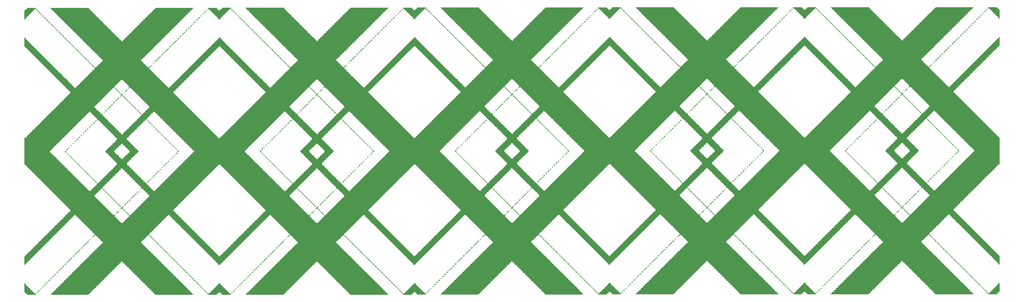
<source format=gbo>
G04 Layer_Color=32896*
%FSLAX25Y25*%
%MOIN*%
G70*
G01*
G75*
G36*
X220400Y137400D02*
Y136600D01*
X219600D01*
Y135800D01*
X218000D01*
Y136600D01*
X218800D01*
Y137400D01*
X219600D01*
Y138200D01*
X220400D01*
Y137400D01*
D02*
G37*
G36*
X508400D02*
Y136600D01*
X507600D01*
Y135800D01*
X506000D01*
Y136600D01*
X506800D01*
Y137400D01*
X507600D01*
Y138200D01*
X508400D01*
Y137400D01*
D02*
G37*
G36*
X1081200Y135000D02*
Y134200D01*
X1080400D01*
Y133400D01*
X1078800D01*
Y134200D01*
X1079600D01*
Y135000D01*
X1080400D01*
Y135800D01*
X1081200D01*
Y135000D01*
D02*
G37*
G36*
X1369200D02*
Y134200D01*
X1368400D01*
Y133400D01*
X1366800D01*
Y134200D01*
X1367600D01*
Y135000D01*
X1368400D01*
Y135800D01*
X1369200D01*
Y135000D01*
D02*
G37*
G36*
X1372400Y138200D02*
Y137400D01*
X1371600D01*
Y136600D01*
X1370000D01*
Y137400D01*
X1370800D01*
Y138200D01*
X1371600D01*
Y139000D01*
X1372400D01*
Y138200D01*
D02*
G37*
G36*
X223600Y140600D02*
Y139800D01*
X222800D01*
Y139000D01*
X221200D01*
Y139800D01*
X222000D01*
Y140600D01*
X222800D01*
Y141400D01*
X223600D01*
Y140600D01*
D02*
G37*
G36*
X796400Y137800D02*
Y137000D01*
X795600D01*
Y136200D01*
X794000D01*
Y137000D01*
X794800D01*
Y137800D01*
X795600D01*
Y138600D01*
X796400D01*
Y137800D01*
D02*
G37*
G36*
X1084400Y138200D02*
Y137400D01*
X1083600D01*
Y136600D01*
X1082000D01*
Y137400D01*
X1082800D01*
Y138200D01*
X1083600D01*
Y139000D01*
X1084400D01*
Y138200D01*
D02*
G37*
G36*
X793200Y134600D02*
Y133800D01*
X792400D01*
Y133000D01*
X790800D01*
Y133800D01*
X791600D01*
Y134600D01*
X792400D01*
Y135400D01*
X793200D01*
Y134600D01*
D02*
G37*
G36*
X502000Y131000D02*
Y130200D01*
X500400D01*
Y131000D01*
X501200D01*
Y131800D01*
X502000D01*
Y131000D01*
D02*
G37*
G36*
X790000Y131400D02*
Y130600D01*
X788400D01*
Y131400D01*
X789200D01*
Y132200D01*
X790000D01*
Y131400D01*
D02*
G37*
G36*
X1363600Y129400D02*
Y128600D01*
X1362800D01*
Y127800D01*
X1361200D01*
Y128600D01*
X1362000D01*
Y129400D01*
X1362800D01*
Y130200D01*
X1363600D01*
Y129400D01*
D02*
G37*
G36*
X214000Y131000D02*
Y130200D01*
X212400D01*
Y131000D01*
X213200D01*
Y131800D01*
X214000D01*
Y131000D01*
D02*
G37*
G36*
X217200Y134200D02*
Y133400D01*
X216400D01*
Y132600D01*
X214800D01*
Y133400D01*
X215600D01*
Y134200D01*
X216400D01*
Y135000D01*
X217200D01*
Y134200D01*
D02*
G37*
G36*
X505200D02*
Y133400D01*
X504400D01*
Y132600D01*
X502800D01*
Y133400D01*
X503600D01*
Y134200D01*
X504400D01*
Y135000D01*
X505200D01*
Y134200D01*
D02*
G37*
G36*
X1078000Y131800D02*
Y131000D01*
X1076400D01*
Y131800D01*
X1077200D01*
Y132600D01*
X1078000D01*
Y131800D01*
D02*
G37*
G36*
X1366000D02*
Y131000D01*
X1364400D01*
Y131800D01*
X1365200D01*
Y132600D01*
X1366000D01*
Y131800D01*
D02*
G37*
G36*
X511600Y140600D02*
Y139800D01*
X510800D01*
Y139000D01*
X509200D01*
Y139800D01*
X510000D01*
Y140600D01*
X510800D01*
Y141400D01*
X511600D01*
Y140600D01*
D02*
G37*
G36*
X1093200Y147000D02*
Y146200D01*
X1092400D01*
Y145400D01*
X1090800D01*
Y146200D01*
X1091600D01*
Y147000D01*
X1092400D01*
Y147800D01*
X1093200D01*
Y147000D01*
D02*
G37*
G36*
X1381200D02*
Y146200D01*
X1380400D01*
Y145400D01*
X1378800D01*
Y146200D01*
X1379600D01*
Y147000D01*
X1380400D01*
Y147800D01*
X1381200D01*
Y147000D01*
D02*
G37*
G36*
X517200Y146200D02*
Y145400D01*
X516400D01*
Y144600D01*
X514800D01*
Y145400D01*
X515600D01*
Y146200D01*
X516400D01*
Y147000D01*
X517200D01*
Y146200D01*
D02*
G37*
G36*
X805200Y146600D02*
Y145800D01*
X804400D01*
Y145000D01*
X802800D01*
Y145800D01*
X803600D01*
Y146600D01*
X804400D01*
Y147400D01*
X805200D01*
Y146600D01*
D02*
G37*
G36*
X808400Y149800D02*
Y149000D01*
X807600D01*
Y148200D01*
X806000D01*
Y149000D01*
X806800D01*
Y149800D01*
X807600D01*
Y150600D01*
X808400D01*
Y149800D01*
D02*
G37*
G36*
X1096400Y150200D02*
Y149400D01*
X1095600D01*
Y148600D01*
X1094000D01*
Y149400D01*
X1094800D01*
Y150200D01*
X1095600D01*
Y151000D01*
X1096400D01*
Y150200D01*
D02*
G37*
G36*
X232400Y149400D02*
Y148600D01*
X231600D01*
Y147800D01*
X230000D01*
Y148600D01*
X230800D01*
Y149400D01*
X231600D01*
Y150200D01*
X232400D01*
Y149400D01*
D02*
G37*
G36*
X520400D02*
Y148600D01*
X519600D01*
Y147800D01*
X518000D01*
Y148600D01*
X518800D01*
Y149400D01*
X519600D01*
Y150200D01*
X520400D01*
Y149400D01*
D02*
G37*
G36*
X229200Y146200D02*
Y145400D01*
X228400D01*
Y144600D01*
X226800D01*
Y145400D01*
X227600D01*
Y146200D01*
X228400D01*
Y147000D01*
X229200D01*
Y146200D01*
D02*
G37*
G36*
X1375600Y141400D02*
Y140600D01*
X1374800D01*
Y139800D01*
X1373200D01*
Y140600D01*
X1374000D01*
Y141400D01*
X1374800D01*
Y142200D01*
X1375600D01*
Y141400D01*
D02*
G37*
G36*
X226800Y143800D02*
Y143000D01*
X226000D01*
Y142200D01*
X224400D01*
Y143000D01*
X225200D01*
Y143800D01*
X226000D01*
Y144600D01*
X226800D01*
Y143800D01*
D02*
G37*
G36*
X799600Y141000D02*
Y140200D01*
X798800D01*
Y139400D01*
X797200D01*
Y140200D01*
X798000D01*
Y141000D01*
X798800D01*
Y141800D01*
X799600D01*
Y141000D01*
D02*
G37*
G36*
X1087600Y141400D02*
Y140600D01*
X1086800D01*
Y139800D01*
X1085200D01*
Y140600D01*
X1086000D01*
Y141400D01*
X1086800D01*
Y142200D01*
X1087600D01*
Y141400D01*
D02*
G37*
G36*
X1090800Y144600D02*
Y143800D01*
X1090000D01*
Y143000D01*
X1088400D01*
Y143800D01*
X1089200D01*
Y144600D01*
X1090000D01*
Y145400D01*
X1090800D01*
Y144600D01*
D02*
G37*
G36*
X1378800D02*
Y143800D01*
X1378000D01*
Y143000D01*
X1376400D01*
Y143800D01*
X1377200D01*
Y144600D01*
X1378000D01*
Y145400D01*
X1378800D01*
Y144600D01*
D02*
G37*
G36*
X514800Y143800D02*
Y143000D01*
X514000D01*
Y142200D01*
X512400D01*
Y143000D01*
X513200D01*
Y143800D01*
X514000D01*
Y144600D01*
X514800D01*
Y143800D01*
D02*
G37*
G36*
X802800Y144200D02*
Y143400D01*
X802000D01*
Y142600D01*
X800400D01*
Y143400D01*
X801200D01*
Y144200D01*
X802000D01*
Y145000D01*
X802800D01*
Y144200D01*
D02*
G37*
G36*
X198800Y115800D02*
Y115000D01*
X197200D01*
Y115800D01*
X198000D01*
Y116600D01*
X198800D01*
Y115800D01*
D02*
G37*
G36*
X486800D02*
Y115000D01*
X485200D01*
Y115800D01*
X486000D01*
Y116600D01*
X486800D01*
Y115800D01*
D02*
G37*
G36*
X1060400Y114200D02*
Y113400D01*
X1059600D01*
Y112600D01*
X1058000D01*
Y113400D01*
X1058800D01*
Y114200D01*
X1059600D01*
Y115000D01*
X1060400D01*
Y114200D01*
D02*
G37*
G36*
X1348400D02*
Y113400D01*
X1347600D01*
Y112600D01*
X1346000D01*
Y113400D01*
X1346800D01*
Y114200D01*
X1347600D01*
Y115000D01*
X1348400D01*
Y114200D01*
D02*
G37*
G36*
X1350800Y116600D02*
Y115800D01*
X1349200D01*
Y116600D01*
X1350000D01*
Y117400D01*
X1350800D01*
Y116600D01*
D02*
G37*
G36*
X202000Y119000D02*
Y118200D01*
X200400D01*
Y119000D01*
X201200D01*
Y119800D01*
X202000D01*
Y119000D01*
D02*
G37*
G36*
X774800Y116200D02*
Y115400D01*
X773200D01*
Y116200D01*
X774000D01*
Y117000D01*
X774800D01*
Y116200D01*
D02*
G37*
G36*
X1062800Y116600D02*
Y115800D01*
X1061200D01*
Y116600D01*
X1062000D01*
Y117400D01*
X1062800D01*
Y116600D01*
D02*
G37*
G36*
X772400Y113800D02*
Y113000D01*
X771600D01*
Y112200D01*
X770000D01*
Y113000D01*
X770800D01*
Y113800D01*
X771600D01*
Y114600D01*
X772400D01*
Y113800D01*
D02*
G37*
G36*
X481200Y110200D02*
Y109400D01*
X479600D01*
Y110200D01*
X480400D01*
Y111000D01*
X481200D01*
Y110200D01*
D02*
G37*
G36*
X769200Y110600D02*
Y109800D01*
X767600D01*
Y110600D01*
X768400D01*
Y111400D01*
X769200D01*
Y110600D01*
D02*
G37*
G36*
X175600Y123000D02*
Y122200D01*
X176400D01*
Y121400D01*
Y120600D01*
X178000D01*
Y119800D01*
X178800D01*
Y119000D01*
X179600D01*
Y118200D01*
X180400D01*
Y117400D01*
X181200D01*
Y116600D01*
X182000D01*
Y115800D01*
X182800D01*
Y115000D01*
X183600D01*
Y114200D01*
X184400D01*
Y113400D01*
X185200D01*
Y112600D01*
X186000D01*
Y111800D01*
X186800D01*
Y111000D01*
X187600D01*
Y110200D01*
X188400D01*
Y109400D01*
X190000D01*
Y108600D01*
X190800D01*
Y107800D01*
Y107000D01*
X178000D01*
Y107800D01*
X177200D01*
Y108600D01*
X176400D01*
Y109400D01*
X175600D01*
Y110200D01*
X174800D01*
Y111000D01*
X174000D01*
Y111800D01*
Y112600D01*
Y113400D01*
Y114200D01*
Y115000D01*
Y115800D01*
Y116600D01*
Y117400D01*
Y118200D01*
Y119000D01*
Y119800D01*
Y120600D01*
Y121400D01*
Y122200D01*
Y123000D01*
Y123800D01*
X175600D01*
Y123000D01*
D02*
G37*
G36*
X193200Y110200D02*
Y109400D01*
X191600D01*
Y110200D01*
X192400D01*
Y111000D01*
X193200D01*
Y110200D01*
D02*
G37*
G36*
X196400Y113400D02*
Y112600D01*
X195600D01*
Y111800D01*
X194000D01*
Y112600D01*
X194800D01*
Y113400D01*
X195600D01*
Y114200D01*
X196400D01*
Y113400D01*
D02*
G37*
G36*
X484400D02*
Y112600D01*
X483600D01*
Y111800D01*
X482000D01*
Y112600D01*
X482800D01*
Y113400D01*
X483600D01*
Y114200D01*
X484400D01*
Y113400D01*
D02*
G37*
G36*
X1057200Y111000D02*
Y110200D01*
X1055600D01*
Y111000D01*
X1056400D01*
Y111800D01*
X1057200D01*
Y111000D01*
D02*
G37*
G36*
X1345200D02*
Y110200D01*
X1343600D01*
Y111000D01*
X1344400D01*
Y111800D01*
X1345200D01*
Y111000D01*
D02*
G37*
G36*
X490000Y119000D02*
Y118200D01*
X488400D01*
Y119000D01*
X489200D01*
Y119800D01*
X490000D01*
Y119000D01*
D02*
G37*
G36*
X1072400Y126200D02*
Y125400D01*
X1071600D01*
Y124600D01*
X1070000D01*
Y125400D01*
X1070800D01*
Y126200D01*
X1071600D01*
Y127000D01*
X1072400D01*
Y126200D01*
D02*
G37*
G36*
X1360400D02*
Y125400D01*
X1359600D01*
Y124600D01*
X1358000D01*
Y125400D01*
X1358800D01*
Y126200D01*
X1359600D01*
Y127000D01*
X1360400D01*
Y126200D01*
D02*
G37*
G36*
X496400Y125400D02*
Y124600D01*
X495600D01*
Y123800D01*
X494000D01*
Y124600D01*
X494800D01*
Y125400D01*
X495600D01*
Y126200D01*
X496400D01*
Y125400D01*
D02*
G37*
G36*
X784400Y125800D02*
Y125000D01*
X783600D01*
Y124200D01*
X782000D01*
Y125000D01*
X782800D01*
Y125800D01*
X783600D01*
Y126600D01*
X784400D01*
Y125800D01*
D02*
G37*
G36*
X787600Y129000D02*
Y128200D01*
X786800D01*
Y127400D01*
X785200D01*
Y128200D01*
X786000D01*
Y129000D01*
X786800D01*
Y129800D01*
X787600D01*
Y129000D01*
D02*
G37*
G36*
X1075600Y129400D02*
Y128600D01*
X1074800D01*
Y127800D01*
X1073200D01*
Y128600D01*
X1074000D01*
Y129400D01*
X1074800D01*
Y130200D01*
X1075600D01*
Y129400D01*
D02*
G37*
G36*
X211600Y128600D02*
Y127800D01*
X210800D01*
Y127000D01*
X209200D01*
Y127800D01*
X210000D01*
Y128600D01*
X210800D01*
Y129400D01*
X211600D01*
Y128600D01*
D02*
G37*
G36*
X499600D02*
Y127800D01*
X498800D01*
Y127000D01*
X497200D01*
Y127800D01*
X498000D01*
Y128600D01*
X498800D01*
Y129400D01*
X499600D01*
Y128600D01*
D02*
G37*
G36*
X208400Y125400D02*
Y124600D01*
X207600D01*
Y123800D01*
X206000D01*
Y124600D01*
X206800D01*
Y125400D01*
X207600D01*
Y126200D01*
X208400D01*
Y125400D01*
D02*
G37*
G36*
X1354000Y119800D02*
Y119000D01*
X1352400D01*
Y119800D01*
X1353200D01*
Y120600D01*
X1354000D01*
Y119800D01*
D02*
G37*
G36*
X205200Y122200D02*
Y121400D01*
X204400D01*
Y120600D01*
X202800D01*
Y121400D01*
X203600D01*
Y122200D01*
X204400D01*
Y123000D01*
X205200D01*
Y122200D01*
D02*
G37*
G36*
X778000Y119400D02*
Y118600D01*
X776400D01*
Y119400D01*
X777200D01*
Y120200D01*
X778000D01*
Y119400D01*
D02*
G37*
G36*
X1066000Y119800D02*
Y119000D01*
X1064400D01*
Y119800D01*
X1065200D01*
Y120600D01*
X1066000D01*
Y119800D01*
D02*
G37*
G36*
X1069200Y123000D02*
Y122200D01*
X1068400D01*
Y121400D01*
X1066800D01*
Y122200D01*
X1067600D01*
Y123000D01*
X1068400D01*
Y123800D01*
X1069200D01*
Y123000D01*
D02*
G37*
G36*
X1357200D02*
Y122200D01*
X1356400D01*
Y121400D01*
X1354800D01*
Y122200D01*
X1355600D01*
Y123000D01*
X1356400D01*
Y123800D01*
X1357200D01*
Y123000D01*
D02*
G37*
G36*
X493200Y122200D02*
Y121400D01*
X492400D01*
Y120600D01*
X490800D01*
Y121400D01*
X491600D01*
Y122200D01*
X492400D01*
Y123000D01*
X493200D01*
Y122200D01*
D02*
G37*
G36*
X781200Y122600D02*
Y121800D01*
X780400D01*
Y121000D01*
X778800D01*
Y121800D01*
X779600D01*
Y122600D01*
X780400D01*
Y123400D01*
X781200D01*
Y122600D01*
D02*
G37*
G36*
X1384400Y150200D02*
Y149400D01*
X1383600D01*
Y148600D01*
X1382000D01*
Y149400D01*
X1382800D01*
Y150200D01*
X1383600D01*
Y151000D01*
X1384400D01*
Y150200D01*
D02*
G37*
G36*
X550800Y179800D02*
Y179000D01*
X550000D01*
Y178200D01*
X548400D01*
Y179000D01*
X549200D01*
Y179800D01*
X550000D01*
Y180600D01*
X550800D01*
Y179800D01*
D02*
G37*
G36*
X838800Y180200D02*
Y179400D01*
X838000D01*
Y178600D01*
X836400D01*
Y179400D01*
X837200D01*
Y180200D01*
X838000D01*
Y181000D01*
X838800D01*
Y180200D01*
D02*
G37*
G36*
X1411600Y177400D02*
Y176600D01*
X1410800D01*
Y175800D01*
X1409200D01*
Y176600D01*
X1410000D01*
Y177400D01*
X1410800D01*
Y178200D01*
X1411600D01*
Y177400D01*
D02*
G37*
G36*
X262800Y179800D02*
Y179000D01*
X262000D01*
Y178200D01*
X260400D01*
Y179000D01*
X261200D01*
Y179800D01*
X262000D01*
Y180600D01*
X262800D01*
Y179800D01*
D02*
G37*
G36*
X266000Y183000D02*
Y182200D01*
X265200D01*
Y181400D01*
X264400D01*
Y180600D01*
X262800D01*
Y181400D01*
X263600D01*
Y182200D01*
X264400D01*
Y183000D01*
X265200D01*
Y183800D01*
X266000D01*
Y183000D01*
D02*
G37*
G36*
X554000D02*
Y182200D01*
X553200D01*
Y181400D01*
X552400D01*
Y180600D01*
X550800D01*
Y181400D01*
X551600D01*
Y182200D01*
X552400D01*
Y183000D01*
X553200D01*
Y183800D01*
X554000D01*
Y183000D01*
D02*
G37*
G36*
X1126800Y180600D02*
Y179800D01*
X1126000D01*
Y179000D01*
X1124400D01*
Y179800D01*
X1125200D01*
Y180600D01*
X1126000D01*
Y181400D01*
X1126800D01*
Y180600D01*
D02*
G37*
G36*
X1414800D02*
Y179800D01*
X1414000D01*
Y179000D01*
X1412400D01*
Y179800D01*
X1413200D01*
Y180600D01*
X1414000D01*
Y181400D01*
X1414800D01*
Y180600D01*
D02*
G37*
G36*
X1123600Y177400D02*
Y176600D01*
X1122800D01*
Y175800D01*
X1121200D01*
Y176600D01*
X1122000D01*
Y177400D01*
X1122800D01*
Y178200D01*
X1123600D01*
Y177400D01*
D02*
G37*
G36*
X832400Y173800D02*
Y173000D01*
X831600D01*
Y172200D01*
X830000D01*
Y173000D01*
X830800D01*
Y173800D01*
X831600D01*
Y174600D01*
X832400D01*
Y173800D01*
D02*
G37*
G36*
X1120400Y174200D02*
Y173400D01*
X1119600D01*
Y172600D01*
X1118000D01*
Y173400D01*
X1118800D01*
Y174200D01*
X1119600D01*
Y175000D01*
X1120400D01*
Y174200D01*
D02*
G37*
G36*
X256400Y173400D02*
Y172600D01*
X255600D01*
Y171800D01*
X254000D01*
Y172600D01*
X254800D01*
Y173400D01*
X255600D01*
Y174200D01*
X256400D01*
Y173400D01*
D02*
G37*
G36*
X544400D02*
Y172600D01*
X543600D01*
Y171800D01*
X542000D01*
Y172600D01*
X542800D01*
Y173400D01*
X543600D01*
Y174200D01*
X544400D01*
Y173400D01*
D02*
G37*
G36*
X547600Y176600D02*
Y175800D01*
X546800D01*
Y175000D01*
X545200D01*
Y175800D01*
X546000D01*
Y176600D01*
X546800D01*
Y177400D01*
X547600D01*
Y176600D01*
D02*
G37*
G36*
X835600Y177000D02*
Y176200D01*
X834800D01*
Y175400D01*
X833200D01*
Y176200D01*
X834000D01*
Y177000D01*
X834800D01*
Y177800D01*
X835600D01*
Y177000D01*
D02*
G37*
G36*
X1408400Y174200D02*
Y173400D01*
X1407600D01*
Y172600D01*
X1406000D01*
Y173400D01*
X1406800D01*
Y174200D01*
X1407600D01*
Y175000D01*
X1408400D01*
Y174200D01*
D02*
G37*
G36*
X259600Y176600D02*
Y175800D01*
X258800D01*
Y175000D01*
X257200D01*
Y175800D01*
X258000D01*
Y176600D01*
X258800D01*
Y177400D01*
X259600D01*
Y176600D01*
D02*
G37*
G36*
X842000Y183400D02*
Y182600D01*
X841200D01*
Y181800D01*
X840400D01*
Y181000D01*
X838800D01*
Y181800D01*
X839600D01*
Y182600D01*
X840400D01*
Y183400D01*
X841200D01*
Y184200D01*
X842000D01*
Y183400D01*
D02*
G37*
G36*
X1423600Y189400D02*
Y188600D01*
X1422800D01*
Y189400D01*
Y190200D01*
X1423600D01*
Y189400D01*
D02*
G37*
G36*
X274800Y191800D02*
Y191000D01*
X274000D01*
Y191800D01*
Y192600D01*
X274800D01*
Y191800D01*
D02*
G37*
G36*
X847600Y189000D02*
Y188200D01*
X846800D01*
Y189000D01*
Y189800D01*
X847600D01*
Y189000D01*
D02*
G37*
G36*
X1135600Y189400D02*
Y188600D01*
X1134800D01*
Y189400D01*
Y190200D01*
X1135600D01*
Y189400D01*
D02*
G37*
G36*
X1138800Y192600D02*
Y191800D01*
X1138000D01*
Y192600D01*
Y193400D01*
X1138800D01*
Y192600D01*
D02*
G37*
G36*
X1426800D02*
Y191800D01*
X1426000D01*
Y192600D01*
Y193400D01*
X1426800D01*
Y192600D01*
D02*
G37*
G36*
X562800Y191800D02*
Y191000D01*
X562000D01*
Y191800D01*
Y192600D01*
X562800D01*
Y191800D01*
D02*
G37*
G36*
X850800Y192200D02*
Y191400D01*
X850000D01*
Y192200D01*
Y193000D01*
X850800D01*
Y192200D01*
D02*
G37*
G36*
X559600Y188600D02*
Y187800D01*
X558800D01*
Y188600D01*
Y189400D01*
X559600D01*
Y188600D01*
D02*
G37*
G36*
X269200Y186200D02*
Y185400D01*
X268400D01*
Y184600D01*
X267600D01*
Y183800D01*
X266000D01*
Y184600D01*
X266800D01*
Y185400D01*
X267600D01*
Y186200D01*
X268400D01*
Y187000D01*
X269200D01*
Y186200D01*
D02*
G37*
G36*
X557200D02*
Y185400D01*
X556400D01*
Y184600D01*
X555600D01*
Y183800D01*
X554000D01*
Y184600D01*
X554800D01*
Y185400D01*
X555600D01*
Y186200D01*
X556400D01*
Y187000D01*
X557200D01*
Y186200D01*
D02*
G37*
G36*
X1130000Y183800D02*
Y183000D01*
X1129200D01*
Y182200D01*
X1128400D01*
Y181400D01*
X1126800D01*
Y182200D01*
X1127600D01*
Y183000D01*
X1128400D01*
Y183800D01*
X1129200D01*
Y184600D01*
X1130000D01*
Y183800D01*
D02*
G37*
G36*
X1418000D02*
Y183000D01*
X1417200D01*
Y182200D01*
X1416400D01*
Y181400D01*
X1414800D01*
Y182200D01*
X1415600D01*
Y183000D01*
X1416400D01*
Y183800D01*
X1417200D01*
Y184600D01*
X1418000D01*
Y183800D01*
D02*
G37*
G36*
X1421200Y187000D02*
Y186200D01*
X1420400D01*
Y185400D01*
X1419600D01*
Y184600D01*
X1418000D01*
Y185400D01*
X1418800D01*
Y186200D01*
X1419600D01*
Y187000D01*
X1420400D01*
Y187800D01*
X1421200D01*
Y187000D01*
D02*
G37*
G36*
X271600Y188600D02*
Y187800D01*
X270800D01*
Y188600D01*
Y189400D01*
X271600D01*
Y188600D01*
D02*
G37*
G36*
X845200Y186600D02*
Y185800D01*
X844400D01*
Y185000D01*
X843600D01*
Y184200D01*
X842000D01*
Y185000D01*
X842800D01*
Y185800D01*
X843600D01*
Y186600D01*
X844400D01*
Y187400D01*
X845200D01*
Y186600D01*
D02*
G37*
G36*
X1133200Y187000D02*
Y186200D01*
X1132400D01*
Y185400D01*
X1131600D01*
Y184600D01*
X1130000D01*
Y185400D01*
X1130800D01*
Y186200D01*
X1131600D01*
Y187000D01*
X1132400D01*
Y187800D01*
X1133200D01*
Y187000D01*
D02*
G37*
G36*
X530000Y159000D02*
Y158200D01*
X529200D01*
Y157400D01*
X528400D01*
Y156600D01*
X526800D01*
Y157400D01*
X527600D01*
Y158200D01*
X528400D01*
Y159000D01*
X529200D01*
Y159800D01*
X530000D01*
Y159000D01*
D02*
G37*
G36*
X818000Y159400D02*
Y158600D01*
X817200D01*
Y157800D01*
X816400D01*
Y157000D01*
X814800D01*
Y157800D01*
X815600D01*
Y158600D01*
X816400D01*
Y159400D01*
X817200D01*
Y160200D01*
X818000D01*
Y159400D01*
D02*
G37*
G36*
X1390800Y156600D02*
Y155800D01*
X1390000D01*
Y155000D01*
X1388400D01*
Y155800D01*
X1389200D01*
Y156600D01*
X1390000D01*
Y157400D01*
X1390800D01*
Y156600D01*
D02*
G37*
G36*
X242000Y159000D02*
Y158200D01*
X241200D01*
Y157400D01*
X240400D01*
Y156600D01*
X238800D01*
Y157400D01*
X239600D01*
Y158200D01*
X240400D01*
Y159000D01*
X241200D01*
Y159800D01*
X242000D01*
Y159000D01*
D02*
G37*
G36*
X244400Y161400D02*
Y160600D01*
X243600D01*
Y159800D01*
X242000D01*
Y160600D01*
X242800D01*
Y161400D01*
X243600D01*
Y162200D01*
X244400D01*
Y161400D01*
D02*
G37*
G36*
X532400D02*
Y160600D01*
X531600D01*
Y159800D01*
X530000D01*
Y160600D01*
X530800D01*
Y161400D01*
X531600D01*
Y162200D01*
X532400D01*
Y161400D01*
D02*
G37*
G36*
X1106000Y159800D02*
Y159000D01*
X1105200D01*
Y158200D01*
X1104400D01*
Y157400D01*
X1102800D01*
Y158200D01*
X1103600D01*
Y159000D01*
X1104400D01*
Y159800D01*
X1105200D01*
Y160600D01*
X1106000D01*
Y159800D01*
D02*
G37*
G36*
X1394000D02*
Y159000D01*
X1393200D01*
Y158200D01*
X1392400D01*
Y157400D01*
X1390800D01*
Y158200D01*
X1391600D01*
Y159000D01*
X1392400D01*
Y159800D01*
X1393200D01*
Y160600D01*
X1394000D01*
Y159800D01*
D02*
G37*
G36*
X1102800Y156600D02*
Y155800D01*
X1102000D01*
Y155000D01*
X1100400D01*
Y155800D01*
X1101200D01*
Y156600D01*
X1102000D01*
Y157400D01*
X1102800D01*
Y156600D01*
D02*
G37*
G36*
X811600Y153000D02*
Y152200D01*
X810800D01*
Y151400D01*
X809200D01*
Y152200D01*
X810000D01*
Y153000D01*
X810800D01*
Y153800D01*
X811600D01*
Y153000D01*
D02*
G37*
G36*
X1099600Y153400D02*
Y152600D01*
X1098800D01*
Y151800D01*
X1097200D01*
Y152600D01*
X1098000D01*
Y153400D01*
X1098800D01*
Y154200D01*
X1099600D01*
Y153400D01*
D02*
G37*
G36*
X235600Y152600D02*
Y151800D01*
X234800D01*
Y151000D01*
X233200D01*
Y151800D01*
X234000D01*
Y152600D01*
X234800D01*
Y153400D01*
X235600D01*
Y152600D01*
D02*
G37*
G36*
X523600D02*
Y151800D01*
X522800D01*
Y151000D01*
X521200D01*
Y151800D01*
X522000D01*
Y152600D01*
X522800D01*
Y153400D01*
X523600D01*
Y152600D01*
D02*
G37*
G36*
X526800Y155800D02*
Y155000D01*
X526000D01*
Y154200D01*
X524400D01*
Y155000D01*
X525200D01*
Y155800D01*
X526000D01*
Y156600D01*
X526800D01*
Y155800D01*
D02*
G37*
G36*
X814800Y156200D02*
Y155400D01*
X814000D01*
Y154600D01*
X812400D01*
Y155400D01*
X813200D01*
Y156200D01*
X814000D01*
Y157000D01*
X814800D01*
Y156200D01*
D02*
G37*
G36*
X1387600Y153400D02*
Y152600D01*
X1386800D01*
Y151800D01*
X1385200D01*
Y152600D01*
X1386000D01*
Y153400D01*
X1386800D01*
Y154200D01*
X1387600D01*
Y153400D01*
D02*
G37*
G36*
X238800Y155800D02*
Y155000D01*
X238000D01*
Y154200D01*
X236400D01*
Y155000D01*
X237200D01*
Y155800D01*
X238000D01*
Y156600D01*
X238800D01*
Y155800D01*
D02*
G37*
G36*
X820400Y161800D02*
Y161000D01*
X819600D01*
Y160200D01*
X818000D01*
Y161000D01*
X818800D01*
Y161800D01*
X819600D01*
Y162600D01*
X820400D01*
Y161800D01*
D02*
G37*
G36*
X1402800Y168600D02*
Y167800D01*
X1402000D01*
Y167000D01*
X1400400D01*
Y167800D01*
X1401200D01*
Y168600D01*
X1402000D01*
Y169400D01*
X1402800D01*
Y168600D01*
D02*
G37*
G36*
X254000Y171000D02*
Y170200D01*
X253200D01*
Y169400D01*
X252400D01*
Y168600D01*
X250800D01*
Y169400D01*
X251600D01*
Y170200D01*
X252400D01*
Y171000D01*
X253200D01*
Y171800D01*
X254000D01*
Y171000D01*
D02*
G37*
G36*
X826800Y168200D02*
Y167400D01*
X826000D01*
Y166600D01*
X824400D01*
Y167400D01*
X825200D01*
Y168200D01*
X826000D01*
Y169000D01*
X826800D01*
Y168200D01*
D02*
G37*
G36*
X1114800Y168600D02*
Y167800D01*
X1114000D01*
Y167000D01*
X1112400D01*
Y167800D01*
X1113200D01*
Y168600D01*
X1114000D01*
Y169400D01*
X1114800D01*
Y168600D01*
D02*
G37*
G36*
X1118000Y171800D02*
Y171000D01*
X1117200D01*
Y170200D01*
X1116400D01*
Y169400D01*
X1114800D01*
Y170200D01*
X1115600D01*
Y171000D01*
X1116400D01*
Y171800D01*
X1117200D01*
Y172600D01*
X1118000D01*
Y171800D01*
D02*
G37*
G36*
X1406000D02*
Y171000D01*
X1405200D01*
Y170200D01*
X1404400D01*
Y169400D01*
X1402800D01*
Y170200D01*
X1403600D01*
Y171000D01*
X1404400D01*
Y171800D01*
X1405200D01*
Y172600D01*
X1406000D01*
Y171800D01*
D02*
G37*
G36*
X542000Y171000D02*
Y170200D01*
X541200D01*
Y169400D01*
X540400D01*
Y168600D01*
X538800D01*
Y169400D01*
X539600D01*
Y170200D01*
X540400D01*
Y171000D01*
X541200D01*
Y171800D01*
X542000D01*
Y171000D01*
D02*
G37*
G36*
X830000Y171400D02*
Y170600D01*
X829200D01*
Y169800D01*
X828400D01*
Y169000D01*
X826800D01*
Y169800D01*
X827600D01*
Y170600D01*
X828400D01*
Y171400D01*
X829200D01*
Y172200D01*
X830000D01*
Y171400D01*
D02*
G37*
G36*
X538800Y167800D02*
Y167000D01*
X538000D01*
Y166200D01*
X536400D01*
Y167000D01*
X537200D01*
Y167800D01*
X538000D01*
Y168600D01*
X538800D01*
Y167800D01*
D02*
G37*
G36*
X247600Y164600D02*
Y163800D01*
X246800D01*
Y163000D01*
X245200D01*
Y163800D01*
X246000D01*
Y164600D01*
X246800D01*
Y165400D01*
X247600D01*
Y164600D01*
D02*
G37*
G36*
X535600D02*
Y163800D01*
X534800D01*
Y163000D01*
X533200D01*
Y163800D01*
X534000D01*
Y164600D01*
X534800D01*
Y165400D01*
X535600D01*
Y164600D01*
D02*
G37*
G36*
X1108400Y162200D02*
Y161400D01*
X1107600D01*
Y160600D01*
X1106000D01*
Y161400D01*
X1106800D01*
Y162200D01*
X1107600D01*
Y163000D01*
X1108400D01*
Y162200D01*
D02*
G37*
G36*
X1396400D02*
Y161400D01*
X1395600D01*
Y160600D01*
X1394000D01*
Y161400D01*
X1394800D01*
Y162200D01*
X1395600D01*
Y163000D01*
X1396400D01*
Y162200D01*
D02*
G37*
G36*
X1399600Y165400D02*
Y164600D01*
X1398800D01*
Y163800D01*
X1397200D01*
Y164600D01*
X1398000D01*
Y165400D01*
X1398800D01*
Y166200D01*
X1399600D01*
Y165400D01*
D02*
G37*
G36*
X250800Y167800D02*
Y167000D01*
X250000D01*
Y166200D01*
X248400D01*
Y167000D01*
X249200D01*
Y167800D01*
X250000D01*
Y168600D01*
X250800D01*
Y167800D01*
D02*
G37*
G36*
X823600Y165000D02*
Y164200D01*
X822800D01*
Y163400D01*
X821200D01*
Y164200D01*
X822000D01*
Y165000D01*
X822800D01*
Y165800D01*
X823600D01*
Y165000D01*
D02*
G37*
G36*
X1111600Y165400D02*
Y164600D01*
X1110800D01*
Y163800D01*
X1109200D01*
Y164600D01*
X1110000D01*
Y165400D01*
X1110800D01*
Y166200D01*
X1111600D01*
Y165400D01*
D02*
G37*
G36*
X362000Y445800D02*
Y445000D01*
X361200D01*
Y445800D01*
Y446600D01*
X362000D01*
Y445800D01*
D02*
G37*
G36*
X994000Y501800D02*
X993200D01*
Y501000D01*
X992400D01*
Y500200D01*
X991600D01*
Y501000D01*
Y501800D01*
X992400D01*
Y502600D01*
X994000D01*
Y501800D01*
D02*
G37*
G36*
X706000Y501400D02*
X705200D01*
Y500600D01*
X704400D01*
Y499800D01*
X703600D01*
Y500600D01*
Y501400D01*
X704400D01*
Y502200D01*
X706000D01*
Y501400D01*
D02*
G37*
G36*
X1570000Y502200D02*
X1569200D01*
Y501400D01*
X1568400D01*
Y500600D01*
X1567600D01*
Y501400D01*
Y502200D01*
X1568400D01*
Y503000D01*
X1570000D01*
Y502200D01*
D02*
G37*
G36*
X1282000D02*
X1281200D01*
Y501400D01*
X1280400D01*
Y500600D01*
X1279600D01*
Y501400D01*
Y502200D01*
X1280400D01*
Y503000D01*
X1282000D01*
Y502200D01*
D02*
G37*
G36*
X418000Y501000D02*
X417200D01*
Y500200D01*
X416400D01*
Y499400D01*
X415600D01*
Y500200D01*
Y501000D01*
X416400D01*
Y501800D01*
X418000D01*
Y501000D01*
D02*
G37*
G36*
X990800Y498600D02*
X990000D01*
Y497800D01*
X989200D01*
Y497000D01*
X988400D01*
Y497800D01*
Y498600D01*
X989200D01*
Y499400D01*
X990800D01*
Y498600D01*
D02*
G37*
G36*
X702800Y498200D02*
X702000D01*
Y497400D01*
X701200D01*
Y496600D01*
X700400D01*
Y497400D01*
Y498200D01*
X701200D01*
Y499000D01*
X702800D01*
Y498200D01*
D02*
G37*
G36*
X1566800Y499000D02*
X1566000D01*
Y498200D01*
X1565200D01*
Y497400D01*
X1564400D01*
Y498200D01*
Y499000D01*
X1565200D01*
Y499800D01*
X1566800D01*
Y499000D01*
D02*
G37*
G36*
X1278800D02*
X1278000D01*
Y498200D01*
X1277200D01*
Y497400D01*
X1276400D01*
Y498200D01*
Y499000D01*
X1277200D01*
Y499800D01*
X1278800D01*
Y499000D01*
D02*
G37*
G36*
X711600Y507000D02*
X710800D01*
Y506200D01*
X710000D01*
Y507000D01*
Y507800D01*
X711600D01*
Y507000D01*
D02*
G37*
G36*
X423600Y506600D02*
X422800D01*
Y505800D01*
X422000D01*
Y506600D01*
Y507400D01*
X423600D01*
Y506600D01*
D02*
G37*
G36*
X1287600Y507800D02*
X1286800D01*
Y507000D01*
X1286000D01*
Y507800D01*
Y508600D01*
X1287600D01*
Y507800D01*
D02*
G37*
G36*
X999600Y507400D02*
X998800D01*
Y506600D01*
X998000D01*
Y507400D01*
Y508200D01*
X999600D01*
Y507400D01*
D02*
G37*
G36*
X1573200Y505400D02*
X1572400D01*
Y504600D01*
X1571600D01*
Y503800D01*
X1570800D01*
Y504600D01*
Y505400D01*
X1571600D01*
Y506200D01*
X1573200D01*
Y505400D01*
D02*
G37*
G36*
X709200Y504600D02*
X708400D01*
Y503800D01*
X707600D01*
Y503000D01*
X706800D01*
Y503800D01*
Y504600D01*
X707600D01*
Y505400D01*
X709200D01*
Y504600D01*
D02*
G37*
G36*
X421200Y504200D02*
X420400D01*
Y503400D01*
X419600D01*
Y502600D01*
X418800D01*
Y503400D01*
Y504200D01*
X419600D01*
Y505000D01*
X421200D01*
Y504200D01*
D02*
G37*
G36*
X1285200Y505400D02*
X1284400D01*
Y504600D01*
X1283600D01*
Y503800D01*
X1282800D01*
Y504600D01*
Y505400D01*
X1283600D01*
Y506200D01*
X1285200D01*
Y505400D01*
D02*
G37*
G36*
X997200Y505000D02*
X996400D01*
Y504200D01*
X995600D01*
Y503400D01*
X994800D01*
Y504200D01*
Y505000D01*
X995600D01*
Y505800D01*
X997200D01*
Y505000D01*
D02*
G37*
G36*
X1558000Y490200D02*
X1557200D01*
Y489400D01*
X1556400D01*
Y488600D01*
X1555600D01*
Y489400D01*
Y490200D01*
X1556400D01*
Y491000D01*
X1558000D01*
Y490200D01*
D02*
G37*
G36*
X1270000D02*
X1269200D01*
Y489400D01*
X1268400D01*
Y488600D01*
X1267600D01*
Y489400D01*
Y490200D01*
X1268400D01*
Y491000D01*
X1270000D01*
Y490200D01*
D02*
G37*
G36*
X697200Y492600D02*
X696400D01*
Y491800D01*
X695600D01*
Y491000D01*
X694800D01*
Y491800D01*
Y492600D01*
X695600D01*
Y493400D01*
X697200D01*
Y492600D01*
D02*
G37*
G36*
X409200Y492200D02*
X408400D01*
Y491400D01*
X407600D01*
Y490600D01*
X406800D01*
Y491400D01*
Y492200D01*
X407600D01*
Y493000D01*
X409200D01*
Y492200D01*
D02*
G37*
G36*
X982000Y489800D02*
X981200D01*
Y489000D01*
X980400D01*
Y488200D01*
X979600D01*
Y489000D01*
Y489800D01*
X980400D01*
Y490600D01*
X982000D01*
Y489800D01*
D02*
G37*
G36*
X1554800Y487000D02*
X1554000D01*
Y486200D01*
X1553200D01*
Y485400D01*
X1552400D01*
Y486200D01*
Y487000D01*
X1553200D01*
Y487800D01*
X1554800D01*
Y487000D01*
D02*
G37*
G36*
X1266800D02*
X1266000D01*
Y486200D01*
X1265200D01*
Y485400D01*
X1264400D01*
Y486200D01*
Y487000D01*
X1265200D01*
Y487800D01*
X1266800D01*
Y487000D01*
D02*
G37*
G36*
X694000Y489400D02*
X693200D01*
Y488600D01*
X692400D01*
Y487800D01*
X691600D01*
Y488600D01*
Y489400D01*
X692400D01*
Y490200D01*
X694000D01*
Y489400D01*
D02*
G37*
G36*
X406000Y489000D02*
X405200D01*
Y488200D01*
X404400D01*
Y487400D01*
X403600D01*
Y488200D01*
Y489000D01*
X404400D01*
Y489800D01*
X406000D01*
Y489000D01*
D02*
G37*
G36*
X1275600Y495800D02*
X1274800D01*
Y495000D01*
X1274000D01*
Y494200D01*
X1273200D01*
Y495000D01*
Y495800D01*
X1274000D01*
Y496600D01*
X1275600D01*
Y495800D01*
D02*
G37*
G36*
X987600Y495400D02*
X986800D01*
Y494600D01*
X986000D01*
Y493800D01*
X985200D01*
Y494600D01*
Y495400D01*
X986000D01*
Y496200D01*
X987600D01*
Y495400D01*
D02*
G37*
G36*
X414800Y497800D02*
X414000D01*
Y497000D01*
X413200D01*
Y496200D01*
X412400D01*
Y497000D01*
Y497800D01*
X413200D01*
Y498600D01*
X414800D01*
Y497800D01*
D02*
G37*
G36*
X1563600Y495800D02*
X1562800D01*
Y495000D01*
X1562000D01*
Y494200D01*
X1561200D01*
Y495000D01*
Y495800D01*
X1562000D01*
Y496600D01*
X1563600D01*
Y495800D01*
D02*
G37*
G36*
X699600Y495000D02*
X698800D01*
Y494200D01*
X698000D01*
Y493400D01*
X697200D01*
Y494200D01*
Y495000D01*
X698000D01*
Y495800D01*
X699600D01*
Y495000D01*
D02*
G37*
G36*
X1273200Y493400D02*
X1272400D01*
Y492600D01*
X1271600D01*
Y491800D01*
X1270800D01*
Y492600D01*
Y493400D01*
X1271600D01*
Y494200D01*
X1273200D01*
Y493400D01*
D02*
G37*
G36*
X985200Y493000D02*
X984400D01*
Y492200D01*
X983600D01*
Y491400D01*
X982800D01*
Y492200D01*
Y493000D01*
X983600D01*
Y493800D01*
X985200D01*
Y493000D01*
D02*
G37*
G36*
X411600Y494600D02*
X410800D01*
Y493800D01*
X410000D01*
Y493000D01*
X409200D01*
Y493800D01*
Y494600D01*
X410000D01*
Y495400D01*
X411600D01*
Y494600D01*
D02*
G37*
G36*
X1561200Y493400D02*
X1560400D01*
Y492600D01*
X1559600D01*
Y491800D01*
X1558800D01*
Y492600D01*
Y493400D01*
X1559600D01*
Y494200D01*
X1561200D01*
Y493400D01*
D02*
G37*
G36*
X1575600Y507800D02*
X1574800D01*
Y507000D01*
X1574000D01*
Y507800D01*
Y508600D01*
X1575600D01*
Y507800D01*
D02*
G37*
G36*
X1302800Y523000D02*
X1302000D01*
Y522200D01*
X1301200D01*
Y523000D01*
Y523800D01*
X1302800D01*
Y523000D01*
D02*
G37*
G36*
X1014800Y522600D02*
X1014000D01*
Y521800D01*
X1013200D01*
Y522600D01*
Y523400D01*
X1014800D01*
Y522600D01*
D02*
G37*
G36*
X442000Y525000D02*
X441200D01*
Y524200D01*
X440400D01*
Y523400D01*
X439600D01*
Y524200D01*
Y525000D01*
X440400D01*
Y525800D01*
X442000D01*
Y525000D01*
D02*
G37*
G36*
X1590800Y523000D02*
X1590000D01*
Y522200D01*
X1589200D01*
Y523000D01*
Y523800D01*
X1590800D01*
Y523000D01*
D02*
G37*
G36*
X726800Y522200D02*
X726000D01*
Y521400D01*
X725200D01*
Y522200D01*
Y523000D01*
X726800D01*
Y522200D01*
D02*
G37*
G36*
X1299600Y519800D02*
X1298800D01*
Y519000D01*
X1298000D01*
Y519800D01*
Y520600D01*
X1299600D01*
Y519800D01*
D02*
G37*
G36*
X1011600Y519400D02*
X1010800D01*
Y518600D01*
X1010000D01*
Y519400D01*
Y520200D01*
X1011600D01*
Y519400D01*
D02*
G37*
G36*
X438800Y521800D02*
X438000D01*
Y521000D01*
X437200D01*
Y521800D01*
Y522600D01*
X438800D01*
Y521800D01*
D02*
G37*
G36*
X1587600Y519800D02*
X1586800D01*
Y519000D01*
X1586000D01*
Y519800D01*
Y520600D01*
X1587600D01*
Y519800D01*
D02*
G37*
G36*
X1020400Y528200D02*
X1019600D01*
Y527400D01*
X1018800D01*
Y528200D01*
Y529000D01*
X1020400D01*
Y528200D01*
D02*
G37*
G36*
X732400Y527800D02*
X731600D01*
Y527000D01*
X730800D01*
Y527800D01*
Y528600D01*
X732400D01*
Y527800D01*
D02*
G37*
G36*
X1596400Y528600D02*
X1595600D01*
Y527800D01*
X1594800D01*
Y528600D01*
Y529400D01*
X1596400D01*
Y528600D01*
D02*
G37*
G36*
X1308400D02*
X1307600D01*
Y527800D01*
X1306800D01*
Y528600D01*
Y529400D01*
X1308400D01*
Y528600D01*
D02*
G37*
G36*
X444400Y527400D02*
X443600D01*
Y526600D01*
X442800D01*
Y527400D01*
Y528200D01*
X444400D01*
Y527400D01*
D02*
G37*
G36*
X1018000Y525800D02*
X1017200D01*
Y525000D01*
X1016400D01*
Y524200D01*
X1015600D01*
Y525000D01*
Y525800D01*
X1016400D01*
Y526600D01*
X1018000D01*
Y525800D01*
D02*
G37*
G36*
X730000Y525400D02*
X729200D01*
Y524600D01*
X728400D01*
Y523800D01*
X727600D01*
Y524600D01*
Y525400D01*
X728400D01*
Y526200D01*
X730000D01*
Y525400D01*
D02*
G37*
G36*
X1594000Y526200D02*
X1593200D01*
Y525400D01*
X1592400D01*
Y524600D01*
X1591600D01*
Y525400D01*
Y526200D01*
X1592400D01*
Y527000D01*
X1594000D01*
Y526200D01*
D02*
G37*
G36*
X1306000D02*
X1305200D01*
Y525400D01*
X1304400D01*
Y524600D01*
X1303600D01*
Y525400D01*
Y526200D01*
X1304400D01*
Y527000D01*
X1306000D01*
Y526200D01*
D02*
G37*
G36*
X718000Y513400D02*
X717200D01*
Y512600D01*
X716400D01*
Y511800D01*
X715600D01*
Y512600D01*
Y513400D01*
X716400D01*
Y514200D01*
X718000D01*
Y513400D01*
D02*
G37*
G36*
X430000Y513000D02*
X429200D01*
Y512200D01*
X428400D01*
Y511400D01*
X427600D01*
Y512200D01*
Y513000D01*
X428400D01*
Y513800D01*
X430000D01*
Y513000D01*
D02*
G37*
G36*
X1294000Y514200D02*
X1293200D01*
Y513400D01*
X1292400D01*
Y512600D01*
X1291600D01*
Y513400D01*
Y514200D01*
X1292400D01*
Y515000D01*
X1294000D01*
Y514200D01*
D02*
G37*
G36*
X1006000Y513800D02*
X1005200D01*
Y513000D01*
X1004400D01*
Y512200D01*
X1003600D01*
Y513000D01*
Y513800D01*
X1004400D01*
Y514600D01*
X1006000D01*
Y513800D01*
D02*
G37*
G36*
X1578800Y511000D02*
X1578000D01*
Y510200D01*
X1577200D01*
Y509400D01*
X1576400D01*
Y510200D01*
Y511000D01*
X1577200D01*
Y511800D01*
X1578800D01*
Y511000D01*
D02*
G37*
G36*
X714800Y510200D02*
X714000D01*
Y509400D01*
X713200D01*
Y508600D01*
X712400D01*
Y509400D01*
Y510200D01*
X713200D01*
Y511000D01*
X714800D01*
Y510200D01*
D02*
G37*
G36*
X426800Y509800D02*
X426000D01*
Y509000D01*
X425200D01*
Y508200D01*
X424400D01*
Y509000D01*
Y509800D01*
X425200D01*
Y510600D01*
X426800D01*
Y509800D01*
D02*
G37*
G36*
X1290800Y511000D02*
X1290000D01*
Y510200D01*
X1289200D01*
Y509400D01*
X1288400D01*
Y510200D01*
Y511000D01*
X1289200D01*
Y511800D01*
X1290800D01*
Y511000D01*
D02*
G37*
G36*
X1002800Y510600D02*
X1002000D01*
Y509800D01*
X1001200D01*
Y509000D01*
X1000400D01*
Y509800D01*
Y510600D01*
X1001200D01*
Y511400D01*
X1002800D01*
Y510600D01*
D02*
G37*
G36*
X1585200Y517400D02*
X1584400D01*
Y516600D01*
X1583600D01*
Y515800D01*
X1582800D01*
Y516600D01*
Y517400D01*
X1583600D01*
Y518200D01*
X1585200D01*
Y517400D01*
D02*
G37*
G36*
X1297200D02*
X1296400D01*
Y516600D01*
X1295600D01*
Y515800D01*
X1294800D01*
Y516600D01*
Y517400D01*
X1295600D01*
Y518200D01*
X1297200D01*
Y517400D01*
D02*
G37*
G36*
X723600Y519000D02*
X722800D01*
Y518200D01*
X722000D01*
Y519000D01*
Y519800D01*
X723600D01*
Y519000D01*
D02*
G37*
G36*
X435600Y518600D02*
X434800D01*
Y517800D01*
X434000D01*
Y518600D01*
Y519400D01*
X435600D01*
Y518600D01*
D02*
G37*
G36*
X1009200Y517000D02*
X1008400D01*
Y516200D01*
X1007600D01*
Y515400D01*
X1006800D01*
Y516200D01*
Y517000D01*
X1007600D01*
Y517800D01*
X1009200D01*
Y517000D01*
D02*
G37*
G36*
X433200Y516200D02*
X432400D01*
Y515400D01*
X431600D01*
Y514600D01*
X430800D01*
Y515400D01*
Y516200D01*
X431600D01*
Y517000D01*
X433200D01*
Y516200D01*
D02*
G37*
G36*
X1582000Y514200D02*
X1581200D01*
Y513400D01*
X1580400D01*
Y512600D01*
X1579600D01*
Y513400D01*
Y514200D01*
X1580400D01*
Y515000D01*
X1582000D01*
Y514200D01*
D02*
G37*
G36*
X1610000Y531000D02*
X1610800D01*
Y530200D01*
X1611600D01*
Y529400D01*
X1612400D01*
Y528600D01*
X1613200D01*
Y527800D01*
X1614000D01*
Y527000D01*
Y526200D01*
Y525400D01*
Y524600D01*
Y523800D01*
Y523000D01*
Y522200D01*
Y521400D01*
Y520600D01*
Y519800D01*
Y519000D01*
Y518200D01*
Y517400D01*
Y516600D01*
Y515800D01*
Y515000D01*
X1612400D01*
Y515800D01*
Y516600D01*
X1611600D01*
Y517400D01*
Y518200D01*
X1610000D01*
Y519000D01*
X1609200D01*
Y519800D01*
X1608400D01*
Y520600D01*
X1607600D01*
Y521400D01*
X1606800D01*
Y522200D01*
X1606000D01*
Y523000D01*
X1605200D01*
Y523800D01*
X1604400D01*
Y524600D01*
X1603600D01*
Y525400D01*
X1602800D01*
Y526200D01*
X1602000D01*
Y527000D01*
X1601200D01*
Y527800D01*
X1600400D01*
Y528600D01*
X1599600D01*
Y529400D01*
X1598000D01*
Y530200D01*
X1597200D01*
Y531000D01*
Y531800D01*
X1610000D01*
Y531000D01*
D02*
G37*
G36*
X721200Y516600D02*
X720400D01*
Y515800D01*
X719600D01*
Y515000D01*
X718800D01*
Y515800D01*
Y516600D01*
X719600D01*
Y517400D01*
X721200D01*
Y516600D01*
D02*
G37*
G36*
X1530800Y463000D02*
X1530000D01*
Y462200D01*
X1529200D01*
Y461400D01*
X1528400D01*
Y462200D01*
Y463000D01*
X1529200D01*
Y463800D01*
X1530800D01*
Y463000D01*
D02*
G37*
G36*
X1242800D02*
X1242000D01*
Y462200D01*
X1241200D01*
Y461400D01*
X1240400D01*
Y462200D01*
Y463000D01*
X1241200D01*
Y463800D01*
X1242800D01*
Y463000D01*
D02*
G37*
G36*
X382000Y465000D02*
X381200D01*
Y464200D01*
X380400D01*
Y463400D01*
X379600D01*
Y464200D01*
Y465000D01*
X380400D01*
Y465800D01*
X382000D01*
Y465000D01*
D02*
G37*
G36*
X958000Y465800D02*
X957200D01*
Y465000D01*
X956400D01*
Y464200D01*
X955600D01*
Y465000D01*
Y465800D01*
X956400D01*
Y466600D01*
X958000D01*
Y465800D01*
D02*
G37*
G36*
X670000Y465400D02*
X669200D01*
Y464600D01*
X668400D01*
Y463800D01*
X667600D01*
Y464600D01*
Y465400D01*
X668400D01*
Y466200D01*
X670000D01*
Y465400D01*
D02*
G37*
G36*
X1527600Y459800D02*
X1526800D01*
Y459000D01*
X1526000D01*
Y458200D01*
X1525200D01*
Y459000D01*
Y459800D01*
X1526000D01*
Y460600D01*
X1527600D01*
Y459800D01*
D02*
G37*
G36*
X1239600D02*
X1238800D01*
Y459000D01*
X1238000D01*
Y458200D01*
X1237200D01*
Y459000D01*
Y459800D01*
X1238000D01*
Y460600D01*
X1239600D01*
Y459800D01*
D02*
G37*
G36*
X378800Y461800D02*
X378000D01*
Y461000D01*
X377200D01*
Y460200D01*
X376400D01*
Y461000D01*
Y461800D01*
X377200D01*
Y462600D01*
X378800D01*
Y461800D01*
D02*
G37*
G36*
X954800Y462600D02*
X954000D01*
Y461800D01*
X953200D01*
Y461000D01*
X952400D01*
Y461800D01*
Y462600D01*
X953200D01*
Y463400D01*
X954800D01*
Y462600D01*
D02*
G37*
G36*
X666800Y462200D02*
X666000D01*
Y461400D01*
X665200D01*
Y460600D01*
X664400D01*
Y461400D01*
Y462200D01*
X665200D01*
Y463000D01*
X666800D01*
Y462200D01*
D02*
G37*
G36*
X1246000Y466200D02*
X1245200D01*
Y465400D01*
X1244400D01*
Y464600D01*
X1243600D01*
Y465400D01*
Y466200D01*
X1244400D01*
Y467000D01*
X1246000D01*
Y466200D01*
D02*
G37*
G36*
X387600Y470600D02*
X386800D01*
Y469800D01*
X386000D01*
Y469000D01*
X385200D01*
Y469800D01*
Y470600D01*
X386000D01*
Y471400D01*
X387600D01*
Y470600D01*
D02*
G37*
G36*
X1537200Y469400D02*
X1536400D01*
Y468600D01*
X1535600D01*
Y467800D01*
X1534800D01*
Y467000D01*
X1534000D01*
Y467800D01*
Y468600D01*
X1534800D01*
Y469400D01*
X1535600D01*
Y470200D01*
X1537200D01*
Y469400D01*
D02*
G37*
G36*
X675600Y471000D02*
X674800D01*
Y470200D01*
X674000D01*
Y469400D01*
X673200D01*
Y470200D01*
Y471000D01*
X674000D01*
Y471800D01*
X675600D01*
Y471000D01*
D02*
G37*
G36*
X1251600Y471800D02*
X1250800D01*
Y471000D01*
X1250000D01*
Y470200D01*
X1249200D01*
Y471000D01*
Y471800D01*
X1250000D01*
Y472600D01*
X1251600D01*
Y471800D01*
D02*
G37*
G36*
X963600Y471400D02*
X962800D01*
Y470600D01*
X962000D01*
Y469800D01*
X961200D01*
Y470600D01*
Y471400D01*
X962000D01*
Y472200D01*
X963600D01*
Y471400D01*
D02*
G37*
G36*
X385200Y468200D02*
X384400D01*
Y467400D01*
X383600D01*
Y466600D01*
X382800D01*
Y465800D01*
X382000D01*
Y466600D01*
Y467400D01*
X382800D01*
Y468200D01*
X383600D01*
Y469000D01*
X385200D01*
Y468200D01*
D02*
G37*
G36*
X1534000Y466200D02*
X1533200D01*
Y465400D01*
X1532400D01*
Y464600D01*
X1531600D01*
Y465400D01*
Y466200D01*
X1532400D01*
Y467000D01*
X1534000D01*
Y466200D01*
D02*
G37*
G36*
X673200Y468600D02*
X672400D01*
Y467800D01*
X671600D01*
Y467000D01*
X670800D01*
Y466200D01*
X670000D01*
Y467000D01*
Y467800D01*
X670800D01*
Y468600D01*
X671600D01*
Y469400D01*
X673200D01*
Y468600D01*
D02*
G37*
G36*
X1249200Y469400D02*
X1248400D01*
Y468600D01*
X1247600D01*
Y467800D01*
X1246800D01*
Y467000D01*
X1246000D01*
Y467800D01*
Y468600D01*
X1246800D01*
Y469400D01*
X1247600D01*
Y470200D01*
X1249200D01*
Y469400D01*
D02*
G37*
G36*
X961200Y469000D02*
X960400D01*
Y468200D01*
X959600D01*
Y467400D01*
X958800D01*
Y466600D01*
X958000D01*
Y467400D01*
Y468200D01*
X958800D01*
Y469000D01*
X959600D01*
Y469800D01*
X961200D01*
Y469000D01*
D02*
G37*
G36*
X951600Y459400D02*
X950800D01*
Y458600D01*
X950000D01*
Y457800D01*
X949200D01*
Y458600D01*
Y459400D01*
X950000D01*
Y460200D01*
X951600D01*
Y459400D01*
D02*
G37*
G36*
X941200Y449800D02*
Y449000D01*
X940400D01*
Y449800D01*
Y450600D01*
X941200D01*
Y449800D01*
D02*
G37*
G36*
X653200Y449400D02*
Y448600D01*
X652400D01*
Y449400D01*
Y450200D01*
X653200D01*
Y449400D01*
D02*
G37*
G36*
X1229200Y450200D02*
Y449400D01*
X1228400D01*
Y450200D01*
Y451000D01*
X1229200D01*
Y450200D01*
D02*
G37*
G36*
X370000Y453000D02*
X369200D01*
Y452200D01*
X368400D01*
Y451400D01*
X367600D01*
Y450600D01*
X366800D01*
Y451400D01*
Y452200D01*
X367600D01*
Y453000D01*
X368400D01*
Y453800D01*
X370000D01*
Y453000D01*
D02*
G37*
G36*
X1517200Y450200D02*
Y449400D01*
X1516400D01*
Y450200D01*
Y451000D01*
X1517200D01*
Y450200D01*
D02*
G37*
G36*
X938000Y446600D02*
Y445800D01*
X937200D01*
Y446600D01*
Y447400D01*
X938000D01*
Y446600D01*
D02*
G37*
G36*
X650000Y446200D02*
Y445400D01*
X649200D01*
Y446200D01*
Y447000D01*
X650000D01*
Y446200D01*
D02*
G37*
G36*
X1226000Y447000D02*
Y446200D01*
X1225200D01*
Y447000D01*
Y447800D01*
X1226000D01*
Y447000D01*
D02*
G37*
G36*
X365200Y449000D02*
Y448200D01*
X364400D01*
Y449000D01*
Y449800D01*
X365200D01*
Y449000D01*
D02*
G37*
G36*
X1514000Y447000D02*
Y446200D01*
X1513200D01*
Y447000D01*
Y447800D01*
X1514000D01*
Y447000D01*
D02*
G37*
G36*
X658000Y453400D02*
X657200D01*
Y452600D01*
X656400D01*
Y451800D01*
X655600D01*
Y451000D01*
X654800D01*
Y451800D01*
Y452600D01*
X655600D01*
Y453400D01*
X656400D01*
Y454200D01*
X658000D01*
Y453400D01*
D02*
G37*
G36*
X1237200Y457400D02*
X1236400D01*
Y456600D01*
X1235600D01*
Y455800D01*
X1234800D01*
Y455000D01*
X1234000D01*
Y455800D01*
Y456600D01*
X1234800D01*
Y457400D01*
X1235600D01*
Y458200D01*
X1237200D01*
Y457400D01*
D02*
G37*
G36*
X949200Y457000D02*
X948400D01*
Y456200D01*
X947600D01*
Y455400D01*
X946800D01*
Y454600D01*
X946000D01*
Y455400D01*
Y456200D01*
X946800D01*
Y457000D01*
X947600D01*
Y457800D01*
X949200D01*
Y457000D01*
D02*
G37*
G36*
X1525200Y457400D02*
X1524400D01*
Y456600D01*
X1523600D01*
Y455800D01*
X1522800D01*
Y455000D01*
X1522000D01*
Y455800D01*
Y456600D01*
X1522800D01*
Y457400D01*
X1523600D01*
Y458200D01*
X1525200D01*
Y457400D01*
D02*
G37*
G36*
X663600Y459000D02*
X662800D01*
Y458200D01*
X662000D01*
Y457400D01*
X661200D01*
Y458200D01*
Y459000D01*
X662000D01*
Y459800D01*
X663600D01*
Y459000D01*
D02*
G37*
G36*
X375600Y458600D02*
X374800D01*
Y457800D01*
X374000D01*
Y457000D01*
X373200D01*
Y457800D01*
Y458600D01*
X374000D01*
Y459400D01*
X375600D01*
Y458600D01*
D02*
G37*
G36*
X1234000Y454200D02*
X1233200D01*
Y453400D01*
X1232400D01*
Y452600D01*
X1231600D01*
Y451800D01*
X1230800D01*
Y452600D01*
Y453400D01*
X1231600D01*
Y454200D01*
X1232400D01*
Y455000D01*
X1234000D01*
Y454200D01*
D02*
G37*
G36*
X946000Y453800D02*
X945200D01*
Y453000D01*
X944400D01*
Y452200D01*
X943600D01*
Y451400D01*
X942800D01*
Y452200D01*
Y453000D01*
X943600D01*
Y453800D01*
X944400D01*
Y454600D01*
X946000D01*
Y453800D01*
D02*
G37*
G36*
X1522000Y454200D02*
X1521200D01*
Y453400D01*
X1520400D01*
Y452600D01*
X1519600D01*
Y451800D01*
X1518800D01*
Y452600D01*
Y453400D01*
X1519600D01*
Y454200D01*
X1520400D01*
Y455000D01*
X1522000D01*
Y454200D01*
D02*
G37*
G36*
X661200Y456600D02*
X660400D01*
Y455800D01*
X659600D01*
Y455000D01*
X658800D01*
Y454200D01*
X658000D01*
Y455000D01*
Y455800D01*
X658800D01*
Y456600D01*
X659600D01*
Y457400D01*
X661200D01*
Y456600D01*
D02*
G37*
G36*
X373200Y456200D02*
X372400D01*
Y455400D01*
X371600D01*
Y454600D01*
X370800D01*
Y453800D01*
X370000D01*
Y454600D01*
Y455400D01*
X370800D01*
Y456200D01*
X371600D01*
Y457000D01*
X373200D01*
Y456200D01*
D02*
G37*
G36*
X397200Y480200D02*
X396400D01*
Y479400D01*
X395600D01*
Y478600D01*
X394800D01*
Y477800D01*
X394000D01*
Y478600D01*
Y479400D01*
X394800D01*
Y480200D01*
X395600D01*
Y481000D01*
X397200D01*
Y480200D01*
D02*
G37*
G36*
X1546000Y478200D02*
X1545200D01*
Y477400D01*
X1544400D01*
Y476600D01*
X1543600D01*
Y477400D01*
Y478200D01*
X1544400D01*
Y479000D01*
X1546000D01*
Y478200D01*
D02*
G37*
G36*
X1258000D02*
X1257200D01*
Y477400D01*
X1256400D01*
Y476600D01*
X1255600D01*
Y477400D01*
Y478200D01*
X1256400D01*
Y479000D01*
X1258000D01*
Y478200D01*
D02*
G37*
G36*
X1542800Y475000D02*
X1542000D01*
Y474200D01*
X1541200D01*
Y473400D01*
X1540400D01*
Y474200D01*
Y475000D01*
X1541200D01*
Y475800D01*
X1542800D01*
Y475000D01*
D02*
G37*
G36*
X394000Y477000D02*
X393200D01*
Y476200D01*
X392400D01*
Y475400D01*
X391600D01*
Y476200D01*
Y477000D01*
X392400D01*
Y477800D01*
X394000D01*
Y477000D01*
D02*
G37*
G36*
X685200Y480600D02*
X684400D01*
Y479800D01*
X683600D01*
Y479000D01*
X682800D01*
Y478200D01*
X682000D01*
Y479000D01*
Y479800D01*
X682800D01*
Y480600D01*
X683600D01*
Y481400D01*
X685200D01*
Y480600D01*
D02*
G37*
G36*
X970000Y477800D02*
X969200D01*
Y477000D01*
X968400D01*
Y476200D01*
X967600D01*
Y477000D01*
Y477800D01*
X968400D01*
Y478600D01*
X970000D01*
Y477800D01*
D02*
G37*
G36*
X402800Y485800D02*
X402000D01*
Y485000D01*
X401200D01*
Y484200D01*
X400400D01*
Y485000D01*
Y485800D01*
X401200D01*
Y486600D01*
X402800D01*
Y485800D01*
D02*
G37*
G36*
X1551600Y483800D02*
X1550800D01*
Y483000D01*
X1550000D01*
Y482200D01*
X1549200D01*
Y483000D01*
Y483800D01*
X1550000D01*
Y484600D01*
X1551600D01*
Y483800D01*
D02*
G37*
G36*
X1575600Y531000D02*
X1574000D01*
Y530200D01*
Y529400D01*
X1573200D01*
Y528600D01*
X1572400D01*
Y527800D01*
X1570800D01*
Y527000D01*
Y526200D01*
X1570000D01*
Y525400D01*
X1568400D01*
Y524600D01*
X1567600D01*
Y523800D01*
Y523000D01*
X1566800D01*
Y522200D01*
X1565200D01*
Y521400D01*
X1564400D01*
Y520600D01*
Y519800D01*
X1563600D01*
Y519000D01*
X1562000D01*
Y518200D01*
X1561200D01*
Y517400D01*
Y516600D01*
X1560400D01*
Y515800D01*
X1558800D01*
Y515000D01*
Y514200D01*
X1558000D01*
Y513400D01*
X1556400D01*
Y512600D01*
X1555600D01*
Y511800D01*
Y511000D01*
X1554800D01*
Y510200D01*
X1553200D01*
Y509400D01*
X1552400D01*
Y508600D01*
Y507800D01*
X1551600D01*
Y507000D01*
X1550000D01*
Y506200D01*
X1549200D01*
Y505400D01*
Y504600D01*
X1548400D01*
Y503800D01*
X1546800D01*
Y503000D01*
Y502200D01*
X1546000D01*
Y501400D01*
X1544400D01*
Y500600D01*
X1543600D01*
Y499800D01*
Y499000D01*
X1542800D01*
Y498200D01*
X1541200D01*
Y497400D01*
X1540400D01*
Y496600D01*
Y495800D01*
X1539600D01*
Y495000D01*
X1538000D01*
Y494200D01*
X1537200D01*
Y493400D01*
Y492600D01*
X1536400D01*
Y491800D01*
X1534800D01*
Y491000D01*
X1534000D01*
Y490200D01*
Y489400D01*
X1532400D01*
Y488600D01*
X1531600D01*
Y487800D01*
Y487000D01*
X1530800D01*
Y486200D01*
X1529200D01*
Y485400D01*
X1528400D01*
Y484600D01*
Y483800D01*
X1527600D01*
Y483000D01*
X1526000D01*
Y482200D01*
X1525200D01*
Y481400D01*
Y480600D01*
X1524400D01*
Y479800D01*
X1522800D01*
Y479000D01*
X1522000D01*
Y478200D01*
Y477400D01*
X1520400D01*
Y476600D01*
X1519600D01*
Y475800D01*
X1518800D01*
Y475000D01*
Y474200D01*
X1517200D01*
Y473400D01*
X1516400D01*
Y472600D01*
Y471800D01*
X1515600D01*
Y471000D01*
X1514000D01*
Y470200D01*
X1513200D01*
Y469400D01*
Y468600D01*
X1512400D01*
Y467800D01*
X1510800D01*
Y467000D01*
X1510000D01*
Y466200D01*
Y465400D01*
X1508400D01*
Y464600D01*
X1507600D01*
Y463800D01*
X1506800D01*
Y463000D01*
Y462200D01*
X1505200D01*
Y461400D01*
X1504400D01*
Y460600D01*
X1503600D01*
Y459800D01*
Y459000D01*
X1502000D01*
Y458200D01*
X1501200D01*
Y457400D01*
X1500400D01*
Y456600D01*
X1499600D01*
Y455800D01*
X1498800D01*
Y455000D01*
X1498000D01*
Y454200D01*
X1498800D01*
Y453400D01*
X1499600D01*
Y452600D01*
X1500400D01*
Y451800D01*
X1501200D01*
Y451000D01*
X1502000D01*
Y450200D01*
Y449400D01*
X1503600D01*
Y448600D01*
X1504400D01*
Y447800D01*
X1505200D01*
Y447000D01*
Y446200D01*
X1506800D01*
Y445400D01*
X1507600D01*
Y444600D01*
X1508400D01*
Y443800D01*
X1510000D01*
Y444600D01*
X1510800D01*
Y445400D01*
X1511600D01*
Y446200D01*
X1513200D01*
Y445400D01*
X1512400D01*
Y444600D01*
X1511600D01*
Y443800D01*
X1510800D01*
Y443000D01*
X1510000D01*
Y442200D01*
X1510800D01*
Y441400D01*
X1511600D01*
Y440600D01*
X1512400D01*
Y439800D01*
X1513200D01*
Y439000D01*
X1514000D01*
Y438200D01*
Y437400D01*
X1515600D01*
Y436600D01*
X1516400D01*
Y435800D01*
X1517200D01*
Y435000D01*
Y434200D01*
X1518800D01*
Y433400D01*
X1519600D01*
Y432600D01*
X1520400D01*
Y431800D01*
Y431000D01*
X1522000D01*
Y430200D01*
X1522800D01*
Y429400D01*
X1523600D01*
Y428600D01*
X1524400D01*
Y427800D01*
X1525200D01*
Y427000D01*
X1526000D01*
Y426200D01*
X1526800D01*
Y425400D01*
X1527600D01*
Y424600D01*
X1528400D01*
Y423800D01*
X1529200D01*
Y423000D01*
X1530000D01*
Y422200D01*
X1530800D01*
Y421400D01*
X1531600D01*
Y420600D01*
X1532400D01*
Y419800D01*
X1533200D01*
Y419000D01*
X1534000D01*
Y418200D01*
X1534800D01*
Y417400D01*
X1535600D01*
Y416600D01*
X1536400D01*
Y415800D01*
X1537200D01*
Y415000D01*
X1538000D01*
Y414200D01*
X1540400D01*
Y415000D01*
X1541200D01*
Y415800D01*
X1542000D01*
Y416600D01*
X1542800D01*
Y417400D01*
X1543600D01*
Y418200D01*
X1544400D01*
Y419000D01*
X1545200D01*
Y419800D01*
X1546000D01*
Y420600D01*
X1546800D01*
Y421400D01*
X1547600D01*
Y422200D01*
X1548400D01*
Y423000D01*
X1549200D01*
Y423800D01*
X1550000D01*
Y424600D01*
X1550800D01*
Y425400D01*
X1551600D01*
Y426200D01*
X1552400D01*
Y427000D01*
X1553200D01*
Y427800D01*
X1554000D01*
Y428600D01*
X1554800D01*
Y429400D01*
X1555600D01*
Y430200D01*
X1556400D01*
Y431000D01*
X1557200D01*
Y431800D01*
X1558000D01*
Y432600D01*
X1558800D01*
Y433400D01*
X1559600D01*
Y434200D01*
X1560400D01*
Y435000D01*
X1561200D01*
Y435800D01*
X1562000D01*
Y436600D01*
X1562800D01*
Y437400D01*
X1563600D01*
Y438200D01*
X1564400D01*
Y439000D01*
X1565200D01*
Y439800D01*
X1566000D01*
Y440600D01*
X1566800D01*
Y441400D01*
X1567600D01*
Y442200D01*
X1568400D01*
Y443000D01*
X1569200D01*
Y443800D01*
X1570000D01*
Y444600D01*
X1570800D01*
Y445400D01*
X1571600D01*
Y446200D01*
X1572400D01*
Y447000D01*
X1573200D01*
Y447800D01*
X1574000D01*
Y448600D01*
X1574800D01*
Y449400D01*
X1575600D01*
Y450200D01*
X1576400D01*
Y451000D01*
X1577200D01*
Y451800D01*
X1578000D01*
Y452600D01*
X1578800D01*
Y453400D01*
X1579600D01*
Y454200D01*
X1580400D01*
Y455000D01*
X1581200D01*
Y455800D01*
X1582000D01*
Y456600D01*
X1582800D01*
Y457400D01*
X1583600D01*
Y458200D01*
X1584400D01*
Y459000D01*
X1585200D01*
Y459800D01*
X1586000D01*
Y460600D01*
X1586800D01*
Y461400D01*
X1587600D01*
Y462200D01*
X1588400D01*
Y463000D01*
X1589200D01*
Y463800D01*
X1590000D01*
Y464600D01*
X1590800D01*
Y465400D01*
X1591600D01*
Y466200D01*
X1592400D01*
Y467000D01*
X1593200D01*
Y467800D01*
X1594000D01*
Y468600D01*
X1594800D01*
Y469400D01*
X1595600D01*
Y470200D01*
X1596400D01*
Y471000D01*
X1597200D01*
Y471800D01*
X1598000D01*
Y472600D01*
X1598800D01*
Y473400D01*
X1599600D01*
Y474200D01*
X1600400D01*
Y475000D01*
X1601200D01*
Y475800D01*
X1602000D01*
Y476600D01*
X1602800D01*
Y477400D01*
X1603600D01*
Y478200D01*
X1604400D01*
Y479000D01*
X1605200D01*
Y479800D01*
X1606000D01*
Y480600D01*
X1606800D01*
Y481400D01*
X1607600D01*
Y482200D01*
X1608400D01*
Y483000D01*
X1609200D01*
Y483800D01*
X1610000D01*
Y484600D01*
X1610800D01*
Y485400D01*
X1611600D01*
Y486200D01*
X1612400D01*
Y487000D01*
X1613200D01*
Y487800D01*
X1614000D01*
Y487000D01*
Y486200D01*
Y485400D01*
Y484600D01*
Y483800D01*
Y483000D01*
Y482200D01*
Y481400D01*
Y480600D01*
Y479800D01*
Y479000D01*
Y478200D01*
Y477400D01*
Y476600D01*
Y475800D01*
Y475000D01*
X1613200D01*
Y474200D01*
X1612400D01*
Y473400D01*
X1611600D01*
Y472600D01*
X1610800D01*
Y471800D01*
X1610000D01*
Y471000D01*
X1609200D01*
Y470200D01*
X1608400D01*
Y469400D01*
X1607600D01*
Y468600D01*
X1606800D01*
Y467800D01*
X1606000D01*
Y467000D01*
X1604400D01*
Y466200D01*
Y465400D01*
X1603600D01*
Y464600D01*
X1602800D01*
Y463800D01*
X1601200D01*
Y463000D01*
Y462200D01*
X1600400D01*
Y461400D01*
X1599600D01*
Y460600D01*
X1598000D01*
Y459800D01*
Y459000D01*
X1597200D01*
Y458200D01*
X1596400D01*
Y457400D01*
X1594800D01*
Y456600D01*
Y455800D01*
X1594000D01*
Y455000D01*
X1593200D01*
Y454200D01*
X1592400D01*
Y453400D01*
X1591600D01*
Y452600D01*
X1590800D01*
Y451800D01*
X1589200D01*
Y451000D01*
Y450200D01*
X1588400D01*
Y449400D01*
X1587600D01*
Y448600D01*
X1586800D01*
Y447800D01*
X1586000D01*
Y447000D01*
X1585200D01*
Y446200D01*
X1584400D01*
Y445400D01*
X1583600D01*
Y444600D01*
X1582800D01*
Y443800D01*
X1582000D01*
Y443000D01*
X1580400D01*
Y442200D01*
Y441400D01*
X1579600D01*
Y440600D01*
X1578800D01*
Y439800D01*
X1577200D01*
Y439000D01*
Y438200D01*
X1576400D01*
Y437400D01*
X1575600D01*
Y436600D01*
X1574000D01*
Y435800D01*
Y435000D01*
X1573200D01*
Y434200D01*
X1572400D01*
Y433400D01*
X1570800D01*
Y432600D01*
Y431800D01*
X1570000D01*
Y431000D01*
X1569200D01*
Y430200D01*
X1568400D01*
Y429400D01*
X1567600D01*
Y428600D01*
X1566800D01*
Y427800D01*
X1565200D01*
Y427000D01*
Y426200D01*
X1564400D01*
Y425400D01*
X1563600D01*
Y424600D01*
X1562000D01*
Y423800D01*
Y423000D01*
X1561200D01*
Y422200D01*
X1560400D01*
Y421400D01*
X1558800D01*
Y420600D01*
Y419800D01*
X1558000D01*
Y419000D01*
X1556400D01*
Y418200D01*
Y417400D01*
X1555600D01*
Y416600D01*
X1554800D01*
Y415800D01*
X1553200D01*
Y415000D01*
Y414200D01*
X1552400D01*
Y413400D01*
X1551600D01*
Y412600D01*
X1550000D01*
Y411800D01*
Y411000D01*
X1549200D01*
Y410200D01*
X1548400D01*
Y409400D01*
X1546800D01*
Y408600D01*
Y407800D01*
X1546000D01*
Y407000D01*
Y406200D01*
X1546800D01*
Y405400D01*
X1547600D01*
Y404600D01*
X1548400D01*
Y403800D01*
X1549200D01*
Y403000D01*
X1550000D01*
Y402200D01*
X1550800D01*
Y401400D01*
X1551600D01*
Y400600D01*
X1552400D01*
Y399800D01*
X1553200D01*
Y399000D01*
X1554000D01*
Y398200D01*
X1554800D01*
Y397400D01*
X1555600D01*
Y396600D01*
X1556400D01*
Y395800D01*
X1557200D01*
Y395000D01*
X1558000D01*
Y394200D01*
X1558800D01*
Y393400D01*
X1559600D01*
Y392600D01*
X1560400D01*
Y391800D01*
X1561200D01*
Y391000D01*
X1562000D01*
Y390200D01*
X1562800D01*
Y389400D01*
X1563600D01*
Y388600D01*
X1564400D01*
Y387800D01*
X1565200D01*
Y387000D01*
X1566000D01*
Y386200D01*
X1566800D01*
Y385400D01*
X1567600D01*
Y384600D01*
X1568400D01*
Y383800D01*
X1569200D01*
Y383000D01*
X1570000D01*
Y382200D01*
X1570800D01*
Y381400D01*
X1571600D01*
Y380600D01*
X1572400D01*
Y379800D01*
X1573200D01*
Y379000D01*
X1574000D01*
Y378200D01*
X1574800D01*
Y377400D01*
X1575600D01*
Y376600D01*
X1576400D01*
Y375800D01*
X1577200D01*
Y375000D01*
X1578000D01*
Y374200D01*
X1578800D01*
Y373400D01*
X1579600D01*
Y372600D01*
X1580400D01*
Y371800D01*
X1581200D01*
Y371000D01*
X1582000D01*
Y370200D01*
X1582800D01*
Y369400D01*
X1583600D01*
Y368600D01*
X1584400D01*
Y367800D01*
X1585200D01*
Y367000D01*
X1586000D01*
Y366200D01*
X1586800D01*
Y365400D01*
X1587600D01*
Y364600D01*
X1588400D01*
Y363800D01*
X1589200D01*
Y363000D01*
X1590000D01*
Y362200D01*
X1590800D01*
Y361400D01*
X1591600D01*
Y360600D01*
X1592400D01*
Y359800D01*
X1593200D01*
Y359000D01*
X1594000D01*
Y358200D01*
X1594800D01*
Y357400D01*
X1595600D01*
Y356600D01*
X1596400D01*
Y355800D01*
X1597200D01*
Y355000D01*
X1598000D01*
Y354200D01*
X1598800D01*
Y353400D01*
X1599600D01*
Y352600D01*
X1600400D01*
Y351800D01*
X1601200D01*
Y351000D01*
X1602000D01*
Y350200D01*
X1602800D01*
Y349400D01*
X1603600D01*
Y348600D01*
X1604400D01*
Y347800D01*
X1605200D01*
Y347000D01*
X1606000D01*
Y346200D01*
X1606800D01*
Y345400D01*
X1607600D01*
Y344600D01*
X1608400D01*
Y343800D01*
X1609200D01*
Y343000D01*
X1610000D01*
Y342200D01*
X1610800D01*
Y341400D01*
X1611600D01*
Y340600D01*
X1612400D01*
Y339800D01*
X1613200D01*
Y339000D01*
X1614000D01*
Y338200D01*
Y337400D01*
Y336600D01*
Y335800D01*
Y335000D01*
Y334200D01*
Y333400D01*
Y332600D01*
Y331800D01*
Y331000D01*
Y330200D01*
Y329400D01*
Y328600D01*
Y327800D01*
Y327000D01*
Y326200D01*
Y325400D01*
Y324600D01*
Y323800D01*
Y323000D01*
Y322200D01*
Y321400D01*
Y320600D01*
Y319800D01*
Y319000D01*
Y318200D01*
Y317400D01*
Y316600D01*
Y315800D01*
Y315000D01*
Y314200D01*
Y313400D01*
Y312600D01*
Y311800D01*
Y311000D01*
Y310200D01*
Y309400D01*
Y308600D01*
Y307800D01*
Y307000D01*
Y306200D01*
Y305400D01*
Y304600D01*
Y303800D01*
Y303000D01*
Y302200D01*
Y301400D01*
Y300600D01*
Y299800D01*
X1612400D01*
Y299000D01*
X1611600D01*
Y298200D01*
X1610800D01*
Y297400D01*
X1610000D01*
Y296600D01*
X1609200D01*
Y295800D01*
X1608400D01*
Y295000D01*
X1607600D01*
Y294200D01*
X1606800D01*
Y293400D01*
X1606000D01*
Y292600D01*
Y291800D01*
X1604400D01*
Y291000D01*
X1603600D01*
Y290200D01*
X1602800D01*
Y289400D01*
Y288600D01*
X1601200D01*
Y287800D01*
X1600400D01*
Y287000D01*
X1599600D01*
Y286200D01*
X1598800D01*
Y285400D01*
X1598000D01*
Y284600D01*
X1597200D01*
Y283800D01*
X1596400D01*
Y283000D01*
X1595600D01*
Y282200D01*
X1594800D01*
Y281400D01*
X1594000D01*
Y280600D01*
X1592400D01*
Y279800D01*
Y279000D01*
X1591600D01*
Y278200D01*
X1590800D01*
Y277400D01*
X1589200D01*
Y276600D01*
Y275800D01*
X1588400D01*
Y275000D01*
X1587600D01*
Y274200D01*
X1586800D01*
Y273400D01*
X1586000D01*
Y272600D01*
X1585200D01*
Y271800D01*
X1584400D01*
Y271000D01*
X1583600D01*
Y270200D01*
X1582800D01*
Y269400D01*
X1582000D01*
Y268600D01*
X1581200D01*
Y267800D01*
X1580400D01*
Y267000D01*
X1579600D01*
Y266200D01*
X1578800D01*
Y265400D01*
X1578000D01*
Y264600D01*
X1577200D01*
Y263800D01*
X1576400D01*
Y263000D01*
X1575600D01*
Y262200D01*
X1574800D01*
Y261400D01*
X1574000D01*
Y260600D01*
X1573200D01*
Y259800D01*
X1571600D01*
Y259000D01*
Y258200D01*
X1570800D01*
Y257400D01*
X1570000D01*
Y256600D01*
X1568400D01*
Y255800D01*
Y255000D01*
X1567600D01*
Y254200D01*
X1566800D01*
Y253400D01*
X1565200D01*
Y252600D01*
Y251800D01*
X1564400D01*
Y251000D01*
X1563600D01*
Y250200D01*
X1562000D01*
Y249400D01*
Y248600D01*
X1561200D01*
Y247800D01*
X1560400D01*
Y247000D01*
X1559600D01*
Y246200D01*
X1558800D01*
Y245400D01*
X1558000D01*
Y244600D01*
X1556400D01*
Y243800D01*
Y243000D01*
X1555600D01*
Y242200D01*
X1554800D01*
Y241400D01*
X1553200D01*
Y240600D01*
Y239800D01*
X1552400D01*
Y239000D01*
X1551600D01*
Y238200D01*
X1550800D01*
Y237400D01*
X1550000D01*
Y236600D01*
X1549200D01*
Y235800D01*
X1547600D01*
Y235000D01*
Y234200D01*
X1546800D01*
Y233400D01*
X1546000D01*
Y232600D01*
Y231800D01*
X1546800D01*
Y231000D01*
X1547600D01*
Y230200D01*
X1548400D01*
Y229400D01*
X1549200D01*
Y228600D01*
X1550000D01*
Y227800D01*
X1550800D01*
Y227000D01*
X1551600D01*
Y226200D01*
X1552400D01*
Y225400D01*
X1553200D01*
Y224600D01*
X1554000D01*
Y223800D01*
X1554800D01*
Y223000D01*
X1555600D01*
Y222200D01*
X1556400D01*
Y221400D01*
X1557200D01*
Y220600D01*
X1558000D01*
Y219800D01*
X1558800D01*
Y219000D01*
X1559600D01*
Y218200D01*
X1560400D01*
Y217400D01*
X1561200D01*
Y216600D01*
X1562000D01*
Y215800D01*
X1562800D01*
Y215000D01*
X1563600D01*
Y214200D01*
X1564400D01*
Y213400D01*
X1565200D01*
Y212600D01*
X1566000D01*
Y211800D01*
X1566800D01*
Y211000D01*
X1567600D01*
Y210200D01*
X1568400D01*
Y209400D01*
X1569200D01*
Y208600D01*
X1570000D01*
Y207800D01*
X1570800D01*
Y207000D01*
X1571600D01*
Y206200D01*
X1572400D01*
Y205400D01*
X1573200D01*
Y204600D01*
X1574000D01*
Y203800D01*
X1574800D01*
Y203000D01*
X1575600D01*
Y202200D01*
X1576400D01*
Y201400D01*
X1577200D01*
Y200600D01*
X1578000D01*
Y199800D01*
X1578800D01*
Y199000D01*
X1579600D01*
Y198200D01*
X1580400D01*
Y197400D01*
X1581200D01*
Y196600D01*
X1582000D01*
Y195800D01*
X1582800D01*
Y195000D01*
X1583600D01*
Y194200D01*
X1584400D01*
Y193400D01*
X1585200D01*
Y192600D01*
X1586000D01*
Y191800D01*
X1586800D01*
Y191000D01*
X1587600D01*
Y190200D01*
X1588400D01*
Y189400D01*
X1589200D01*
Y188600D01*
X1590000D01*
Y187800D01*
X1590800D01*
Y187000D01*
X1591600D01*
Y186200D01*
X1592400D01*
Y185400D01*
X1593200D01*
Y184600D01*
X1594000D01*
Y183800D01*
X1594800D01*
Y183000D01*
X1595600D01*
Y182200D01*
X1596400D01*
Y181400D01*
X1597200D01*
Y180600D01*
X1598000D01*
Y179800D01*
X1598800D01*
Y179000D01*
X1599600D01*
Y178200D01*
X1600400D01*
Y177400D01*
X1601200D01*
Y176600D01*
X1602000D01*
Y175800D01*
X1602800D01*
Y175000D01*
X1603600D01*
Y174200D01*
X1604400D01*
Y173400D01*
X1605200D01*
Y172600D01*
X1606000D01*
Y171800D01*
X1606800D01*
Y171000D01*
X1607600D01*
Y170200D01*
X1608400D01*
Y169400D01*
X1609200D01*
Y168600D01*
X1610000D01*
Y167800D01*
X1610800D01*
Y167000D01*
X1611600D01*
Y166200D01*
X1612400D01*
Y165400D01*
X1613200D01*
Y164600D01*
X1614000D01*
Y163800D01*
Y163000D01*
Y162200D01*
Y161400D01*
Y160600D01*
Y159800D01*
Y159000D01*
Y158200D01*
Y157400D01*
Y156600D01*
Y155800D01*
Y155000D01*
Y154200D01*
Y153400D01*
Y152600D01*
Y151800D01*
X1612400D01*
Y152600D01*
Y153400D01*
X1611600D01*
Y154200D01*
X1610800D01*
Y155000D01*
X1610000D01*
Y155800D01*
X1609200D01*
Y156600D01*
X1608400D01*
Y157400D01*
X1607600D01*
Y158200D01*
X1606800D01*
Y159000D01*
X1606000D01*
Y159800D01*
X1605200D01*
Y160600D01*
X1604400D01*
Y161400D01*
X1603600D01*
Y162200D01*
X1602800D01*
Y163000D01*
Y163800D01*
X1601200D01*
Y164600D01*
X1600400D01*
Y165400D01*
X1599600D01*
Y166200D01*
X1598800D01*
Y167000D01*
X1598000D01*
Y167800D01*
X1597200D01*
Y168600D01*
X1596400D01*
Y169400D01*
X1595600D01*
Y170200D01*
X1594800D01*
Y171000D01*
X1594000D01*
Y171800D01*
X1593200D01*
Y172600D01*
X1592400D01*
Y173400D01*
X1591600D01*
Y174200D01*
X1590800D01*
Y175000D01*
X1590000D01*
Y175800D01*
X1589200D01*
Y176600D01*
X1588400D01*
Y177400D01*
X1587600D01*
Y178200D01*
X1586800D01*
Y179000D01*
X1586000D01*
Y179800D01*
X1585200D01*
Y180600D01*
X1584400D01*
Y181400D01*
X1583600D01*
Y182200D01*
X1582800D01*
Y183000D01*
X1582000D01*
Y183800D01*
X1581200D01*
Y184600D01*
X1580400D01*
Y185400D01*
X1579600D01*
Y186200D01*
X1578800D01*
Y187000D01*
X1578000D01*
Y187800D01*
X1577200D01*
Y188600D01*
X1576400D01*
Y189400D01*
X1575600D01*
Y190200D01*
X1574800D01*
Y191000D01*
X1574000D01*
Y191800D01*
X1573200D01*
Y192600D01*
X1572400D01*
Y193400D01*
X1571600D01*
Y194200D01*
X1570800D01*
Y195000D01*
X1570000D01*
Y195800D01*
X1569200D01*
Y196600D01*
X1568400D01*
Y197400D01*
X1567600D01*
Y198200D01*
X1566800D01*
Y199000D01*
X1566000D01*
Y199800D01*
X1565200D01*
Y200600D01*
X1564400D01*
Y201400D01*
X1563600D01*
Y202200D01*
X1562800D01*
Y203000D01*
X1562000D01*
Y203800D01*
X1561200D01*
Y204600D01*
X1560400D01*
Y205400D01*
X1558800D01*
Y206200D01*
Y207000D01*
X1558000D01*
Y207800D01*
X1557200D01*
Y208600D01*
X1556400D01*
Y209400D01*
X1555600D01*
Y210200D01*
X1554800D01*
Y211000D01*
X1554000D01*
Y211800D01*
X1553200D01*
Y212600D01*
X1552400D01*
Y213400D01*
X1550800D01*
Y214200D01*
X1550000D01*
Y215000D01*
Y215800D01*
X1549200D01*
Y216600D01*
X1547600D01*
Y217400D01*
Y218200D01*
X1546800D01*
Y219000D01*
X1546000D01*
Y219800D01*
X1544400D01*
Y220600D01*
Y221400D01*
X1543600D01*
Y222200D01*
X1542800D01*
Y223000D01*
X1541200D01*
Y223800D01*
Y224600D01*
X1540400D01*
Y225400D01*
X1538800D01*
Y226200D01*
X1538000D01*
Y225400D01*
Y224600D01*
X1537200D01*
Y223800D01*
X1535600D01*
Y223000D01*
Y222200D01*
X1534800D01*
Y221400D01*
X1534000D01*
Y220600D01*
X1532400D01*
Y219800D01*
Y219000D01*
X1531600D01*
Y218200D01*
X1530800D01*
Y217400D01*
X1529200D01*
Y216600D01*
Y215800D01*
X1528400D01*
Y215000D01*
X1527600D01*
Y214200D01*
X1526000D01*
Y213400D01*
Y212600D01*
X1525200D01*
Y211800D01*
X1523600D01*
Y211000D01*
Y210200D01*
X1522800D01*
Y209400D01*
X1522000D01*
Y208600D01*
X1520400D01*
Y207800D01*
Y207000D01*
X1519600D01*
Y206200D01*
X1518800D01*
Y205400D01*
X1517200D01*
Y204600D01*
Y203800D01*
X1516400D01*
Y203000D01*
X1515600D01*
Y202200D01*
X1514000D01*
Y201400D01*
Y200600D01*
X1513200D01*
Y199800D01*
X1511600D01*
Y199000D01*
X1510800D01*
Y198200D01*
Y197400D01*
X1510000D01*
Y196600D01*
X1510800D01*
Y195800D01*
Y195000D01*
X1512400D01*
Y194200D01*
X1513200D01*
Y193400D01*
X1514000D01*
Y192600D01*
Y191800D01*
X1515600D01*
Y191000D01*
X1516400D01*
Y190200D01*
X1517200D01*
Y189400D01*
Y188600D01*
X1518800D01*
Y187800D01*
X1519600D01*
Y187000D01*
X1520400D01*
Y186200D01*
Y185400D01*
X1522000D01*
Y184600D01*
X1522800D01*
Y183800D01*
X1523600D01*
Y183000D01*
X1524400D01*
Y182200D01*
X1525200D01*
Y181400D01*
X1526000D01*
Y180600D01*
Y179800D01*
X1527600D01*
Y179000D01*
X1528400D01*
Y178200D01*
X1529200D01*
Y177400D01*
Y176600D01*
X1530800D01*
Y175800D01*
X1531600D01*
Y175000D01*
X1532400D01*
Y174200D01*
Y173400D01*
X1534000D01*
Y172600D01*
X1534800D01*
Y171800D01*
X1535600D01*
Y171000D01*
X1536400D01*
Y170200D01*
X1537200D01*
Y169400D01*
X1538000D01*
Y168600D01*
Y167800D01*
X1539600D01*
Y167000D01*
X1540400D01*
Y166200D01*
X1541200D01*
Y165400D01*
Y164600D01*
X1542800D01*
Y163800D01*
X1543600D01*
Y163000D01*
X1544400D01*
Y162200D01*
Y161400D01*
X1546000D01*
Y160600D01*
X1546800D01*
Y159800D01*
X1547600D01*
Y159000D01*
X1548400D01*
Y158200D01*
X1549200D01*
Y157400D01*
X1550000D01*
Y156600D01*
X1550800D01*
Y155800D01*
X1551600D01*
Y155000D01*
X1552400D01*
Y154200D01*
X1553200D01*
Y153400D01*
X1554000D01*
Y152600D01*
X1554800D01*
Y151800D01*
X1555600D01*
Y151000D01*
X1556400D01*
Y150200D01*
X1557200D01*
Y149400D01*
X1558000D01*
Y148600D01*
X1558800D01*
Y147800D01*
X1559600D01*
Y147000D01*
X1560400D01*
Y146200D01*
X1561200D01*
Y145400D01*
X1562000D01*
Y144600D01*
X1562800D01*
Y143800D01*
X1563600D01*
Y143000D01*
X1564400D01*
Y142200D01*
X1565200D01*
Y141400D01*
X1566000D01*
Y140600D01*
X1566800D01*
Y139800D01*
X1567600D01*
Y139000D01*
X1568400D01*
Y138200D01*
Y137400D01*
X1570000D01*
Y136600D01*
X1570800D01*
Y135800D01*
X1571600D01*
Y135000D01*
X1572400D01*
Y134200D01*
X1573200D01*
Y133400D01*
X1574000D01*
Y132600D01*
X1574800D01*
Y131800D01*
X1575600D01*
Y131000D01*
X1576400D01*
Y130200D01*
X1577200D01*
Y129400D01*
X1578000D01*
Y128600D01*
X1578800D01*
Y127800D01*
X1579600D01*
Y127000D01*
X1580400D01*
Y126200D01*
X1581200D01*
Y125400D01*
X1582000D01*
Y124600D01*
X1582800D01*
Y123800D01*
X1583600D01*
Y123000D01*
X1584400D01*
Y122200D01*
X1585200D01*
Y121400D01*
X1586000D01*
Y120600D01*
X1586800D01*
Y119800D01*
X1587600D01*
Y119000D01*
X1588400D01*
Y118200D01*
X1589200D01*
Y117400D01*
X1590000D01*
Y116600D01*
X1590800D01*
Y115800D01*
X1591600D01*
Y115000D01*
X1592400D01*
Y114200D01*
X1593200D01*
Y113400D01*
X1594000D01*
Y112600D01*
X1594800D01*
Y111800D01*
X1595600D01*
Y111000D01*
X1596400D01*
Y110200D01*
X1597200D01*
Y109400D01*
X1598800D01*
Y110200D01*
X1599600D01*
Y111000D01*
X1600400D01*
Y111800D01*
X1601200D01*
Y112600D01*
X1602000D01*
Y113400D01*
X1602800D01*
Y114200D01*
X1603600D01*
Y115000D01*
X1604400D01*
Y115800D01*
X1605200D01*
Y116600D01*
X1606000D01*
Y117400D01*
X1606800D01*
Y118200D01*
X1607600D01*
Y119000D01*
X1608400D01*
Y119800D01*
X1609200D01*
Y120600D01*
X1610000D01*
Y121400D01*
X1610800D01*
Y122200D01*
X1611600D01*
Y123000D01*
X1612400D01*
Y123800D01*
Y124600D01*
X1614000D01*
Y123800D01*
Y123000D01*
Y122200D01*
Y121400D01*
Y120600D01*
Y119800D01*
Y119000D01*
Y118200D01*
Y117400D01*
Y116600D01*
Y115800D01*
Y115000D01*
Y114200D01*
Y113400D01*
Y112600D01*
Y111800D01*
X1613200D01*
Y111000D01*
X1612400D01*
Y110200D01*
X1611600D01*
Y109400D01*
X1610000D01*
Y108600D01*
Y107800D01*
X1597200D01*
Y108600D01*
Y109400D01*
X1595600D01*
Y110200D01*
X1594800D01*
Y111000D01*
Y111800D01*
X1594000D01*
Y112600D01*
X1592400D01*
Y113400D01*
X1591600D01*
Y114200D01*
Y115000D01*
X1590800D01*
Y115800D01*
X1589200D01*
Y116600D01*
Y117400D01*
X1588400D01*
Y118200D01*
X1587600D01*
Y119000D01*
X1586000D01*
Y119800D01*
Y120600D01*
X1585200D01*
Y121400D01*
X1583600D01*
Y122200D01*
X1582800D01*
Y123000D01*
Y123800D01*
X1582000D01*
Y124600D01*
X1580400D01*
Y125400D01*
X1579600D01*
Y126200D01*
Y127000D01*
X1578800D01*
Y127800D01*
X1577200D01*
Y128600D01*
X1576400D01*
Y129400D01*
Y130200D01*
X1575600D01*
Y131000D01*
X1574000D01*
Y131800D01*
X1573200D01*
Y132600D01*
Y133400D01*
X1571600D01*
Y134200D01*
X1570800D01*
Y135000D01*
Y135800D01*
X1570000D01*
Y136600D01*
X1568400D01*
Y137400D01*
X1567600D01*
Y138200D01*
Y139000D01*
X1566800D01*
Y139800D01*
X1565200D01*
Y140600D01*
X1564400D01*
Y141400D01*
Y142200D01*
X1563600D01*
Y143000D01*
X1562000D01*
Y143800D01*
X1561200D01*
Y144600D01*
Y145400D01*
X1559600D01*
Y146200D01*
X1558800D01*
Y147000D01*
Y147800D01*
X1558000D01*
Y148600D01*
X1556400D01*
Y149400D01*
X1555600D01*
Y150200D01*
Y151000D01*
X1554800D01*
Y151800D01*
X1553200D01*
Y152600D01*
X1552400D01*
Y153400D01*
Y154200D01*
X1551600D01*
Y155000D01*
X1550000D01*
Y155800D01*
X1549200D01*
Y156600D01*
Y157400D01*
X1547600D01*
Y158200D01*
X1546800D01*
Y159000D01*
X1546000D01*
Y159800D01*
Y160600D01*
X1544400D01*
Y161400D01*
X1543600D01*
Y162200D01*
X1542800D01*
Y163000D01*
Y163800D01*
X1541200D01*
Y164600D01*
X1540400D01*
Y165400D01*
Y166200D01*
X1539600D01*
Y167000D01*
X1538000D01*
Y167800D01*
X1537200D01*
Y168600D01*
Y169400D01*
X1535600D01*
Y170200D01*
X1534800D01*
Y171000D01*
X1534000D01*
Y171800D01*
Y172600D01*
X1532400D01*
Y173400D01*
X1531600D01*
Y174200D01*
X1530800D01*
Y175000D01*
Y175800D01*
X1529200D01*
Y176600D01*
X1528400D01*
Y177400D01*
Y178200D01*
X1526800D01*
Y179000D01*
X1526000D01*
Y179800D01*
X1525200D01*
Y180600D01*
Y181400D01*
X1523600D01*
Y182200D01*
X1522800D01*
Y183000D01*
X1522000D01*
Y183800D01*
Y184600D01*
X1520400D01*
Y185400D01*
X1519600D01*
Y186200D01*
X1518800D01*
Y187000D01*
Y187800D01*
X1517200D01*
Y188600D01*
X1516400D01*
Y189400D01*
X1515600D01*
Y190200D01*
Y191000D01*
X1514000D01*
Y191800D01*
X1513200D01*
Y192600D01*
X1512400D01*
Y193400D01*
X1511600D01*
Y194200D01*
X1510800D01*
Y195000D01*
X1510000D01*
Y195800D01*
X1508400D01*
Y195000D01*
X1507600D01*
Y194200D01*
X1506800D01*
Y193400D01*
X1505200D01*
Y192600D01*
Y191800D01*
X1504400D01*
Y191000D01*
X1503600D01*
Y190200D01*
X1502000D01*
Y189400D01*
Y188600D01*
X1501200D01*
Y187800D01*
X1499600D01*
Y187000D01*
X1498800D01*
Y186200D01*
Y185400D01*
Y184600D01*
Y183800D01*
X1500400D01*
Y183000D01*
Y182200D01*
X1501200D01*
Y181400D01*
X1502000D01*
Y180600D01*
X1503600D01*
Y179800D01*
Y179000D01*
X1504400D01*
Y178200D01*
X1505200D01*
Y177400D01*
X1506800D01*
Y176600D01*
Y175800D01*
X1507600D01*
Y175000D01*
X1508400D01*
Y174200D01*
X1510000D01*
Y173400D01*
Y172600D01*
X1510800D01*
Y171800D01*
X1512400D01*
Y171000D01*
X1513200D01*
Y170200D01*
Y169400D01*
X1514000D01*
Y168600D01*
X1515600D01*
Y167800D01*
X1516400D01*
Y167000D01*
Y166200D01*
X1517200D01*
Y165400D01*
X1518800D01*
Y164600D01*
X1519600D01*
Y163800D01*
Y163000D01*
X1521200D01*
Y162200D01*
X1522000D01*
Y161400D01*
X1522800D01*
Y160600D01*
Y159800D01*
X1524400D01*
Y159000D01*
X1525200D01*
Y158200D01*
X1526000D01*
Y157400D01*
Y156600D01*
X1527600D01*
Y155800D01*
X1528400D01*
Y155000D01*
Y154200D01*
X1529200D01*
Y153400D01*
X1530800D01*
Y152600D01*
X1531600D01*
Y151800D01*
Y151000D01*
X1532400D01*
Y150200D01*
X1534000D01*
Y149400D01*
X1534800D01*
Y148600D01*
Y147800D01*
X1536400D01*
Y147000D01*
X1537200D01*
Y146200D01*
Y145400D01*
X1538000D01*
Y144600D01*
X1539600D01*
Y143800D01*
X1540400D01*
Y143000D01*
Y142200D01*
X1542000D01*
Y141400D01*
X1542800D01*
Y140600D01*
X1543600D01*
Y139800D01*
Y139000D01*
X1545200D01*
Y138200D01*
X1546000D01*
Y137400D01*
X1546800D01*
Y136600D01*
Y135800D01*
X1548400D01*
Y135000D01*
X1549200D01*
Y134200D01*
X1550000D01*
Y133400D01*
Y132600D01*
X1551600D01*
Y131800D01*
X1552400D01*
Y131000D01*
X1553200D01*
Y130200D01*
Y129400D01*
X1554800D01*
Y128600D01*
X1555600D01*
Y127800D01*
X1556400D01*
Y127000D01*
Y126200D01*
X1558000D01*
Y125400D01*
X1558800D01*
Y124600D01*
X1559600D01*
Y123800D01*
X1560400D01*
Y123000D01*
X1561200D01*
Y122200D01*
X1562000D01*
Y121400D01*
X1562800D01*
Y120600D01*
X1563600D01*
Y119800D01*
X1564400D01*
Y119000D01*
X1565200D01*
Y118200D01*
X1566000D01*
Y117400D01*
X1566800D01*
Y116600D01*
X1567600D01*
Y115800D01*
Y115000D01*
X1569200D01*
Y114200D01*
X1570000D01*
Y113400D01*
X1570800D01*
Y112600D01*
Y111800D01*
X1572400D01*
Y111000D01*
X1573200D01*
Y110200D01*
X1574000D01*
Y109400D01*
Y108600D01*
X1575600D01*
Y107800D01*
X1518800D01*
Y108600D01*
Y109400D01*
X1517200D01*
Y110200D01*
X1516400D01*
Y111000D01*
Y111800D01*
X1515600D01*
Y112600D01*
X1514000D01*
Y113400D01*
X1513200D01*
Y114200D01*
Y115000D01*
X1512400D01*
Y115800D01*
X1510800D01*
Y116600D01*
Y117400D01*
X1510000D01*
Y118200D01*
X1508400D01*
Y119000D01*
X1507600D01*
Y119800D01*
Y120600D01*
X1506800D01*
Y121400D01*
X1505200D01*
Y122200D01*
X1504400D01*
Y123000D01*
Y123800D01*
X1503600D01*
Y124600D01*
X1502000D01*
Y125400D01*
X1501200D01*
Y126200D01*
Y127000D01*
X1499600D01*
Y127800D01*
X1498800D01*
Y128600D01*
X1498000D01*
Y129400D01*
Y130200D01*
X1496400D01*
Y131000D01*
X1495600D01*
Y131800D01*
Y132600D01*
X1494800D01*
Y133400D01*
X1493200D01*
Y134200D01*
X1492400D01*
Y135000D01*
Y135800D01*
X1491600D01*
Y136600D01*
X1490000D01*
Y137400D01*
X1489200D01*
Y138200D01*
Y139000D01*
X1487600D01*
Y139800D01*
X1486800D01*
Y140600D01*
X1486000D01*
Y141400D01*
Y142200D01*
X1484400D01*
Y143000D01*
X1483600D01*
Y143800D01*
Y144600D01*
X1482800D01*
Y145400D01*
X1481200D01*
Y146200D01*
X1480400D01*
Y147000D01*
Y147800D01*
X1479600D01*
Y148600D01*
X1478000D01*
Y149400D01*
X1477200D01*
Y150200D01*
Y151000D01*
X1475600D01*
Y151800D01*
X1474800D01*
Y152600D01*
X1474000D01*
Y153400D01*
Y154200D01*
X1472400D01*
Y155000D01*
X1471600D01*
Y155800D01*
X1470800D01*
Y156600D01*
X1470000D01*
Y157400D01*
X1469200D01*
Y156600D01*
X1468400D01*
Y155800D01*
Y155000D01*
X1467600D01*
Y154200D01*
X1466000D01*
Y153400D01*
Y152600D01*
X1465200D01*
Y151800D01*
X1463600D01*
Y151000D01*
X1462800D01*
Y150200D01*
Y149400D01*
X1462000D01*
Y148600D01*
X1460400D01*
Y147800D01*
X1459600D01*
Y147000D01*
Y146200D01*
X1458800D01*
Y145400D01*
X1457200D01*
Y144600D01*
X1456400D01*
Y143800D01*
Y143000D01*
X1455600D01*
Y142200D01*
X1454000D01*
Y141400D01*
X1453200D01*
Y140600D01*
Y139800D01*
X1451600D01*
Y139000D01*
X1450800D01*
Y138200D01*
Y137400D01*
X1450000D01*
Y136600D01*
X1448400D01*
Y135800D01*
X1447600D01*
Y135000D01*
Y134200D01*
X1446800D01*
Y133400D01*
X1445200D01*
Y132600D01*
X1444400D01*
Y131800D01*
Y131000D01*
X1443600D01*
Y130200D01*
X1442000D01*
Y129400D01*
X1441200D01*
Y128600D01*
Y127800D01*
X1439600D01*
Y127000D01*
X1438800D01*
Y126200D01*
Y125400D01*
X1438000D01*
Y124600D01*
X1436400D01*
Y123800D01*
X1435600D01*
Y123000D01*
Y122200D01*
X1434800D01*
Y121400D01*
X1433200D01*
Y120600D01*
X1432400D01*
Y119800D01*
Y119000D01*
X1431600D01*
Y118200D01*
X1430000D01*
Y117400D01*
X1429200D01*
Y116600D01*
Y115800D01*
X1427600D01*
Y115000D01*
X1426800D01*
Y114200D01*
X1426000D01*
Y113400D01*
Y112600D01*
X1424400D01*
Y111800D01*
X1423600D01*
Y111000D01*
Y110200D01*
X1422800D01*
Y109400D01*
X1421200D01*
Y108600D01*
X1420400D01*
Y107800D01*
X1364400D01*
Y108600D01*
X1366000D01*
Y109400D01*
Y110200D01*
X1366800D01*
Y111000D01*
X1367600D01*
Y111800D01*
X1369200D01*
Y112600D01*
Y113400D01*
X1370000D01*
Y114200D01*
X1371600D01*
Y115000D01*
X1372400D01*
Y115800D01*
Y116600D01*
X1373200D01*
Y117400D01*
X1374800D01*
Y118200D01*
X1375600D01*
Y119000D01*
Y119800D01*
X1376400D01*
Y120600D01*
X1378000D01*
Y121400D01*
X1378800D01*
Y122200D01*
Y123000D01*
X1379600D01*
Y123800D01*
X1381200D01*
Y124600D01*
Y125400D01*
X1382000D01*
Y126200D01*
X1383600D01*
Y127000D01*
X1384400D01*
Y127800D01*
Y128600D01*
X1385200D01*
Y129400D01*
X1386800D01*
Y130200D01*
X1387600D01*
Y131000D01*
Y131800D01*
X1388400D01*
Y132600D01*
X1390000D01*
Y133400D01*
X1390800D01*
Y134200D01*
Y135000D01*
X1391600D01*
Y135800D01*
X1393200D01*
Y136600D01*
Y137400D01*
X1394000D01*
Y138200D01*
X1395600D01*
Y139000D01*
X1396400D01*
Y139800D01*
Y140600D01*
X1397200D01*
Y141400D01*
X1398800D01*
Y142200D01*
X1399600D01*
Y143000D01*
Y143800D01*
X1400400D01*
Y144600D01*
X1402000D01*
Y145400D01*
X1402800D01*
Y146200D01*
Y147000D01*
X1403600D01*
Y147800D01*
X1405200D01*
Y148600D01*
X1406000D01*
Y149400D01*
Y150200D01*
X1407600D01*
Y151000D01*
X1408400D01*
Y151800D01*
Y152600D01*
X1409200D01*
Y153400D01*
X1410800D01*
Y154200D01*
X1411600D01*
Y155000D01*
Y155800D01*
X1412400D01*
Y156600D01*
X1414000D01*
Y157400D01*
X1414800D01*
Y158200D01*
Y159000D01*
X1415600D01*
Y159800D01*
X1417200D01*
Y160600D01*
X1418000D01*
Y161400D01*
Y162200D01*
X1419600D01*
Y163000D01*
X1420400D01*
Y163800D01*
X1421200D01*
Y164600D01*
Y165400D01*
X1422800D01*
Y166200D01*
X1423600D01*
Y167000D01*
Y167800D01*
X1424400D01*
Y168600D01*
X1426000D01*
Y169400D01*
X1426800D01*
Y170200D01*
Y171000D01*
X1427600D01*
Y171800D01*
X1429200D01*
Y172600D01*
X1430000D01*
Y173400D01*
Y174200D01*
X1431600D01*
Y175000D01*
X1432400D01*
Y175800D01*
X1433200D01*
Y176600D01*
Y177400D01*
X1434800D01*
Y178200D01*
X1435600D01*
Y179000D01*
X1436400D01*
Y179800D01*
Y180600D01*
X1438000D01*
Y181400D01*
X1438800D01*
Y182200D01*
X1439600D01*
Y183000D01*
X1440400D01*
Y183800D01*
X1441200D01*
Y184600D01*
X1442000D01*
Y185400D01*
X1441200D01*
Y186200D01*
X1440400D01*
Y187000D01*
X1439600D01*
Y187800D01*
X1438800D01*
Y188600D01*
X1438000D01*
Y189400D01*
Y190200D01*
X1436400D01*
Y191000D01*
X1435600D01*
Y191800D01*
X1434800D01*
Y192600D01*
Y193400D01*
X1433200D01*
Y194200D01*
X1432400D01*
Y195000D01*
X1431600D01*
Y195800D01*
X1430000D01*
Y195000D01*
X1429200D01*
Y194200D01*
X1428400D01*
Y193400D01*
X1426800D01*
Y194200D01*
X1427600D01*
Y195000D01*
X1428400D01*
Y195800D01*
X1429200D01*
Y196600D01*
X1430000D01*
Y197400D01*
X1429200D01*
Y198200D01*
X1428400D01*
Y199000D01*
X1427600D01*
Y199800D01*
X1426800D01*
Y200600D01*
X1426000D01*
Y201400D01*
Y202200D01*
X1424400D01*
Y203000D01*
X1423600D01*
Y203800D01*
X1422800D01*
Y204600D01*
Y205400D01*
X1421200D01*
Y206200D01*
X1420400D01*
Y207000D01*
X1419600D01*
Y207800D01*
Y208600D01*
X1418000D01*
Y209400D01*
X1417200D01*
Y210200D01*
X1416400D01*
Y211000D01*
X1415600D01*
Y211800D01*
X1414800D01*
Y212600D01*
X1414000D01*
Y213400D01*
X1413200D01*
Y214200D01*
X1412400D01*
Y215000D01*
X1411600D01*
Y215800D01*
X1410800D01*
Y216600D01*
X1410000D01*
Y217400D01*
X1409200D01*
Y218200D01*
X1408400D01*
Y219000D01*
X1407600D01*
Y219800D01*
X1406800D01*
Y220600D01*
X1406000D01*
Y221400D01*
X1405200D01*
Y222200D01*
X1404400D01*
Y223000D01*
X1403600D01*
Y223800D01*
X1402800D01*
Y224600D01*
X1402000D01*
Y225400D01*
X1399600D01*
Y224600D01*
X1398800D01*
Y223800D01*
X1398000D01*
Y223000D01*
X1397200D01*
Y222200D01*
X1396400D01*
Y221400D01*
X1395600D01*
Y220600D01*
X1394800D01*
Y219800D01*
X1394000D01*
Y219000D01*
X1393200D01*
Y218200D01*
X1392400D01*
Y217400D01*
X1391600D01*
Y216600D01*
X1390800D01*
Y215800D01*
X1390000D01*
Y215000D01*
X1389200D01*
Y214200D01*
X1388400D01*
Y213400D01*
X1387600D01*
Y212600D01*
X1386800D01*
Y211800D01*
X1386000D01*
Y211000D01*
X1385200D01*
Y210200D01*
X1384400D01*
Y209400D01*
X1383600D01*
Y208600D01*
X1382800D01*
Y207800D01*
X1382000D01*
Y207000D01*
X1381200D01*
Y206200D01*
X1380400D01*
Y205400D01*
X1379600D01*
Y204600D01*
X1378800D01*
Y203800D01*
X1378000D01*
Y203000D01*
X1377200D01*
Y202200D01*
X1376400D01*
Y201400D01*
X1375600D01*
Y200600D01*
X1374800D01*
Y199800D01*
X1374000D01*
Y199000D01*
X1373200D01*
Y198200D01*
X1372400D01*
Y197400D01*
X1371600D01*
Y196600D01*
X1370800D01*
Y195800D01*
X1370000D01*
Y195000D01*
X1369200D01*
Y194200D01*
X1368400D01*
Y193400D01*
X1367600D01*
Y192600D01*
X1366800D01*
Y191800D01*
X1366000D01*
Y191000D01*
X1365200D01*
Y190200D01*
X1364400D01*
Y189400D01*
X1363600D01*
Y188600D01*
X1362800D01*
Y187800D01*
X1362000D01*
Y187000D01*
X1361200D01*
Y186200D01*
X1360400D01*
Y185400D01*
X1359600D01*
Y184600D01*
X1358800D01*
Y183800D01*
X1358000D01*
Y183000D01*
X1357200D01*
Y182200D01*
X1356400D01*
Y181400D01*
X1355600D01*
Y180600D01*
X1354800D01*
Y179800D01*
X1354000D01*
Y179000D01*
X1353200D01*
Y178200D01*
X1352400D01*
Y177400D01*
X1351600D01*
Y176600D01*
X1350800D01*
Y175800D01*
X1350000D01*
Y175000D01*
X1349200D01*
Y174200D01*
X1348400D01*
Y173400D01*
X1347600D01*
Y172600D01*
X1346800D01*
Y171800D01*
X1346000D01*
Y171000D01*
X1345200D01*
Y170200D01*
X1344400D01*
Y169400D01*
X1343600D01*
Y168600D01*
X1342800D01*
Y167800D01*
X1342000D01*
Y167000D01*
X1341200D01*
Y166200D01*
X1340400D01*
Y165400D01*
X1339600D01*
Y164600D01*
X1338800D01*
Y163800D01*
X1338000D01*
Y163000D01*
X1337200D01*
Y162200D01*
X1336400D01*
Y161400D01*
X1335600D01*
Y160600D01*
X1334800D01*
Y159800D01*
X1334000D01*
Y159000D01*
X1333200D01*
Y158200D01*
X1332400D01*
Y157400D01*
X1331600D01*
Y156600D01*
X1330800D01*
Y155800D01*
X1330000D01*
Y155000D01*
X1329200D01*
Y154200D01*
X1328400D01*
Y153400D01*
X1327600D01*
Y152600D01*
X1326800D01*
Y151800D01*
X1324400D01*
Y152600D01*
Y153400D01*
X1323600D01*
Y154200D01*
X1322800D01*
Y155000D01*
X1322000D01*
Y155800D01*
X1321200D01*
Y156600D01*
X1320400D01*
Y157400D01*
X1319600D01*
Y158200D01*
X1318800D01*
Y159000D01*
X1318000D01*
Y159800D01*
X1317200D01*
Y160600D01*
X1316400D01*
Y161400D01*
X1315600D01*
Y162200D01*
X1314800D01*
Y163000D01*
Y163800D01*
X1313200D01*
Y164600D01*
X1312400D01*
Y165400D01*
X1311600D01*
Y166200D01*
X1310800D01*
Y167000D01*
X1310000D01*
Y167800D01*
X1309200D01*
Y168600D01*
X1308400D01*
Y169400D01*
X1307600D01*
Y170200D01*
X1306800D01*
Y171000D01*
X1306000D01*
Y171800D01*
X1305200D01*
Y172600D01*
X1304400D01*
Y173400D01*
X1303600D01*
Y174200D01*
X1302800D01*
Y175000D01*
X1302000D01*
Y175800D01*
X1301200D01*
Y176600D01*
X1300400D01*
Y177400D01*
X1299600D01*
Y178200D01*
X1298800D01*
Y179000D01*
X1298000D01*
Y179800D01*
X1297200D01*
Y180600D01*
X1296400D01*
Y181400D01*
X1295600D01*
Y182200D01*
X1294800D01*
Y183000D01*
X1294000D01*
Y183800D01*
X1293200D01*
Y184600D01*
X1292400D01*
Y185400D01*
X1291600D01*
Y186200D01*
X1290800D01*
Y187000D01*
X1290000D01*
Y187800D01*
X1289200D01*
Y188600D01*
X1288400D01*
Y189400D01*
X1287600D01*
Y190200D01*
X1286800D01*
Y191000D01*
X1286000D01*
Y191800D01*
X1285200D01*
Y192600D01*
X1284400D01*
Y193400D01*
X1283600D01*
Y194200D01*
X1282800D01*
Y195000D01*
X1282000D01*
Y195800D01*
X1281200D01*
Y196600D01*
X1280400D01*
Y197400D01*
X1279600D01*
Y198200D01*
X1278800D01*
Y199000D01*
X1278000D01*
Y199800D01*
X1277200D01*
Y200600D01*
X1276400D01*
Y201400D01*
X1275600D01*
Y202200D01*
X1274800D01*
Y203000D01*
X1274000D01*
Y203800D01*
X1273200D01*
Y204600D01*
X1272400D01*
Y205400D01*
X1270800D01*
Y206200D01*
Y207000D01*
X1270000D01*
Y207800D01*
X1269200D01*
Y208600D01*
X1268400D01*
Y209400D01*
X1267600D01*
Y210200D01*
X1266800D01*
Y211000D01*
X1266000D01*
Y211800D01*
X1265200D01*
Y212600D01*
X1264400D01*
Y213400D01*
X1262800D01*
Y214200D01*
X1262000D01*
Y215000D01*
Y215800D01*
X1261200D01*
Y216600D01*
X1259600D01*
Y217400D01*
Y218200D01*
X1258800D01*
Y219000D01*
X1258000D01*
Y219800D01*
X1256400D01*
Y220600D01*
Y221400D01*
X1255600D01*
Y222200D01*
X1254800D01*
Y223000D01*
X1253200D01*
Y223800D01*
Y224600D01*
X1252400D01*
Y225400D01*
X1250800D01*
Y226200D01*
X1250000D01*
Y225400D01*
Y224600D01*
X1249200D01*
Y223800D01*
X1247600D01*
Y223000D01*
Y222200D01*
X1246800D01*
Y221400D01*
X1246000D01*
Y220600D01*
X1244400D01*
Y219800D01*
Y219000D01*
X1243600D01*
Y218200D01*
X1242800D01*
Y217400D01*
X1241200D01*
Y216600D01*
Y215800D01*
X1240400D01*
Y215000D01*
X1239600D01*
Y214200D01*
X1238000D01*
Y213400D01*
Y212600D01*
X1237200D01*
Y211800D01*
X1235600D01*
Y211000D01*
Y210200D01*
X1234800D01*
Y209400D01*
X1234000D01*
Y208600D01*
X1232400D01*
Y207800D01*
Y207000D01*
X1231600D01*
Y206200D01*
X1230800D01*
Y205400D01*
X1229200D01*
Y204600D01*
Y203800D01*
X1228400D01*
Y203000D01*
X1227600D01*
Y202200D01*
X1226000D01*
Y201400D01*
Y200600D01*
X1225200D01*
Y199800D01*
X1223600D01*
Y199000D01*
X1222800D01*
Y198200D01*
Y197400D01*
X1222000D01*
Y196600D01*
X1222800D01*
Y195800D01*
Y195000D01*
X1224400D01*
Y194200D01*
X1225200D01*
Y193400D01*
X1226000D01*
Y192600D01*
Y191800D01*
X1227600D01*
Y191000D01*
X1228400D01*
Y190200D01*
X1229200D01*
Y189400D01*
Y188600D01*
X1230800D01*
Y187800D01*
X1231600D01*
Y187000D01*
X1232400D01*
Y186200D01*
Y185400D01*
X1234000D01*
Y184600D01*
X1234800D01*
Y183800D01*
X1235600D01*
Y183000D01*
X1236400D01*
Y182200D01*
X1237200D01*
Y181400D01*
X1238000D01*
Y180600D01*
Y179800D01*
X1239600D01*
Y179000D01*
X1240400D01*
Y178200D01*
X1241200D01*
Y177400D01*
Y176600D01*
X1242800D01*
Y175800D01*
X1243600D01*
Y175000D01*
X1244400D01*
Y174200D01*
Y173400D01*
X1246000D01*
Y172600D01*
X1246800D01*
Y171800D01*
X1247600D01*
Y171000D01*
X1248400D01*
Y170200D01*
X1249200D01*
Y169400D01*
X1250000D01*
Y168600D01*
Y167800D01*
X1251600D01*
Y167000D01*
X1252400D01*
Y166200D01*
X1253200D01*
Y165400D01*
Y164600D01*
X1254800D01*
Y163800D01*
X1255600D01*
Y163000D01*
X1256400D01*
Y162200D01*
Y161400D01*
X1258000D01*
Y160600D01*
X1258800D01*
Y159800D01*
X1259600D01*
Y159000D01*
X1260400D01*
Y158200D01*
X1261200D01*
Y157400D01*
X1262000D01*
Y156600D01*
X1262800D01*
Y155800D01*
X1263600D01*
Y155000D01*
X1264400D01*
Y154200D01*
X1265200D01*
Y153400D01*
X1266000D01*
Y152600D01*
X1266800D01*
Y151800D01*
X1267600D01*
Y151000D01*
X1268400D01*
Y150200D01*
X1269200D01*
Y149400D01*
X1270000D01*
Y148600D01*
X1270800D01*
Y147800D01*
X1271600D01*
Y147000D01*
X1272400D01*
Y146200D01*
X1273200D01*
Y145400D01*
X1274000D01*
Y144600D01*
X1274800D01*
Y143800D01*
X1275600D01*
Y143000D01*
X1276400D01*
Y142200D01*
X1277200D01*
Y141400D01*
X1278000D01*
Y140600D01*
X1278800D01*
Y139800D01*
X1279600D01*
Y139000D01*
X1280400D01*
Y138200D01*
Y137400D01*
X1282000D01*
Y136600D01*
X1282800D01*
Y135800D01*
X1283600D01*
Y135000D01*
X1284400D01*
Y134200D01*
X1285200D01*
Y133400D01*
X1286000D01*
Y132600D01*
X1286800D01*
Y131800D01*
X1287600D01*
Y131000D01*
X1288400D01*
Y130200D01*
X1289200D01*
Y129400D01*
X1290000D01*
Y128600D01*
X1290800D01*
Y127800D01*
X1291600D01*
Y127000D01*
X1292400D01*
Y126200D01*
X1293200D01*
Y125400D01*
X1294000D01*
Y124600D01*
X1294800D01*
Y123800D01*
X1295600D01*
Y123000D01*
X1296400D01*
Y122200D01*
X1297200D01*
Y121400D01*
X1298000D01*
Y120600D01*
X1298800D01*
Y119800D01*
X1299600D01*
Y119000D01*
X1300400D01*
Y118200D01*
X1301200D01*
Y117400D01*
X1302000D01*
Y116600D01*
X1302800D01*
Y115800D01*
X1303600D01*
Y115000D01*
X1304400D01*
Y114200D01*
X1305200D01*
Y113400D01*
X1306000D01*
Y112600D01*
X1306800D01*
Y111800D01*
X1307600D01*
Y111000D01*
X1308400D01*
Y110200D01*
X1309200D01*
Y109400D01*
X1310800D01*
Y110200D01*
X1311600D01*
Y111000D01*
X1312400D01*
Y111800D01*
X1313200D01*
Y112600D01*
X1314000D01*
Y113400D01*
X1314800D01*
Y114200D01*
X1315600D01*
Y115000D01*
X1316400D01*
Y115800D01*
X1317200D01*
Y116600D01*
X1318000D01*
Y117400D01*
X1318800D01*
Y118200D01*
X1319600D01*
Y119000D01*
X1320400D01*
Y119800D01*
X1321200D01*
Y120600D01*
X1322000D01*
Y121400D01*
X1322800D01*
Y122200D01*
X1323600D01*
Y123000D01*
X1324400D01*
Y123800D01*
Y124600D01*
X1327600D01*
Y123800D01*
Y123000D01*
X1328400D01*
Y122200D01*
Y121400D01*
X1330000D01*
Y120600D01*
X1330800D01*
Y119800D01*
X1331600D01*
Y119000D01*
X1332400D01*
Y118200D01*
X1333200D01*
Y117400D01*
X1334000D01*
Y116600D01*
X1334800D01*
Y115800D01*
X1335600D01*
Y115000D01*
X1336400D01*
Y114200D01*
X1337200D01*
Y113400D01*
X1338000D01*
Y112600D01*
X1338800D01*
Y111800D01*
X1339600D01*
Y111000D01*
X1340400D01*
Y110200D01*
X1342000D01*
Y109400D01*
X1342800D01*
Y108600D01*
Y107800D01*
X1330000D01*
Y108600D01*
X1329200D01*
Y109400D01*
X1328400D01*
Y110200D01*
X1327600D01*
Y111000D01*
X1326800D01*
Y111800D01*
X1325200D01*
Y111000D01*
X1324400D01*
Y110200D01*
X1323600D01*
Y109400D01*
X1322000D01*
Y108600D01*
Y107800D01*
X1309200D01*
Y108600D01*
Y109400D01*
X1307600D01*
Y110200D01*
X1306800D01*
Y111000D01*
Y111800D01*
X1306000D01*
Y112600D01*
X1304400D01*
Y113400D01*
X1303600D01*
Y114200D01*
Y115000D01*
X1302800D01*
Y115800D01*
X1301200D01*
Y116600D01*
Y117400D01*
X1300400D01*
Y118200D01*
X1299600D01*
Y119000D01*
X1298000D01*
Y119800D01*
Y120600D01*
X1297200D01*
Y121400D01*
X1295600D01*
Y122200D01*
X1294800D01*
Y123000D01*
Y123800D01*
X1294000D01*
Y124600D01*
X1292400D01*
Y125400D01*
X1291600D01*
Y126200D01*
Y127000D01*
X1290800D01*
Y127800D01*
X1289200D01*
Y128600D01*
X1288400D01*
Y129400D01*
Y130200D01*
X1287600D01*
Y131000D01*
X1286000D01*
Y131800D01*
X1285200D01*
Y132600D01*
Y133400D01*
X1283600D01*
Y134200D01*
X1282800D01*
Y135000D01*
Y135800D01*
X1282000D01*
Y136600D01*
X1280400D01*
Y137400D01*
X1279600D01*
Y138200D01*
Y139000D01*
X1278800D01*
Y139800D01*
X1277200D01*
Y140600D01*
X1276400D01*
Y141400D01*
Y142200D01*
X1275600D01*
Y143000D01*
X1274000D01*
Y143800D01*
X1273200D01*
Y144600D01*
Y145400D01*
X1271600D01*
Y146200D01*
X1270800D01*
Y147000D01*
Y147800D01*
X1270000D01*
Y148600D01*
X1268400D01*
Y149400D01*
X1267600D01*
Y150200D01*
Y151000D01*
X1266800D01*
Y151800D01*
X1265200D01*
Y152600D01*
X1264400D01*
Y153400D01*
Y154200D01*
X1263600D01*
Y155000D01*
X1262000D01*
Y155800D01*
X1261200D01*
Y156600D01*
Y157400D01*
X1259600D01*
Y158200D01*
X1258800D01*
Y159000D01*
X1258000D01*
Y159800D01*
Y160600D01*
X1256400D01*
Y161400D01*
X1255600D01*
Y162200D01*
X1254800D01*
Y163000D01*
Y163800D01*
X1253200D01*
Y164600D01*
X1252400D01*
Y165400D01*
Y166200D01*
X1251600D01*
Y167000D01*
X1250000D01*
Y167800D01*
X1249200D01*
Y168600D01*
Y169400D01*
X1247600D01*
Y170200D01*
X1246800D01*
Y171000D01*
X1246000D01*
Y171800D01*
Y172600D01*
X1244400D01*
Y173400D01*
X1243600D01*
Y174200D01*
X1242800D01*
Y175000D01*
Y175800D01*
X1241200D01*
Y176600D01*
X1240400D01*
Y177400D01*
Y178200D01*
X1238800D01*
Y179000D01*
X1238000D01*
Y179800D01*
X1237200D01*
Y180600D01*
Y181400D01*
X1235600D01*
Y182200D01*
X1234800D01*
Y183000D01*
X1234000D01*
Y183800D01*
Y184600D01*
X1232400D01*
Y185400D01*
X1231600D01*
Y186200D01*
X1230800D01*
Y187000D01*
Y187800D01*
X1229200D01*
Y188600D01*
X1228400D01*
Y189400D01*
X1227600D01*
Y190200D01*
Y191000D01*
X1226000D01*
Y191800D01*
X1225200D01*
Y192600D01*
X1224400D01*
Y193400D01*
X1223600D01*
Y194200D01*
X1222800D01*
Y195000D01*
X1222000D01*
Y195800D01*
X1220400D01*
Y195000D01*
X1219600D01*
Y194200D01*
X1218800D01*
Y193400D01*
X1217200D01*
Y192600D01*
Y191800D01*
X1216400D01*
Y191000D01*
X1215600D01*
Y190200D01*
X1214000D01*
Y189400D01*
Y188600D01*
X1213200D01*
Y187800D01*
X1211600D01*
Y187000D01*
X1210800D01*
Y186200D01*
Y185400D01*
Y184600D01*
Y183800D01*
X1212400D01*
Y183000D01*
Y182200D01*
X1213200D01*
Y181400D01*
X1214000D01*
Y180600D01*
X1215600D01*
Y179800D01*
Y179000D01*
X1216400D01*
Y178200D01*
X1217200D01*
Y177400D01*
X1218800D01*
Y176600D01*
Y175800D01*
X1219600D01*
Y175000D01*
X1220400D01*
Y174200D01*
X1222000D01*
Y173400D01*
Y172600D01*
X1222800D01*
Y171800D01*
X1224400D01*
Y171000D01*
X1225200D01*
Y170200D01*
Y169400D01*
X1226000D01*
Y168600D01*
X1227600D01*
Y167800D01*
X1228400D01*
Y167000D01*
Y166200D01*
X1229200D01*
Y165400D01*
X1230800D01*
Y164600D01*
X1231600D01*
Y163800D01*
Y163000D01*
X1233200D01*
Y162200D01*
X1234000D01*
Y161400D01*
X1234800D01*
Y160600D01*
Y159800D01*
X1236400D01*
Y159000D01*
X1237200D01*
Y158200D01*
X1238000D01*
Y157400D01*
Y156600D01*
X1239600D01*
Y155800D01*
X1240400D01*
Y155000D01*
Y154200D01*
X1241200D01*
Y153400D01*
X1242800D01*
Y152600D01*
X1243600D01*
Y151800D01*
Y151000D01*
X1244400D01*
Y150200D01*
X1246000D01*
Y149400D01*
X1246800D01*
Y148600D01*
Y147800D01*
X1248400D01*
Y147000D01*
X1249200D01*
Y146200D01*
Y145400D01*
X1250000D01*
Y144600D01*
X1251600D01*
Y143800D01*
X1252400D01*
Y143000D01*
Y142200D01*
X1254000D01*
Y141400D01*
X1254800D01*
Y140600D01*
X1255600D01*
Y139800D01*
Y139000D01*
X1257200D01*
Y138200D01*
X1258000D01*
Y137400D01*
X1258800D01*
Y136600D01*
Y135800D01*
X1260400D01*
Y135000D01*
X1261200D01*
Y134200D01*
X1262000D01*
Y133400D01*
Y132600D01*
X1263600D01*
Y131800D01*
X1264400D01*
Y131000D01*
X1265200D01*
Y130200D01*
Y129400D01*
X1266800D01*
Y128600D01*
X1267600D01*
Y127800D01*
X1268400D01*
Y127000D01*
Y126200D01*
X1270000D01*
Y125400D01*
X1270800D01*
Y124600D01*
X1271600D01*
Y123800D01*
X1272400D01*
Y123000D01*
X1273200D01*
Y122200D01*
X1274000D01*
Y121400D01*
X1274800D01*
Y120600D01*
X1275600D01*
Y119800D01*
X1276400D01*
Y119000D01*
X1277200D01*
Y118200D01*
X1278000D01*
Y117400D01*
X1278800D01*
Y116600D01*
X1279600D01*
Y115800D01*
Y115000D01*
X1281200D01*
Y114200D01*
X1282000D01*
Y113400D01*
X1282800D01*
Y112600D01*
Y111800D01*
X1284400D01*
Y111000D01*
X1285200D01*
Y110200D01*
X1286000D01*
Y109400D01*
Y108600D01*
X1287600D01*
Y107800D01*
X1230800D01*
Y108600D01*
Y109400D01*
X1229200D01*
Y110200D01*
X1228400D01*
Y111000D01*
Y111800D01*
X1227600D01*
Y112600D01*
X1226000D01*
Y113400D01*
X1225200D01*
Y114200D01*
Y115000D01*
X1224400D01*
Y115800D01*
X1222800D01*
Y116600D01*
Y117400D01*
X1222000D01*
Y118200D01*
X1220400D01*
Y119000D01*
X1219600D01*
Y119800D01*
Y120600D01*
X1218800D01*
Y121400D01*
X1217200D01*
Y122200D01*
X1216400D01*
Y123000D01*
Y123800D01*
X1215600D01*
Y124600D01*
X1214000D01*
Y125400D01*
X1213200D01*
Y126200D01*
Y127000D01*
X1211600D01*
Y127800D01*
X1210800D01*
Y128600D01*
X1210000D01*
Y129400D01*
Y130200D01*
X1208400D01*
Y131000D01*
X1207600D01*
Y131800D01*
Y132600D01*
X1206800D01*
Y133400D01*
X1205200D01*
Y134200D01*
X1204400D01*
Y135000D01*
Y135800D01*
X1203600D01*
Y136600D01*
X1202000D01*
Y137400D01*
X1201200D01*
Y138200D01*
Y139000D01*
X1199600D01*
Y139800D01*
X1198800D01*
Y140600D01*
X1198000D01*
Y141400D01*
Y142200D01*
X1196400D01*
Y143000D01*
X1195600D01*
Y143800D01*
Y144600D01*
X1194800D01*
Y145400D01*
X1193200D01*
Y146200D01*
X1192400D01*
Y147000D01*
Y147800D01*
X1191600D01*
Y148600D01*
X1190000D01*
Y149400D01*
X1189200D01*
Y150200D01*
Y151000D01*
X1187600D01*
Y151800D01*
X1186800D01*
Y152600D01*
X1186000D01*
Y153400D01*
Y154200D01*
X1184400D01*
Y155000D01*
X1183600D01*
Y155800D01*
X1182800D01*
Y156600D01*
X1182000D01*
Y157400D01*
X1181200D01*
Y156600D01*
X1180400D01*
Y155800D01*
Y155000D01*
X1179600D01*
Y154200D01*
X1178000D01*
Y153400D01*
Y152600D01*
X1177200D01*
Y151800D01*
X1175600D01*
Y151000D01*
X1174800D01*
Y150200D01*
Y149400D01*
X1174000D01*
Y148600D01*
X1172400D01*
Y147800D01*
X1171600D01*
Y147000D01*
Y146200D01*
X1170800D01*
Y145400D01*
X1169200D01*
Y144600D01*
X1168400D01*
Y143800D01*
Y143000D01*
X1167600D01*
Y142200D01*
X1166000D01*
Y141400D01*
X1165200D01*
Y140600D01*
Y139800D01*
X1163600D01*
Y139000D01*
X1162800D01*
Y138200D01*
Y137400D01*
X1162000D01*
Y136600D01*
X1160400D01*
Y135800D01*
X1159600D01*
Y135000D01*
Y134200D01*
X1158800D01*
Y133400D01*
X1157200D01*
Y132600D01*
X1156400D01*
Y131800D01*
Y131000D01*
X1155600D01*
Y130200D01*
X1154000D01*
Y129400D01*
X1153200D01*
Y128600D01*
Y127800D01*
X1151600D01*
Y127000D01*
X1150800D01*
Y126200D01*
Y125400D01*
X1150000D01*
Y124600D01*
X1148400D01*
Y123800D01*
X1147600D01*
Y123000D01*
Y122200D01*
X1146800D01*
Y121400D01*
X1145200D01*
Y120600D01*
X1144400D01*
Y119800D01*
Y119000D01*
X1143600D01*
Y118200D01*
X1142000D01*
Y117400D01*
X1141200D01*
Y116600D01*
Y115800D01*
X1139600D01*
Y115000D01*
X1138800D01*
Y114200D01*
X1138000D01*
Y113400D01*
Y112600D01*
X1136400D01*
Y111800D01*
X1135600D01*
Y111000D01*
Y110200D01*
X1134800D01*
Y109400D01*
X1133200D01*
Y108600D01*
X1132400D01*
Y107800D01*
X1076400D01*
Y108600D01*
X1078000D01*
Y109400D01*
Y110200D01*
X1078800D01*
Y111000D01*
X1079600D01*
Y111800D01*
X1081200D01*
Y112600D01*
Y113400D01*
X1082000D01*
Y114200D01*
X1083600D01*
Y115000D01*
X1084400D01*
Y115800D01*
Y116600D01*
X1085200D01*
Y117400D01*
X1086800D01*
Y118200D01*
X1087600D01*
Y119000D01*
Y119800D01*
X1088400D01*
Y120600D01*
X1090000D01*
Y121400D01*
X1090800D01*
Y122200D01*
Y123000D01*
X1091600D01*
Y123800D01*
X1093200D01*
Y124600D01*
Y125400D01*
X1094000D01*
Y126200D01*
X1095600D01*
Y127000D01*
X1096400D01*
Y127800D01*
Y128600D01*
X1097200D01*
Y129400D01*
X1098800D01*
Y130200D01*
X1099600D01*
Y131000D01*
Y131800D01*
X1100400D01*
Y132600D01*
X1102000D01*
Y133400D01*
X1102800D01*
Y134200D01*
Y135000D01*
X1103600D01*
Y135800D01*
X1105200D01*
Y136600D01*
Y137400D01*
X1106000D01*
Y138200D01*
X1107600D01*
Y139000D01*
X1108400D01*
Y139800D01*
Y140600D01*
X1109200D01*
Y141400D01*
X1110800D01*
Y142200D01*
X1111600D01*
Y143000D01*
Y143800D01*
X1112400D01*
Y144600D01*
X1114000D01*
Y145400D01*
X1114800D01*
Y146200D01*
Y147000D01*
X1115600D01*
Y147800D01*
X1117200D01*
Y148600D01*
X1118000D01*
Y149400D01*
Y150200D01*
X1119600D01*
Y151000D01*
X1120400D01*
Y151800D01*
Y152600D01*
X1121200D01*
Y153400D01*
X1122800D01*
Y154200D01*
X1123600D01*
Y155000D01*
Y155800D01*
X1124400D01*
Y156600D01*
X1126000D01*
Y157400D01*
X1126800D01*
Y158200D01*
Y159000D01*
X1127600D01*
Y159800D01*
X1129200D01*
Y160600D01*
X1130000D01*
Y161400D01*
Y162200D01*
X1131600D01*
Y163000D01*
X1132400D01*
Y163800D01*
X1133200D01*
Y164600D01*
Y165400D01*
X1134800D01*
Y166200D01*
X1135600D01*
Y167000D01*
Y167800D01*
X1136400D01*
Y168600D01*
X1138000D01*
Y169400D01*
X1138800D01*
Y170200D01*
Y171000D01*
X1139600D01*
Y171800D01*
X1141200D01*
Y172600D01*
X1142000D01*
Y173400D01*
Y174200D01*
X1143600D01*
Y175000D01*
X1144400D01*
Y175800D01*
X1145200D01*
Y176600D01*
Y177400D01*
X1146800D01*
Y178200D01*
X1147600D01*
Y179000D01*
X1148400D01*
Y179800D01*
Y180600D01*
X1150000D01*
Y181400D01*
X1150800D01*
Y182200D01*
X1151600D01*
Y183000D01*
X1152400D01*
Y183800D01*
X1153200D01*
Y184600D01*
X1154000D01*
Y185400D01*
X1153200D01*
Y186200D01*
X1152400D01*
Y187000D01*
X1151600D01*
Y187800D01*
X1150800D01*
Y188600D01*
X1150000D01*
Y189400D01*
Y190200D01*
X1148400D01*
Y191000D01*
X1147600D01*
Y191800D01*
X1146800D01*
Y192600D01*
Y193400D01*
X1145200D01*
Y194200D01*
X1144400D01*
Y195000D01*
X1143600D01*
Y195800D01*
X1142000D01*
Y195000D01*
X1141200D01*
Y194200D01*
X1140400D01*
Y193400D01*
X1138800D01*
Y194200D01*
X1139600D01*
Y195000D01*
X1140400D01*
Y195800D01*
X1141200D01*
Y196600D01*
X1142000D01*
Y197400D01*
X1141200D01*
Y198200D01*
X1140400D01*
Y199000D01*
X1139600D01*
Y199800D01*
X1138800D01*
Y200600D01*
X1138000D01*
Y201400D01*
Y202200D01*
X1136400D01*
Y203000D01*
X1135600D01*
Y203800D01*
X1134800D01*
Y204600D01*
Y205400D01*
X1133200D01*
Y206200D01*
X1132400D01*
Y207000D01*
X1131600D01*
Y207800D01*
Y208600D01*
X1130000D01*
Y209400D01*
X1129200D01*
Y210200D01*
X1128400D01*
Y211000D01*
X1127600D01*
Y211800D01*
X1126800D01*
Y212600D01*
X1126000D01*
Y213400D01*
X1125200D01*
Y214200D01*
X1124400D01*
Y215000D01*
X1123600D01*
Y215800D01*
X1122800D01*
Y216600D01*
X1122000D01*
Y217400D01*
X1121200D01*
Y218200D01*
X1120400D01*
Y219000D01*
X1119600D01*
Y219800D01*
X1118800D01*
Y220600D01*
X1118000D01*
Y221400D01*
X1117200D01*
Y222200D01*
X1116400D01*
Y223000D01*
X1115600D01*
Y223800D01*
X1114800D01*
Y224600D01*
X1114000D01*
Y225400D01*
X1111600D01*
Y224600D01*
X1110800D01*
Y223800D01*
X1110000D01*
Y223000D01*
X1109200D01*
Y222200D01*
X1108400D01*
Y221400D01*
X1107600D01*
Y220600D01*
X1106800D01*
Y219800D01*
X1106000D01*
Y219000D01*
X1105200D01*
Y218200D01*
X1104400D01*
Y217400D01*
X1103600D01*
Y216600D01*
X1102800D01*
Y215800D01*
X1102000D01*
Y215000D01*
X1101200D01*
Y214200D01*
X1100400D01*
Y213400D01*
X1099600D01*
Y212600D01*
X1098800D01*
Y211800D01*
X1098000D01*
Y211000D01*
X1097200D01*
Y210200D01*
X1096400D01*
Y209400D01*
X1095600D01*
Y208600D01*
X1094800D01*
Y207800D01*
X1094000D01*
Y207000D01*
X1093200D01*
Y206200D01*
X1092400D01*
Y205400D01*
X1091600D01*
Y204600D01*
X1090800D01*
Y203800D01*
X1090000D01*
Y203000D01*
X1089200D01*
Y202200D01*
X1088400D01*
Y201400D01*
X1087600D01*
Y200600D01*
X1086800D01*
Y199800D01*
X1086000D01*
Y199000D01*
X1085200D01*
Y198200D01*
X1084400D01*
Y197400D01*
X1083600D01*
Y196600D01*
X1082800D01*
Y195800D01*
X1082000D01*
Y195000D01*
X1081200D01*
Y194200D01*
X1080400D01*
Y193400D01*
X1079600D01*
Y192600D01*
X1078800D01*
Y191800D01*
X1078000D01*
Y191000D01*
X1077200D01*
Y190200D01*
X1076400D01*
Y189400D01*
X1075600D01*
Y188600D01*
X1074800D01*
Y187800D01*
X1074000D01*
Y187000D01*
X1073200D01*
Y186200D01*
X1072400D01*
Y185400D01*
X1071600D01*
Y184600D01*
X1070800D01*
Y183800D01*
X1070000D01*
Y183000D01*
X1069200D01*
Y182200D01*
X1068400D01*
Y181400D01*
X1067600D01*
Y180600D01*
X1066800D01*
Y179800D01*
X1066000D01*
Y179000D01*
X1065200D01*
Y178200D01*
X1064400D01*
Y177400D01*
X1063600D01*
Y176600D01*
X1062800D01*
Y175800D01*
X1062000D01*
Y175000D01*
X1061200D01*
Y174200D01*
X1060400D01*
Y173400D01*
X1059600D01*
Y172600D01*
X1058800D01*
Y171800D01*
X1058000D01*
Y171000D01*
X1057200D01*
Y170200D01*
X1056400D01*
Y169400D01*
X1055600D01*
Y168600D01*
X1054800D01*
Y167800D01*
X1054000D01*
Y167000D01*
X1053200D01*
Y166200D01*
X1052400D01*
Y165400D01*
X1051600D01*
Y164600D01*
X1050800D01*
Y163800D01*
X1050000D01*
Y163000D01*
X1049200D01*
Y162200D01*
X1048400D01*
Y161400D01*
X1047600D01*
Y160600D01*
X1046800D01*
Y159800D01*
X1046000D01*
Y159000D01*
X1045200D01*
Y158200D01*
X1044400D01*
Y157400D01*
X1043600D01*
Y156600D01*
X1042800D01*
Y155800D01*
X1042000D01*
Y155000D01*
X1041200D01*
Y154200D01*
X1040400D01*
Y153400D01*
X1039600D01*
Y152600D01*
X1038800D01*
Y151800D01*
X1038000D01*
Y151400D01*
X1036400D01*
Y152200D01*
Y153000D01*
X1035600D01*
Y153800D01*
X1034800D01*
Y154600D01*
X1034000D01*
Y155400D01*
X1033200D01*
Y156200D01*
X1032400D01*
Y157000D01*
X1031600D01*
Y157800D01*
X1030800D01*
Y158600D01*
X1030000D01*
Y159400D01*
X1029200D01*
Y160200D01*
X1028400D01*
Y161000D01*
X1027600D01*
Y161800D01*
X1026800D01*
Y162600D01*
Y163400D01*
X1025200D01*
Y164200D01*
X1024400D01*
Y165000D01*
X1023600D01*
Y165800D01*
X1022800D01*
Y166600D01*
X1022000D01*
Y167400D01*
X1021200D01*
Y168200D01*
X1020400D01*
Y169000D01*
X1019600D01*
Y169800D01*
X1018800D01*
Y170600D01*
X1018000D01*
Y171400D01*
X1017200D01*
Y172200D01*
X1016400D01*
Y173000D01*
X1015600D01*
Y173800D01*
X1014800D01*
Y174600D01*
X1014000D01*
Y175400D01*
X1013200D01*
Y176200D01*
X1012400D01*
Y177000D01*
X1011600D01*
Y177800D01*
X1010800D01*
Y178600D01*
X1010000D01*
Y179400D01*
X1009200D01*
Y180200D01*
X1008400D01*
Y181000D01*
X1007600D01*
Y181800D01*
X1006800D01*
Y182600D01*
X1006000D01*
Y183400D01*
X1005200D01*
Y184200D01*
X1004400D01*
Y185000D01*
X1003600D01*
Y185800D01*
X1002800D01*
Y186600D01*
X1002000D01*
Y187400D01*
X1001200D01*
Y188200D01*
X1000400D01*
Y189000D01*
X999600D01*
Y189800D01*
X998800D01*
Y190600D01*
X998000D01*
Y191400D01*
X997200D01*
Y192200D01*
X996400D01*
Y193000D01*
X995600D01*
Y193800D01*
X994800D01*
Y194600D01*
X994000D01*
Y195400D01*
X993200D01*
Y196200D01*
X992400D01*
Y197000D01*
X991600D01*
Y197800D01*
X990800D01*
Y198600D01*
X990000D01*
Y199400D01*
X989200D01*
Y200200D01*
X988400D01*
Y201000D01*
X987600D01*
Y201800D01*
X986800D01*
Y202600D01*
X986000D01*
Y203400D01*
X985200D01*
Y204200D01*
X984400D01*
Y205000D01*
X982800D01*
Y205800D01*
Y206600D01*
X982000D01*
Y207400D01*
X981200D01*
Y208200D01*
X980400D01*
Y209000D01*
X979600D01*
Y209800D01*
X978800D01*
Y210600D01*
X978000D01*
Y211400D01*
X977200D01*
Y212200D01*
X976400D01*
Y213000D01*
X974800D01*
Y213800D01*
X974000D01*
Y214600D01*
Y215400D01*
X973200D01*
Y216200D01*
X971600D01*
Y217000D01*
Y217800D01*
X970800D01*
Y218600D01*
X970000D01*
Y219400D01*
X968400D01*
Y220200D01*
Y221000D01*
X967600D01*
Y221800D01*
X966800D01*
Y222600D01*
X965200D01*
Y223400D01*
Y224200D01*
X964400D01*
Y225000D01*
X962800D01*
Y225800D01*
X962000D01*
Y225000D01*
Y224200D01*
X961200D01*
Y223400D01*
X959600D01*
Y222600D01*
Y221800D01*
X958800D01*
Y221000D01*
X958000D01*
Y220200D01*
X956400D01*
Y219400D01*
Y218600D01*
X955600D01*
Y217800D01*
X954800D01*
Y217000D01*
X953200D01*
Y216200D01*
Y215400D01*
X952400D01*
Y214600D01*
X951600D01*
Y213800D01*
X950000D01*
Y213000D01*
Y212200D01*
X949200D01*
Y211400D01*
X947600D01*
Y210600D01*
Y209800D01*
X946800D01*
Y209000D01*
X946000D01*
Y208200D01*
X944400D01*
Y207400D01*
Y206600D01*
X943600D01*
Y205800D01*
X942800D01*
Y205000D01*
X941200D01*
Y204200D01*
Y203400D01*
X940400D01*
Y202600D01*
X939600D01*
Y201800D01*
X938000D01*
Y201000D01*
Y200200D01*
X937200D01*
Y199400D01*
X935600D01*
Y198600D01*
X934800D01*
Y197800D01*
Y197000D01*
X934000D01*
Y196200D01*
X934800D01*
Y195400D01*
Y194600D01*
X936400D01*
Y193800D01*
X937200D01*
Y193000D01*
X938000D01*
Y192200D01*
Y191400D01*
X939600D01*
Y190600D01*
X940400D01*
Y189800D01*
X941200D01*
Y189000D01*
Y188200D01*
X942800D01*
Y187400D01*
X943600D01*
Y186600D01*
X944400D01*
Y185800D01*
Y185000D01*
X946000D01*
Y184200D01*
X946800D01*
Y183400D01*
X947600D01*
Y182600D01*
X948400D01*
Y181800D01*
X949200D01*
Y181000D01*
X950000D01*
Y180200D01*
Y179400D01*
X951600D01*
Y178600D01*
X952400D01*
Y177800D01*
X953200D01*
Y177000D01*
Y176200D01*
X954800D01*
Y175400D01*
X955600D01*
Y174600D01*
X956400D01*
Y173800D01*
Y173000D01*
X958000D01*
Y172200D01*
X958800D01*
Y171400D01*
X959600D01*
Y170600D01*
X960400D01*
Y169800D01*
X961200D01*
Y169000D01*
X962000D01*
Y168200D01*
Y167400D01*
X963600D01*
Y166600D01*
X964400D01*
Y165800D01*
X965200D01*
Y165000D01*
Y164200D01*
X966800D01*
Y163400D01*
X967600D01*
Y162600D01*
X968400D01*
Y161800D01*
Y161000D01*
X970000D01*
Y160200D01*
X970800D01*
Y159400D01*
X971600D01*
Y158600D01*
X972400D01*
Y157800D01*
X973200D01*
Y157000D01*
X974000D01*
Y156200D01*
X974800D01*
Y155400D01*
X975600D01*
Y154600D01*
X976400D01*
Y153800D01*
X977200D01*
Y153000D01*
X978000D01*
Y152200D01*
X978800D01*
Y151400D01*
X979600D01*
Y150600D01*
X980400D01*
Y149800D01*
X981200D01*
Y149000D01*
X982000D01*
Y148200D01*
X982800D01*
Y147400D01*
X983600D01*
Y146600D01*
X984400D01*
Y145800D01*
X985200D01*
Y145000D01*
X986000D01*
Y144200D01*
X986800D01*
Y143400D01*
X987600D01*
Y142600D01*
X988400D01*
Y141800D01*
X989200D01*
Y141000D01*
X990000D01*
Y140200D01*
X990800D01*
Y139400D01*
X991600D01*
Y138600D01*
X992400D01*
Y137800D01*
Y137000D01*
X994000D01*
Y136200D01*
X994800D01*
Y135400D01*
X995600D01*
Y134600D01*
X996400D01*
Y133800D01*
X997200D01*
Y133000D01*
X998000D01*
Y132200D01*
X998800D01*
Y131400D01*
X999600D01*
Y130600D01*
X1000400D01*
Y129800D01*
X1001200D01*
Y129000D01*
X1002000D01*
Y128200D01*
X1002800D01*
Y127400D01*
X1003600D01*
Y126600D01*
X1004400D01*
Y125800D01*
X1005200D01*
Y125000D01*
X1006000D01*
Y124200D01*
X1006800D01*
Y123400D01*
X1007600D01*
Y122600D01*
X1008400D01*
Y121800D01*
X1009200D01*
Y121000D01*
X1010000D01*
Y120200D01*
X1010800D01*
Y119400D01*
X1011600D01*
Y118600D01*
X1012400D01*
Y117800D01*
X1013200D01*
Y117000D01*
X1014000D01*
Y116200D01*
X1014800D01*
Y115400D01*
X1015600D01*
Y114600D01*
X1016400D01*
Y113800D01*
X1017200D01*
Y113000D01*
X1018000D01*
Y112200D01*
X1018800D01*
Y111400D01*
X1019600D01*
Y110600D01*
X1020400D01*
Y109800D01*
X1021200D01*
Y109000D01*
X1022800D01*
Y109800D01*
X1023600D01*
Y110600D01*
X1024400D01*
Y111400D01*
X1025200D01*
Y112200D01*
X1026000D01*
Y113000D01*
X1026800D01*
Y113800D01*
X1027600D01*
Y114600D01*
X1028400D01*
Y115400D01*
X1029200D01*
Y116200D01*
X1030000D01*
Y117000D01*
X1030800D01*
Y117800D01*
X1031600D01*
Y118600D01*
X1032400D01*
Y119400D01*
X1033200D01*
Y120200D01*
X1034000D01*
Y121000D01*
X1034800D01*
Y121800D01*
X1035600D01*
Y122600D01*
X1036400D01*
Y123400D01*
Y124200D01*
X1038000D01*
Y124600D01*
X1039600D01*
Y123800D01*
Y123000D01*
X1040400D01*
Y122200D01*
Y121400D01*
X1042000D01*
Y120600D01*
X1042800D01*
Y119800D01*
X1043600D01*
Y119000D01*
X1044400D01*
Y118200D01*
X1045200D01*
Y117400D01*
X1046000D01*
Y116600D01*
X1046800D01*
Y115800D01*
X1047600D01*
Y115000D01*
X1048400D01*
Y114200D01*
X1049200D01*
Y113400D01*
X1050000D01*
Y112600D01*
X1050800D01*
Y111800D01*
X1051600D01*
Y111000D01*
X1052400D01*
Y110200D01*
X1054000D01*
Y109400D01*
X1054800D01*
Y108600D01*
Y107800D01*
X1042000D01*
Y108600D01*
X1041200D01*
Y109400D01*
X1040400D01*
Y110200D01*
X1039600D01*
Y111000D01*
X1038800D01*
Y111800D01*
X1038000D01*
Y111400D01*
X1037200D01*
Y110600D01*
X1036400D01*
Y109800D01*
X1035600D01*
Y109000D01*
X1034000D01*
Y108200D01*
Y107400D01*
X1021200D01*
Y108200D01*
Y109000D01*
X1019600D01*
Y109800D01*
X1018800D01*
Y110600D01*
Y111400D01*
X1018000D01*
Y112200D01*
X1016400D01*
Y113000D01*
X1015600D01*
Y113800D01*
Y114600D01*
X1014800D01*
Y115400D01*
X1013200D01*
Y116200D01*
Y117000D01*
X1012400D01*
Y117800D01*
X1011600D01*
Y118600D01*
X1010000D01*
Y119400D01*
Y120200D01*
X1009200D01*
Y121000D01*
X1007600D01*
Y121800D01*
X1006800D01*
Y122600D01*
Y123400D01*
X1006000D01*
Y124200D01*
X1004400D01*
Y125000D01*
X1003600D01*
Y125800D01*
Y126600D01*
X1002800D01*
Y127400D01*
X1001200D01*
Y128200D01*
X1000400D01*
Y129000D01*
Y129800D01*
X999600D01*
Y130600D01*
X998000D01*
Y131400D01*
X997200D01*
Y132200D01*
Y133000D01*
X995600D01*
Y133800D01*
X994800D01*
Y134600D01*
Y135400D01*
X994000D01*
Y136200D01*
X992400D01*
Y137000D01*
X991600D01*
Y137800D01*
Y138600D01*
X990800D01*
Y139400D01*
X989200D01*
Y140200D01*
X988400D01*
Y141000D01*
Y141800D01*
X987600D01*
Y142600D01*
X986000D01*
Y143400D01*
X985200D01*
Y144200D01*
Y145000D01*
X983600D01*
Y145800D01*
X982800D01*
Y146600D01*
Y147400D01*
X982000D01*
Y148200D01*
X980400D01*
Y149000D01*
X979600D01*
Y149800D01*
Y150600D01*
X978800D01*
Y151400D01*
X977200D01*
Y152200D01*
X976400D01*
Y153000D01*
Y153800D01*
X975600D01*
Y154600D01*
X974000D01*
Y155400D01*
X973200D01*
Y156200D01*
Y157000D01*
X971600D01*
Y157800D01*
X970800D01*
Y158600D01*
X970000D01*
Y159400D01*
Y160200D01*
X968400D01*
Y161000D01*
X967600D01*
Y161800D01*
X966800D01*
Y162600D01*
Y163400D01*
X965200D01*
Y164200D01*
X964400D01*
Y165000D01*
Y165800D01*
X963600D01*
Y166600D01*
X962000D01*
Y167400D01*
X961200D01*
Y168200D01*
Y169000D01*
X959600D01*
Y169800D01*
X958800D01*
Y170600D01*
X958000D01*
Y171400D01*
Y172200D01*
X956400D01*
Y173000D01*
X955600D01*
Y173800D01*
X954800D01*
Y174600D01*
Y175400D01*
X953200D01*
Y176200D01*
X952400D01*
Y177000D01*
Y177800D01*
X950800D01*
Y178600D01*
X950000D01*
Y179400D01*
X949200D01*
Y180200D01*
Y181000D01*
X947600D01*
Y181800D01*
X946800D01*
Y182600D01*
X946000D01*
Y183400D01*
Y184200D01*
X944400D01*
Y185000D01*
X943600D01*
Y185800D01*
X942800D01*
Y186600D01*
Y187400D01*
X941200D01*
Y188200D01*
X940400D01*
Y189000D01*
X939600D01*
Y189800D01*
Y190600D01*
X938000D01*
Y191400D01*
X937200D01*
Y192200D01*
X936400D01*
Y193000D01*
X935600D01*
Y193800D01*
X934800D01*
Y194600D01*
X934000D01*
Y195400D01*
X932400D01*
Y194600D01*
X931600D01*
Y193800D01*
X930800D01*
Y193000D01*
X929200D01*
Y192200D01*
Y191400D01*
X928400D01*
Y190600D01*
X927600D01*
Y189800D01*
X926000D01*
Y189000D01*
Y188200D01*
X925200D01*
Y187400D01*
X923600D01*
Y186600D01*
X922800D01*
Y185800D01*
Y185000D01*
Y184200D01*
Y183400D01*
X924400D01*
Y182600D01*
Y181800D01*
X925200D01*
Y181000D01*
X926000D01*
Y180200D01*
X927600D01*
Y179400D01*
Y178600D01*
X928400D01*
Y177800D01*
X929200D01*
Y177000D01*
X930800D01*
Y176200D01*
Y175400D01*
X931600D01*
Y174600D01*
X932400D01*
Y173800D01*
X934000D01*
Y173000D01*
Y172200D01*
X934800D01*
Y171400D01*
X936400D01*
Y170600D01*
X937200D01*
Y169800D01*
Y169000D01*
X938000D01*
Y168200D01*
X939600D01*
Y167400D01*
X940400D01*
Y166600D01*
Y165800D01*
X941200D01*
Y165000D01*
X942800D01*
Y164200D01*
X943600D01*
Y163400D01*
Y162600D01*
X945200D01*
Y161800D01*
X946000D01*
Y161000D01*
X946800D01*
Y160200D01*
Y159400D01*
X948400D01*
Y158600D01*
X949200D01*
Y157800D01*
X950000D01*
Y157000D01*
Y156200D01*
X951600D01*
Y155400D01*
X952400D01*
Y154600D01*
Y153800D01*
X953200D01*
Y153000D01*
X954800D01*
Y152200D01*
X955600D01*
Y151400D01*
Y150600D01*
X956400D01*
Y149800D01*
X958000D01*
Y149000D01*
X958800D01*
Y148200D01*
Y147400D01*
X960400D01*
Y146600D01*
X961200D01*
Y145800D01*
Y145000D01*
X962000D01*
Y144200D01*
X963600D01*
Y143400D01*
X964400D01*
Y142600D01*
Y141800D01*
X966000D01*
Y141000D01*
X966800D01*
Y140200D01*
X967600D01*
Y139400D01*
Y138600D01*
X969200D01*
Y137800D01*
X970000D01*
Y137000D01*
X970800D01*
Y136200D01*
Y135400D01*
X972400D01*
Y134600D01*
X973200D01*
Y133800D01*
X974000D01*
Y133000D01*
Y132200D01*
X975600D01*
Y131400D01*
X976400D01*
Y130600D01*
X977200D01*
Y129800D01*
Y129000D01*
X978800D01*
Y128200D01*
X979600D01*
Y127400D01*
X980400D01*
Y126600D01*
Y125800D01*
X982000D01*
Y125000D01*
X982800D01*
Y124200D01*
X983600D01*
Y123400D01*
X984400D01*
Y122600D01*
X985200D01*
Y121800D01*
X986000D01*
Y121000D01*
X986800D01*
Y120200D01*
X987600D01*
Y119400D01*
X988400D01*
Y118600D01*
X989200D01*
Y117800D01*
X990000D01*
Y117000D01*
X990800D01*
Y116200D01*
X991600D01*
Y115400D01*
Y114600D01*
X993200D01*
Y113800D01*
X994000D01*
Y113000D01*
X994800D01*
Y112200D01*
Y111400D01*
X996400D01*
Y110600D01*
X997200D01*
Y109800D01*
X998000D01*
Y109000D01*
Y108200D01*
X999600D01*
Y107400D01*
X942800D01*
Y108200D01*
Y109000D01*
X941200D01*
Y109800D01*
X940400D01*
Y110600D01*
Y111400D01*
X939600D01*
Y112200D01*
X938000D01*
Y113000D01*
X937200D01*
Y113800D01*
Y114600D01*
X936400D01*
Y115400D01*
X934800D01*
Y116200D01*
Y117000D01*
X934000D01*
Y117800D01*
X932400D01*
Y118600D01*
X931600D01*
Y119400D01*
Y120200D01*
X930800D01*
Y121000D01*
X929200D01*
Y121800D01*
X928400D01*
Y122600D01*
Y123400D01*
X927600D01*
Y124200D01*
X926000D01*
Y125000D01*
X925200D01*
Y125800D01*
Y126600D01*
X923600D01*
Y127400D01*
X922800D01*
Y128200D01*
X922000D01*
Y129000D01*
Y129800D01*
X920400D01*
Y130600D01*
X919600D01*
Y131400D01*
Y132200D01*
X918800D01*
Y133000D01*
X917200D01*
Y133800D01*
X916400D01*
Y134600D01*
Y135400D01*
X915600D01*
Y136200D01*
X914000D01*
Y137000D01*
X913200D01*
Y137800D01*
Y138600D01*
X911600D01*
Y139400D01*
X910800D01*
Y140200D01*
X910000D01*
Y141000D01*
Y141800D01*
X908400D01*
Y142600D01*
X907600D01*
Y143400D01*
Y144200D01*
X906800D01*
Y145000D01*
X905200D01*
Y145800D01*
X904400D01*
Y146600D01*
Y147400D01*
X903600D01*
Y148200D01*
X902000D01*
Y149000D01*
X901200D01*
Y149800D01*
Y150600D01*
X899600D01*
Y151400D01*
X898800D01*
Y152200D01*
X898000D01*
Y153000D01*
Y153800D01*
X896400D01*
Y154600D01*
X895600D01*
Y155400D01*
X894800D01*
Y156200D01*
X894000D01*
Y157000D01*
X893200D01*
Y156200D01*
X892400D01*
Y155400D01*
Y154600D01*
X891600D01*
Y153800D01*
X890000D01*
Y153000D01*
Y152200D01*
X889200D01*
Y151400D01*
X887600D01*
Y150600D01*
X886800D01*
Y149800D01*
Y149000D01*
X886000D01*
Y148200D01*
X884400D01*
Y147400D01*
X883600D01*
Y146600D01*
Y145800D01*
X882800D01*
Y145000D01*
X881200D01*
Y144200D01*
X880400D01*
Y143400D01*
Y142600D01*
X879600D01*
Y141800D01*
X878000D01*
Y141000D01*
X877200D01*
Y140200D01*
Y139400D01*
X875600D01*
Y138600D01*
X874800D01*
Y137800D01*
Y137000D01*
X874000D01*
Y136200D01*
X872400D01*
Y135400D01*
X871600D01*
Y134600D01*
Y133800D01*
X870800D01*
Y133000D01*
X869200D01*
Y132200D01*
X868400D01*
Y131400D01*
Y130600D01*
X867600D01*
Y129800D01*
X866000D01*
Y129000D01*
X865200D01*
Y128200D01*
Y127400D01*
X863600D01*
Y126600D01*
X862800D01*
Y125800D01*
Y125000D01*
X862000D01*
Y124200D01*
X860400D01*
Y123400D01*
X859600D01*
Y122600D01*
Y121800D01*
X858800D01*
Y121000D01*
X857200D01*
Y120200D01*
X856400D01*
Y119400D01*
Y118600D01*
X855600D01*
Y117800D01*
X854000D01*
Y117000D01*
X853200D01*
Y116200D01*
Y115400D01*
X851600D01*
Y114600D01*
X850800D01*
Y113800D01*
X850000D01*
Y113000D01*
Y112200D01*
X848400D01*
Y111400D01*
X847600D01*
Y110600D01*
Y109800D01*
X846800D01*
Y109000D01*
X845200D01*
Y108200D01*
X844400D01*
Y107400D01*
X788400D01*
Y108200D01*
X790000D01*
Y109000D01*
Y109800D01*
X790800D01*
Y110600D01*
X791600D01*
Y111400D01*
X793200D01*
Y112200D01*
Y113000D01*
X794000D01*
Y113800D01*
X795600D01*
Y114600D01*
X796400D01*
Y115400D01*
Y116200D01*
X797200D01*
Y117000D01*
X798800D01*
Y117800D01*
X799600D01*
Y118600D01*
Y119400D01*
X800400D01*
Y120200D01*
X802000D01*
Y121000D01*
X802800D01*
Y121800D01*
Y122600D01*
X803600D01*
Y123400D01*
X805200D01*
Y124200D01*
Y125000D01*
X806000D01*
Y125800D01*
X807600D01*
Y126600D01*
X808400D01*
Y127400D01*
Y128200D01*
X809200D01*
Y129000D01*
X810800D01*
Y129800D01*
X811600D01*
Y130600D01*
Y131400D01*
X812400D01*
Y132200D01*
X814000D01*
Y133000D01*
X814800D01*
Y133800D01*
Y134600D01*
X815600D01*
Y135400D01*
X817200D01*
Y136200D01*
Y137000D01*
X818000D01*
Y137800D01*
X819600D01*
Y138600D01*
X820400D01*
Y139400D01*
Y140200D01*
X821200D01*
Y141000D01*
X822800D01*
Y141800D01*
X823600D01*
Y142600D01*
Y143400D01*
X824400D01*
Y144200D01*
X826000D01*
Y145000D01*
X826800D01*
Y145800D01*
Y146600D01*
X827600D01*
Y147400D01*
X829200D01*
Y148200D01*
X830000D01*
Y149000D01*
Y149800D01*
X831600D01*
Y150600D01*
X832400D01*
Y151400D01*
Y152200D01*
X833200D01*
Y153000D01*
X834800D01*
Y153800D01*
X835600D01*
Y154600D01*
Y155400D01*
X836400D01*
Y156200D01*
X838000D01*
Y157000D01*
X838800D01*
Y157800D01*
Y158600D01*
X839600D01*
Y159400D01*
X841200D01*
Y160200D01*
X842000D01*
Y161000D01*
Y161800D01*
X843600D01*
Y162600D01*
X844400D01*
Y163400D01*
X845200D01*
Y164200D01*
Y165000D01*
X846800D01*
Y165800D01*
X847600D01*
Y166600D01*
Y167400D01*
X848400D01*
Y168200D01*
X850000D01*
Y169000D01*
X850800D01*
Y169800D01*
Y170600D01*
X851600D01*
Y171400D01*
X853200D01*
Y172200D01*
X854000D01*
Y173000D01*
Y173800D01*
X855600D01*
Y174600D01*
X856400D01*
Y175400D01*
X857200D01*
Y176200D01*
Y177000D01*
X858800D01*
Y177800D01*
X859600D01*
Y178600D01*
X860400D01*
Y179400D01*
Y180200D01*
X862000D01*
Y181000D01*
X862800D01*
Y181800D01*
X863600D01*
Y182600D01*
X864400D01*
Y183400D01*
X865200D01*
Y184200D01*
X866000D01*
Y185000D01*
X865200D01*
Y185800D01*
X864400D01*
Y186600D01*
X863600D01*
Y187400D01*
X862800D01*
Y188200D01*
X862000D01*
Y189000D01*
Y189800D01*
X860400D01*
Y190600D01*
X859600D01*
Y191400D01*
X858800D01*
Y192200D01*
Y193000D01*
X857200D01*
Y193800D01*
X856400D01*
Y194600D01*
X855600D01*
Y195400D01*
X854000D01*
Y194600D01*
X853200D01*
Y193800D01*
X852400D01*
Y193000D01*
X850800D01*
Y193800D01*
X851600D01*
Y194600D01*
X852400D01*
Y195400D01*
X853200D01*
Y196200D01*
X854000D01*
Y197000D01*
X853200D01*
Y197800D01*
X852400D01*
Y198600D01*
X851600D01*
Y199400D01*
X850800D01*
Y200200D01*
X850000D01*
Y201000D01*
Y201800D01*
X848400D01*
Y202600D01*
X847600D01*
Y203400D01*
X846800D01*
Y204200D01*
Y205000D01*
X845200D01*
Y205800D01*
X844400D01*
Y206600D01*
X843600D01*
Y207400D01*
Y208200D01*
X842000D01*
Y209000D01*
X841200D01*
Y209800D01*
X840400D01*
Y210600D01*
X839600D01*
Y211400D01*
X838800D01*
Y212200D01*
X838000D01*
Y213000D01*
X837200D01*
Y213800D01*
X836400D01*
Y214600D01*
X835600D01*
Y215400D01*
X834800D01*
Y216200D01*
X834000D01*
Y217000D01*
X833200D01*
Y217800D01*
X832400D01*
Y218600D01*
X831600D01*
Y219400D01*
X830800D01*
Y220200D01*
X830000D01*
Y221000D01*
X829200D01*
Y221800D01*
X828400D01*
Y222600D01*
X827600D01*
Y223400D01*
X826800D01*
Y224200D01*
X826000D01*
Y225000D01*
X823600D01*
Y224200D01*
X822800D01*
Y223400D01*
X822000D01*
Y222600D01*
X821200D01*
Y221800D01*
X820400D01*
Y221000D01*
X819600D01*
Y220200D01*
X818800D01*
Y219400D01*
X818000D01*
Y218600D01*
X817200D01*
Y217800D01*
X816400D01*
Y217000D01*
X815600D01*
Y216200D01*
X814800D01*
Y215400D01*
X814000D01*
Y214600D01*
X813200D01*
Y213800D01*
X812400D01*
Y213000D01*
X811600D01*
Y212200D01*
X810800D01*
Y211400D01*
X810000D01*
Y210600D01*
X809200D01*
Y209800D01*
X808400D01*
Y209000D01*
X807600D01*
Y208200D01*
X806800D01*
Y207400D01*
X806000D01*
Y206600D01*
X805200D01*
Y205800D01*
X804400D01*
Y205000D01*
X803600D01*
Y204200D01*
X802800D01*
Y203400D01*
X802000D01*
Y202600D01*
X801200D01*
Y201800D01*
X800400D01*
Y201000D01*
X799600D01*
Y200200D01*
X798800D01*
Y199400D01*
X798000D01*
Y198600D01*
X797200D01*
Y197800D01*
X796400D01*
Y197000D01*
X795600D01*
Y196200D01*
X794800D01*
Y195400D01*
X794000D01*
Y194600D01*
X793200D01*
Y193800D01*
X792400D01*
Y193000D01*
X791600D01*
Y192200D01*
X790800D01*
Y191400D01*
X790000D01*
Y190600D01*
X789200D01*
Y189800D01*
X788400D01*
Y189000D01*
X787600D01*
Y188200D01*
X786800D01*
Y187400D01*
X786000D01*
Y186600D01*
X785200D01*
Y185800D01*
X784400D01*
Y185000D01*
X783600D01*
Y184200D01*
X782800D01*
Y183400D01*
X782000D01*
Y182600D01*
X781200D01*
Y181800D01*
X780400D01*
Y181000D01*
X779600D01*
Y180200D01*
X778800D01*
Y179400D01*
X778000D01*
Y178600D01*
X777200D01*
Y177800D01*
X776400D01*
Y177000D01*
X775600D01*
Y176200D01*
X774800D01*
Y175400D01*
X774000D01*
Y174600D01*
X773200D01*
Y173800D01*
X772400D01*
Y173000D01*
X771600D01*
Y172200D01*
X770800D01*
Y171400D01*
X770000D01*
Y170600D01*
X769200D01*
Y169800D01*
X768400D01*
Y169000D01*
X767600D01*
Y168200D01*
X766800D01*
Y167400D01*
X766000D01*
Y166600D01*
X765200D01*
Y165800D01*
X764400D01*
Y165000D01*
X763600D01*
Y164200D01*
X762800D01*
Y163400D01*
X762000D01*
Y162600D01*
X761200D01*
Y161800D01*
X760400D01*
Y161000D01*
X759600D01*
Y160200D01*
X758800D01*
Y159400D01*
X758000D01*
Y158600D01*
X757200D01*
Y157800D01*
X756400D01*
Y157000D01*
X755600D01*
Y156200D01*
X754800D01*
Y155400D01*
X754000D01*
Y154600D01*
X753200D01*
Y153800D01*
X752400D01*
Y153000D01*
X751600D01*
Y152200D01*
X750800D01*
Y151400D01*
X750000D01*
Y151000D01*
X748400D01*
Y151800D01*
Y152600D01*
X747600D01*
Y153400D01*
X746800D01*
Y154200D01*
X746000D01*
Y155000D01*
X745200D01*
Y155800D01*
X744400D01*
Y156600D01*
X743600D01*
Y157400D01*
X742800D01*
Y158200D01*
X742000D01*
Y159000D01*
X741200D01*
Y159800D01*
X740400D01*
Y160600D01*
X739600D01*
Y161400D01*
X738800D01*
Y162200D01*
Y163000D01*
X737200D01*
Y163800D01*
X736400D01*
Y164600D01*
X735600D01*
Y165400D01*
X734800D01*
Y166200D01*
X734000D01*
Y167000D01*
X733200D01*
Y167800D01*
X732400D01*
Y168600D01*
X731600D01*
Y169400D01*
X730800D01*
Y170200D01*
X730000D01*
Y171000D01*
X729200D01*
Y171800D01*
X728400D01*
Y172600D01*
X727600D01*
Y173400D01*
X726800D01*
Y174200D01*
X726000D01*
Y175000D01*
X725200D01*
Y175800D01*
X724400D01*
Y176600D01*
X723600D01*
Y177400D01*
X722800D01*
Y178200D01*
X722000D01*
Y179000D01*
X721200D01*
Y179800D01*
X720400D01*
Y180600D01*
X719600D01*
Y181400D01*
X718800D01*
Y182200D01*
X718000D01*
Y183000D01*
X717200D01*
Y183800D01*
X716400D01*
Y184600D01*
X715600D01*
Y185400D01*
X714800D01*
Y186200D01*
X714000D01*
Y187000D01*
X713200D01*
Y187800D01*
X712400D01*
Y188600D01*
X711600D01*
Y189400D01*
X710800D01*
Y190200D01*
X710000D01*
Y191000D01*
X709200D01*
Y191800D01*
X708400D01*
Y192600D01*
X707600D01*
Y193400D01*
X706800D01*
Y194200D01*
X706000D01*
Y195000D01*
X705200D01*
Y195800D01*
X704400D01*
Y196600D01*
X703600D01*
Y197400D01*
X702800D01*
Y198200D01*
X702000D01*
Y199000D01*
X701200D01*
Y199800D01*
X700400D01*
Y200600D01*
X699600D01*
Y201400D01*
X698800D01*
Y202200D01*
X698000D01*
Y203000D01*
X697200D01*
Y203800D01*
X696400D01*
Y204600D01*
X694800D01*
Y205400D01*
Y206200D01*
X694000D01*
Y207000D01*
X693200D01*
Y207800D01*
X692400D01*
Y208600D01*
X691600D01*
Y209400D01*
X690800D01*
Y210200D01*
X690000D01*
Y211000D01*
X689200D01*
Y211800D01*
X688400D01*
Y212600D01*
X686800D01*
Y213400D01*
X686000D01*
Y214200D01*
Y215000D01*
X685200D01*
Y215800D01*
X683600D01*
Y216600D01*
Y217400D01*
X682800D01*
Y218200D01*
X682000D01*
Y219000D01*
X680400D01*
Y219800D01*
Y220600D01*
X679600D01*
Y221400D01*
X678800D01*
Y222200D01*
X677200D01*
Y223000D01*
Y223800D01*
X676400D01*
Y224600D01*
X674800D01*
Y225400D01*
X674000D01*
Y224600D01*
Y223800D01*
X673200D01*
Y223000D01*
X671600D01*
Y222200D01*
Y221400D01*
X670800D01*
Y220600D01*
X670000D01*
Y219800D01*
X668400D01*
Y219000D01*
Y218200D01*
X667600D01*
Y217400D01*
X666800D01*
Y216600D01*
X665200D01*
Y215800D01*
Y215000D01*
X664400D01*
Y214200D01*
X663600D01*
Y213400D01*
X662000D01*
Y212600D01*
Y211800D01*
X661200D01*
Y211000D01*
X659600D01*
Y210200D01*
Y209400D01*
X658800D01*
Y208600D01*
X658000D01*
Y207800D01*
X656400D01*
Y207000D01*
Y206200D01*
X655600D01*
Y205400D01*
X654800D01*
Y204600D01*
X653200D01*
Y203800D01*
Y203000D01*
X652400D01*
Y202200D01*
X651600D01*
Y201400D01*
X650000D01*
Y200600D01*
Y199800D01*
X649200D01*
Y199000D01*
X647600D01*
Y198200D01*
X646800D01*
Y197400D01*
Y196600D01*
X646000D01*
Y195800D01*
X646800D01*
Y195000D01*
Y194200D01*
X648400D01*
Y193400D01*
X649200D01*
Y192600D01*
X650000D01*
Y191800D01*
Y191000D01*
X651600D01*
Y190200D01*
X652400D01*
Y189400D01*
X653200D01*
Y188600D01*
Y187800D01*
X654800D01*
Y187000D01*
X655600D01*
Y186200D01*
X656400D01*
Y185400D01*
Y184600D01*
X658000D01*
Y183800D01*
X658800D01*
Y183000D01*
X659600D01*
Y182200D01*
X660400D01*
Y181400D01*
X661200D01*
Y180600D01*
X662000D01*
Y179800D01*
Y179000D01*
X663600D01*
Y178200D01*
X664400D01*
Y177400D01*
X665200D01*
Y176600D01*
Y175800D01*
X666800D01*
Y175000D01*
X667600D01*
Y174200D01*
X668400D01*
Y173400D01*
Y172600D01*
X670000D01*
Y171800D01*
X670800D01*
Y171000D01*
X671600D01*
Y170200D01*
X672400D01*
Y169400D01*
X673200D01*
Y168600D01*
X674000D01*
Y167800D01*
Y167000D01*
X675600D01*
Y166200D01*
X676400D01*
Y165400D01*
X677200D01*
Y164600D01*
Y163800D01*
X678800D01*
Y163000D01*
X679600D01*
Y162200D01*
X680400D01*
Y161400D01*
Y160600D01*
X682000D01*
Y159800D01*
X682800D01*
Y159000D01*
X683600D01*
Y158200D01*
X684400D01*
Y157400D01*
X685200D01*
Y156600D01*
X686000D01*
Y155800D01*
X686800D01*
Y155000D01*
X687600D01*
Y154200D01*
X688400D01*
Y153400D01*
X689200D01*
Y152600D01*
X690000D01*
Y151800D01*
X690800D01*
Y151000D01*
X691600D01*
Y150200D01*
X692400D01*
Y149400D01*
X693200D01*
Y148600D01*
X694000D01*
Y147800D01*
X694800D01*
Y147000D01*
X695600D01*
Y146200D01*
X696400D01*
Y145400D01*
X697200D01*
Y144600D01*
X698000D01*
Y143800D01*
X698800D01*
Y143000D01*
X699600D01*
Y142200D01*
X700400D01*
Y141400D01*
X701200D01*
Y140600D01*
X702000D01*
Y139800D01*
X702800D01*
Y139000D01*
X703600D01*
Y138200D01*
X704400D01*
Y137400D01*
Y136600D01*
X706000D01*
Y135800D01*
X706800D01*
Y135000D01*
X707600D01*
Y134200D01*
X708400D01*
Y133400D01*
X709200D01*
Y132600D01*
X710000D01*
Y131800D01*
X710800D01*
Y131000D01*
X711600D01*
Y130200D01*
X712400D01*
Y129400D01*
X713200D01*
Y128600D01*
X714000D01*
Y127800D01*
X714800D01*
Y127000D01*
X715600D01*
Y126200D01*
X716400D01*
Y125400D01*
X717200D01*
Y124600D01*
X718000D01*
Y123800D01*
X718800D01*
Y123000D01*
X719600D01*
Y122200D01*
X720400D01*
Y121400D01*
X721200D01*
Y120600D01*
X722000D01*
Y119800D01*
X722800D01*
Y119000D01*
X723600D01*
Y118200D01*
X724400D01*
Y117400D01*
X725200D01*
Y116600D01*
X726000D01*
Y115800D01*
X726800D01*
Y115000D01*
X727600D01*
Y114200D01*
X728400D01*
Y113400D01*
X729200D01*
Y112600D01*
X730000D01*
Y111800D01*
X730800D01*
Y111000D01*
X731600D01*
Y110200D01*
X732400D01*
Y109400D01*
X733200D01*
Y108600D01*
X734800D01*
Y109400D01*
X735600D01*
Y110200D01*
X736400D01*
Y111000D01*
X737200D01*
Y111800D01*
X738000D01*
Y112600D01*
X738800D01*
Y113400D01*
X739600D01*
Y114200D01*
X740400D01*
Y115000D01*
X741200D01*
Y115800D01*
X742000D01*
Y116600D01*
X742800D01*
Y117400D01*
X743600D01*
Y118200D01*
X744400D01*
Y119000D01*
X745200D01*
Y119800D01*
X746000D01*
Y120600D01*
X746800D01*
Y121400D01*
X747600D01*
Y122200D01*
X748400D01*
Y123000D01*
Y123800D01*
X750000D01*
Y124200D01*
X751600D01*
Y123400D01*
Y122600D01*
X752400D01*
Y121800D01*
Y121000D01*
X754000D01*
Y120200D01*
X754800D01*
Y119400D01*
X755600D01*
Y118600D01*
X756400D01*
Y117800D01*
X757200D01*
Y117000D01*
X758000D01*
Y116200D01*
X758800D01*
Y115400D01*
X759600D01*
Y114600D01*
X760400D01*
Y113800D01*
X761200D01*
Y113000D01*
X762000D01*
Y112200D01*
X762800D01*
Y111400D01*
X763600D01*
Y110600D01*
X764400D01*
Y109800D01*
X766000D01*
Y109000D01*
X766800D01*
Y108200D01*
Y107400D01*
X754000D01*
Y108200D01*
X753200D01*
Y109000D01*
X752400D01*
Y109800D01*
X751600D01*
Y110600D01*
X750800D01*
Y111400D01*
X750000D01*
Y111000D01*
X749200D01*
Y110200D01*
X748400D01*
Y109400D01*
X747600D01*
Y108600D01*
X746000D01*
Y107800D01*
Y107000D01*
X733200D01*
Y107800D01*
Y108600D01*
X731600D01*
Y109400D01*
X730800D01*
Y110200D01*
Y111000D01*
X730000D01*
Y111800D01*
X728400D01*
Y112600D01*
X727600D01*
Y113400D01*
Y114200D01*
X726800D01*
Y115000D01*
X725200D01*
Y115800D01*
Y116600D01*
X724400D01*
Y117400D01*
X723600D01*
Y118200D01*
X722000D01*
Y119000D01*
Y119800D01*
X721200D01*
Y120600D01*
X719600D01*
Y121400D01*
X718800D01*
Y122200D01*
Y123000D01*
X718000D01*
Y123800D01*
X716400D01*
Y124600D01*
X715600D01*
Y125400D01*
Y126200D01*
X714800D01*
Y127000D01*
X713200D01*
Y127800D01*
X712400D01*
Y128600D01*
Y129400D01*
X711600D01*
Y130200D01*
X710000D01*
Y131000D01*
X709200D01*
Y131800D01*
Y132600D01*
X707600D01*
Y133400D01*
X706800D01*
Y134200D01*
Y135000D01*
X706000D01*
Y135800D01*
X704400D01*
Y136600D01*
X703600D01*
Y137400D01*
Y138200D01*
X702800D01*
Y139000D01*
X701200D01*
Y139800D01*
X700400D01*
Y140600D01*
Y141400D01*
X699600D01*
Y142200D01*
X698000D01*
Y143000D01*
X697200D01*
Y143800D01*
Y144600D01*
X695600D01*
Y145400D01*
X694800D01*
Y146200D01*
Y147000D01*
X694000D01*
Y147800D01*
X692400D01*
Y148600D01*
X691600D01*
Y149400D01*
Y150200D01*
X690800D01*
Y151000D01*
X689200D01*
Y151800D01*
X688400D01*
Y152600D01*
Y153400D01*
X687600D01*
Y154200D01*
X686000D01*
Y155000D01*
X685200D01*
Y155800D01*
Y156600D01*
X683600D01*
Y157400D01*
X682800D01*
Y158200D01*
X682000D01*
Y159000D01*
Y159800D01*
X680400D01*
Y160600D01*
X679600D01*
Y161400D01*
X678800D01*
Y162200D01*
Y163000D01*
X677200D01*
Y163800D01*
X676400D01*
Y164600D01*
Y165400D01*
X675600D01*
Y166200D01*
X674000D01*
Y167000D01*
X673200D01*
Y167800D01*
Y168600D01*
X671600D01*
Y169400D01*
X670800D01*
Y170200D01*
X670000D01*
Y171000D01*
Y171800D01*
X668400D01*
Y172600D01*
X667600D01*
Y173400D01*
X666800D01*
Y174200D01*
Y175000D01*
X665200D01*
Y175800D01*
X664400D01*
Y176600D01*
Y177400D01*
X662800D01*
Y178200D01*
X662000D01*
Y179000D01*
X661200D01*
Y179800D01*
Y180600D01*
X659600D01*
Y181400D01*
X658800D01*
Y182200D01*
X658000D01*
Y183000D01*
Y183800D01*
X656400D01*
Y184600D01*
X655600D01*
Y185400D01*
X654800D01*
Y186200D01*
Y187000D01*
X653200D01*
Y187800D01*
X652400D01*
Y188600D01*
X651600D01*
Y189400D01*
Y190200D01*
X650000D01*
Y191000D01*
X649200D01*
Y191800D01*
X648400D01*
Y192600D01*
X647600D01*
Y193400D01*
X646800D01*
Y194200D01*
X646000D01*
Y195000D01*
X644400D01*
Y194200D01*
X643600D01*
Y193400D01*
X642800D01*
Y192600D01*
X641200D01*
Y191800D01*
Y191000D01*
X640400D01*
Y190200D01*
X639600D01*
Y189400D01*
X638000D01*
Y188600D01*
Y187800D01*
X637200D01*
Y187000D01*
X635600D01*
Y186200D01*
X634800D01*
Y185400D01*
Y184600D01*
Y183800D01*
Y183000D01*
X636400D01*
Y182200D01*
Y181400D01*
X637200D01*
Y180600D01*
X638000D01*
Y179800D01*
X639600D01*
Y179000D01*
Y178200D01*
X640400D01*
Y177400D01*
X641200D01*
Y176600D01*
X642800D01*
Y175800D01*
Y175000D01*
X643600D01*
Y174200D01*
X644400D01*
Y173400D01*
X646000D01*
Y172600D01*
Y171800D01*
X646800D01*
Y171000D01*
X648400D01*
Y170200D01*
X649200D01*
Y169400D01*
Y168600D01*
X650000D01*
Y167800D01*
X651600D01*
Y167000D01*
X652400D01*
Y166200D01*
Y165400D01*
X653200D01*
Y164600D01*
X654800D01*
Y163800D01*
X655600D01*
Y163000D01*
Y162200D01*
X657200D01*
Y161400D01*
X658000D01*
Y160600D01*
X658800D01*
Y159800D01*
Y159000D01*
X660400D01*
Y158200D01*
X661200D01*
Y157400D01*
X662000D01*
Y156600D01*
Y155800D01*
X663600D01*
Y155000D01*
X664400D01*
Y154200D01*
Y153400D01*
X665200D01*
Y152600D01*
X666800D01*
Y151800D01*
X667600D01*
Y151000D01*
Y150200D01*
X668400D01*
Y149400D01*
X670000D01*
Y148600D01*
X670800D01*
Y147800D01*
Y147000D01*
X672400D01*
Y146200D01*
X673200D01*
Y145400D01*
Y144600D01*
X674000D01*
Y143800D01*
X675600D01*
Y143000D01*
X676400D01*
Y142200D01*
Y141400D01*
X678000D01*
Y140600D01*
X678800D01*
Y139800D01*
X679600D01*
Y139000D01*
Y138200D01*
X681200D01*
Y137400D01*
X682000D01*
Y136600D01*
X682800D01*
Y135800D01*
Y135000D01*
X684400D01*
Y134200D01*
X685200D01*
Y133400D01*
X686000D01*
Y132600D01*
Y131800D01*
X687600D01*
Y131000D01*
X688400D01*
Y130200D01*
X689200D01*
Y129400D01*
Y128600D01*
X690800D01*
Y127800D01*
X691600D01*
Y127000D01*
X692400D01*
Y126200D01*
Y125400D01*
X694000D01*
Y124600D01*
X694800D01*
Y123800D01*
X695600D01*
Y123000D01*
X696400D01*
Y122200D01*
X697200D01*
Y121400D01*
X698000D01*
Y120600D01*
X698800D01*
Y119800D01*
X699600D01*
Y119000D01*
X700400D01*
Y118200D01*
X701200D01*
Y117400D01*
X702000D01*
Y116600D01*
X702800D01*
Y115800D01*
X703600D01*
Y115000D01*
Y114200D01*
X705200D01*
Y113400D01*
X706000D01*
Y112600D01*
X706800D01*
Y111800D01*
Y111000D01*
X708400D01*
Y110200D01*
X709200D01*
Y109400D01*
X710000D01*
Y108600D01*
Y107800D01*
X711600D01*
Y107000D01*
X654800D01*
Y107800D01*
Y108600D01*
X653200D01*
Y109400D01*
X652400D01*
Y110200D01*
Y111000D01*
X651600D01*
Y111800D01*
X650000D01*
Y112600D01*
X649200D01*
Y113400D01*
Y114200D01*
X648400D01*
Y115000D01*
X646800D01*
Y115800D01*
Y116600D01*
X646000D01*
Y117400D01*
X644400D01*
Y118200D01*
X643600D01*
Y119000D01*
Y119800D01*
X642800D01*
Y120600D01*
X641200D01*
Y121400D01*
X640400D01*
Y122200D01*
Y123000D01*
X639600D01*
Y123800D01*
X638000D01*
Y124600D01*
X637200D01*
Y125400D01*
Y126200D01*
X635600D01*
Y127000D01*
X634800D01*
Y127800D01*
X634000D01*
Y128600D01*
Y129400D01*
X632400D01*
Y130200D01*
X631600D01*
Y131000D01*
Y131800D01*
X630800D01*
Y132600D01*
X629200D01*
Y133400D01*
X628400D01*
Y134200D01*
Y135000D01*
X627600D01*
Y135800D01*
X626000D01*
Y136600D01*
X625200D01*
Y137400D01*
Y138200D01*
X623600D01*
Y139000D01*
X622800D01*
Y139800D01*
X622000D01*
Y140600D01*
Y141400D01*
X620400D01*
Y142200D01*
X619600D01*
Y143000D01*
Y143800D01*
X618800D01*
Y144600D01*
X617200D01*
Y145400D01*
X616400D01*
Y146200D01*
Y147000D01*
X615600D01*
Y147800D01*
X614000D01*
Y148600D01*
X613200D01*
Y149400D01*
Y150200D01*
X611600D01*
Y151000D01*
X610800D01*
Y151800D01*
X610000D01*
Y152600D01*
Y153400D01*
X608400D01*
Y154200D01*
X607600D01*
Y155000D01*
X606800D01*
Y155800D01*
X606000D01*
Y156600D01*
X605200D01*
Y155800D01*
X604400D01*
Y155000D01*
Y154200D01*
X603600D01*
Y153400D01*
X602000D01*
Y152600D01*
Y151800D01*
X601200D01*
Y151000D01*
X599600D01*
Y150200D01*
X598800D01*
Y149400D01*
Y148600D01*
X598000D01*
Y147800D01*
X596400D01*
Y147000D01*
X595600D01*
Y146200D01*
Y145400D01*
X594800D01*
Y144600D01*
X593200D01*
Y143800D01*
X592400D01*
Y143000D01*
Y142200D01*
X591600D01*
Y141400D01*
X590000D01*
Y140600D01*
X589200D01*
Y139800D01*
Y139000D01*
X587600D01*
Y138200D01*
X586800D01*
Y137400D01*
Y136600D01*
X586000D01*
Y135800D01*
X584400D01*
Y135000D01*
X583600D01*
Y134200D01*
Y133400D01*
X582800D01*
Y132600D01*
X581200D01*
Y131800D01*
X580400D01*
Y131000D01*
Y130200D01*
X579600D01*
Y129400D01*
X578000D01*
Y128600D01*
X577200D01*
Y127800D01*
Y127000D01*
X575600D01*
Y126200D01*
X574800D01*
Y125400D01*
Y124600D01*
X574000D01*
Y123800D01*
X572400D01*
Y123000D01*
X571600D01*
Y122200D01*
Y121400D01*
X570800D01*
Y120600D01*
X569200D01*
Y119800D01*
X568400D01*
Y119000D01*
Y118200D01*
X567600D01*
Y117400D01*
X566000D01*
Y116600D01*
X565200D01*
Y115800D01*
Y115000D01*
X563600D01*
Y114200D01*
X562800D01*
Y113400D01*
X562000D01*
Y112600D01*
Y111800D01*
X560400D01*
Y111000D01*
X559600D01*
Y110200D01*
Y109400D01*
X558800D01*
Y108600D01*
X557200D01*
Y107800D01*
X556400D01*
Y107000D01*
X500400D01*
Y107800D01*
X502000D01*
Y108600D01*
Y109400D01*
X502800D01*
Y110200D01*
X503600D01*
Y111000D01*
X505200D01*
Y111800D01*
Y112600D01*
X506000D01*
Y113400D01*
X507600D01*
Y114200D01*
X508400D01*
Y115000D01*
Y115800D01*
X509200D01*
Y116600D01*
X510800D01*
Y117400D01*
X511600D01*
Y118200D01*
Y119000D01*
X512400D01*
Y119800D01*
X514000D01*
Y120600D01*
X514800D01*
Y121400D01*
Y122200D01*
X515600D01*
Y123000D01*
X517200D01*
Y123800D01*
Y124600D01*
X518000D01*
Y125400D01*
X519600D01*
Y126200D01*
X520400D01*
Y127000D01*
Y127800D01*
X521200D01*
Y128600D01*
X522800D01*
Y129400D01*
X523600D01*
Y130200D01*
Y131000D01*
X524400D01*
Y131800D01*
X526000D01*
Y132600D01*
X526800D01*
Y133400D01*
Y134200D01*
X527600D01*
Y135000D01*
X529200D01*
Y135800D01*
Y136600D01*
X530000D01*
Y137400D01*
X531600D01*
Y138200D01*
X532400D01*
Y139000D01*
Y139800D01*
X533200D01*
Y140600D01*
X534800D01*
Y141400D01*
X535600D01*
Y142200D01*
Y143000D01*
X536400D01*
Y143800D01*
X538000D01*
Y144600D01*
X538800D01*
Y145400D01*
Y146200D01*
X539600D01*
Y147000D01*
X541200D01*
Y147800D01*
X542000D01*
Y148600D01*
Y149400D01*
X543600D01*
Y150200D01*
X544400D01*
Y151000D01*
Y151800D01*
X545200D01*
Y152600D01*
X546800D01*
Y153400D01*
X547600D01*
Y154200D01*
Y155000D01*
X548400D01*
Y155800D01*
X550000D01*
Y156600D01*
X550800D01*
Y157400D01*
Y158200D01*
X551600D01*
Y159000D01*
X553200D01*
Y159800D01*
X554000D01*
Y160600D01*
Y161400D01*
X555600D01*
Y162200D01*
X556400D01*
Y163000D01*
X557200D01*
Y163800D01*
Y164600D01*
X558800D01*
Y165400D01*
X559600D01*
Y166200D01*
Y167000D01*
X560400D01*
Y167800D01*
X562000D01*
Y168600D01*
X562800D01*
Y169400D01*
Y170200D01*
X563600D01*
Y171000D01*
X565200D01*
Y171800D01*
X566000D01*
Y172600D01*
Y173400D01*
X567600D01*
Y174200D01*
X568400D01*
Y175000D01*
X569200D01*
Y175800D01*
Y176600D01*
X570800D01*
Y177400D01*
X571600D01*
Y178200D01*
X572400D01*
Y179000D01*
Y179800D01*
X574000D01*
Y180600D01*
X574800D01*
Y181400D01*
X575600D01*
Y182200D01*
X576400D01*
Y183000D01*
X577200D01*
Y183800D01*
X578000D01*
Y184600D01*
X577200D01*
Y185400D01*
X576400D01*
Y186200D01*
X575600D01*
Y187000D01*
X574800D01*
Y187800D01*
X574000D01*
Y188600D01*
Y189400D01*
X572400D01*
Y190200D01*
X571600D01*
Y191000D01*
X570800D01*
Y191800D01*
Y192600D01*
X569200D01*
Y193400D01*
X568400D01*
Y194200D01*
X567600D01*
Y195000D01*
X566000D01*
Y194200D01*
X565200D01*
Y193400D01*
X564400D01*
Y192600D01*
X562800D01*
Y193400D01*
X563600D01*
Y194200D01*
X564400D01*
Y195000D01*
X565200D01*
Y195800D01*
X566000D01*
Y196600D01*
X565200D01*
Y197400D01*
X564400D01*
Y198200D01*
X563600D01*
Y199000D01*
X562800D01*
Y199800D01*
X562000D01*
Y200600D01*
Y201400D01*
X560400D01*
Y202200D01*
X559600D01*
Y203000D01*
X558800D01*
Y203800D01*
Y204600D01*
X557200D01*
Y205400D01*
X556400D01*
Y206200D01*
X555600D01*
Y207000D01*
Y207800D01*
X554000D01*
Y208600D01*
X553200D01*
Y209400D01*
X552400D01*
Y210200D01*
X551600D01*
Y211000D01*
X550800D01*
Y211800D01*
X550000D01*
Y212600D01*
X549200D01*
Y213400D01*
X548400D01*
Y214200D01*
X547600D01*
Y215000D01*
X546800D01*
Y215800D01*
X546000D01*
Y216600D01*
X545200D01*
Y217400D01*
X544400D01*
Y218200D01*
X543600D01*
Y219000D01*
X542800D01*
Y219800D01*
X542000D01*
Y220600D01*
X541200D01*
Y221400D01*
X540400D01*
Y222200D01*
X539600D01*
Y223000D01*
X538800D01*
Y223800D01*
X538000D01*
Y224600D01*
X535600D01*
Y223800D01*
X534800D01*
Y223000D01*
X534000D01*
Y222200D01*
X533200D01*
Y221400D01*
X532400D01*
Y220600D01*
X531600D01*
Y219800D01*
X530800D01*
Y219000D01*
X530000D01*
Y218200D01*
X529200D01*
Y217400D01*
X528400D01*
Y216600D01*
X527600D01*
Y215800D01*
X526800D01*
Y215000D01*
X526000D01*
Y214200D01*
X525200D01*
Y213400D01*
X524400D01*
Y212600D01*
X523600D01*
Y211800D01*
X522800D01*
Y211000D01*
X522000D01*
Y210200D01*
X521200D01*
Y209400D01*
X520400D01*
Y208600D01*
X519600D01*
Y207800D01*
X518800D01*
Y207000D01*
X518000D01*
Y206200D01*
X517200D01*
Y205400D01*
X516400D01*
Y204600D01*
X515600D01*
Y203800D01*
X514800D01*
Y203000D01*
X514000D01*
Y202200D01*
X513200D01*
Y201400D01*
X512400D01*
Y200600D01*
X511600D01*
Y199800D01*
X510800D01*
Y199000D01*
X510000D01*
Y198200D01*
X509200D01*
Y197400D01*
X508400D01*
Y196600D01*
X507600D01*
Y195800D01*
X506800D01*
Y195000D01*
X506000D01*
Y194200D01*
X505200D01*
Y193400D01*
X504400D01*
Y192600D01*
X503600D01*
Y191800D01*
X502800D01*
Y191000D01*
X502000D01*
Y190200D01*
X501200D01*
Y189400D01*
X500400D01*
Y188600D01*
X499600D01*
Y187800D01*
X498800D01*
Y187000D01*
X498000D01*
Y186200D01*
X497200D01*
Y185400D01*
X496400D01*
Y184600D01*
X495600D01*
Y183800D01*
X494800D01*
Y183000D01*
X494000D01*
Y182200D01*
X493200D01*
Y181400D01*
X492400D01*
Y180600D01*
X491600D01*
Y179800D01*
X490800D01*
Y179000D01*
X490000D01*
Y178200D01*
X489200D01*
Y177400D01*
X488400D01*
Y176600D01*
X487600D01*
Y175800D01*
X486800D01*
Y175000D01*
X486000D01*
Y174200D01*
X485200D01*
Y173400D01*
X484400D01*
Y172600D01*
X483600D01*
Y171800D01*
X482800D01*
Y171000D01*
X482000D01*
Y170200D01*
X481200D01*
Y169400D01*
X480400D01*
Y168600D01*
X479600D01*
Y167800D01*
X478800D01*
Y167000D01*
X478000D01*
Y166200D01*
X477200D01*
Y165400D01*
X476400D01*
Y164600D01*
X475600D01*
Y163800D01*
X474800D01*
Y163000D01*
X474000D01*
Y162200D01*
X473200D01*
Y161400D01*
X472400D01*
Y160600D01*
X471600D01*
Y159800D01*
X470800D01*
Y159000D01*
X470000D01*
Y158200D01*
X469200D01*
Y157400D01*
X468400D01*
Y156600D01*
X467600D01*
Y155800D01*
X466800D01*
Y155000D01*
X466000D01*
Y154200D01*
X465200D01*
Y153400D01*
X464400D01*
Y152600D01*
X463600D01*
Y151800D01*
X462800D01*
Y151000D01*
X460400D01*
Y151800D01*
Y152600D01*
X459600D01*
Y153400D01*
X458800D01*
Y154200D01*
X458000D01*
Y155000D01*
X457200D01*
Y155800D01*
X456400D01*
Y156600D01*
X455600D01*
Y157400D01*
X454800D01*
Y158200D01*
X454000D01*
Y159000D01*
X453200D01*
Y159800D01*
X452400D01*
Y160600D01*
X451600D01*
Y161400D01*
X450800D01*
Y162200D01*
Y163000D01*
X449200D01*
Y163800D01*
X448400D01*
Y164600D01*
X447600D01*
Y165400D01*
X446800D01*
Y166200D01*
X446000D01*
Y167000D01*
X445200D01*
Y167800D01*
X444400D01*
Y168600D01*
X443600D01*
Y169400D01*
X442800D01*
Y170200D01*
X442000D01*
Y171000D01*
X441200D01*
Y171800D01*
X440400D01*
Y172600D01*
X439600D01*
Y173400D01*
X438800D01*
Y174200D01*
X438000D01*
Y175000D01*
X437200D01*
Y175800D01*
X436400D01*
Y176600D01*
X435600D01*
Y177400D01*
X434800D01*
Y178200D01*
X434000D01*
Y179000D01*
X433200D01*
Y179800D01*
X432400D01*
Y180600D01*
X431600D01*
Y181400D01*
X430800D01*
Y182200D01*
X430000D01*
Y183000D01*
X429200D01*
Y183800D01*
X428400D01*
Y184600D01*
X427600D01*
Y185400D01*
X426800D01*
Y186200D01*
X426000D01*
Y187000D01*
X425200D01*
Y187800D01*
X424400D01*
Y188600D01*
X423600D01*
Y189400D01*
X422800D01*
Y190200D01*
X422000D01*
Y191000D01*
X421200D01*
Y191800D01*
X420400D01*
Y192600D01*
X419600D01*
Y193400D01*
X418800D01*
Y194200D01*
X418000D01*
Y195000D01*
X417200D01*
Y195800D01*
X416400D01*
Y196600D01*
X415600D01*
Y197400D01*
X414800D01*
Y198200D01*
X414000D01*
Y199000D01*
X413200D01*
Y199800D01*
X412400D01*
Y200600D01*
X411600D01*
Y201400D01*
X410800D01*
Y202200D01*
X410000D01*
Y203000D01*
X409200D01*
Y203800D01*
X408400D01*
Y204600D01*
X406800D01*
Y205400D01*
Y206200D01*
X406000D01*
Y207000D01*
X405200D01*
Y207800D01*
X404400D01*
Y208600D01*
X403600D01*
Y209400D01*
X402800D01*
Y210200D01*
X402000D01*
Y211000D01*
X401200D01*
Y211800D01*
X400400D01*
Y212600D01*
X398800D01*
Y213400D01*
X398000D01*
Y214200D01*
Y215000D01*
X397200D01*
Y215800D01*
X395600D01*
Y216600D01*
Y217400D01*
X394800D01*
Y218200D01*
X394000D01*
Y219000D01*
X392400D01*
Y219800D01*
Y220600D01*
X391600D01*
Y221400D01*
X390800D01*
Y222200D01*
X389200D01*
Y223000D01*
Y223800D01*
X388400D01*
Y224600D01*
X386800D01*
Y225400D01*
X386000D01*
Y224600D01*
Y223800D01*
X385200D01*
Y223000D01*
X383600D01*
Y222200D01*
Y221400D01*
X382800D01*
Y220600D01*
X382000D01*
Y219800D01*
X380400D01*
Y219000D01*
Y218200D01*
X379600D01*
Y217400D01*
X378800D01*
Y216600D01*
X377200D01*
Y215800D01*
Y215000D01*
X376400D01*
Y214200D01*
X375600D01*
Y213400D01*
X374000D01*
Y212600D01*
Y211800D01*
X373200D01*
Y211000D01*
X371600D01*
Y210200D01*
Y209400D01*
X370800D01*
Y208600D01*
X370000D01*
Y207800D01*
X368400D01*
Y207000D01*
Y206200D01*
X367600D01*
Y205400D01*
X366800D01*
Y204600D01*
X365200D01*
Y203800D01*
Y203000D01*
X364400D01*
Y202200D01*
X363600D01*
Y201400D01*
X362000D01*
Y200600D01*
Y199800D01*
X361200D01*
Y199000D01*
X359600D01*
Y198200D01*
X358800D01*
Y197400D01*
Y196600D01*
X358000D01*
Y195800D01*
X358800D01*
Y195000D01*
Y194200D01*
X360400D01*
Y193400D01*
X361200D01*
Y192600D01*
X362000D01*
Y191800D01*
Y191000D01*
X363600D01*
Y190200D01*
X364400D01*
Y189400D01*
X365200D01*
Y188600D01*
Y187800D01*
X366800D01*
Y187000D01*
X367600D01*
Y186200D01*
X368400D01*
Y185400D01*
Y184600D01*
X370000D01*
Y183800D01*
X370800D01*
Y183000D01*
X371600D01*
Y182200D01*
X372400D01*
Y181400D01*
X373200D01*
Y180600D01*
X374000D01*
Y179800D01*
Y179000D01*
X375600D01*
Y178200D01*
X376400D01*
Y177400D01*
X377200D01*
Y176600D01*
Y175800D01*
X378800D01*
Y175000D01*
X379600D01*
Y174200D01*
X380400D01*
Y173400D01*
Y172600D01*
X382000D01*
Y171800D01*
X382800D01*
Y171000D01*
X383600D01*
Y170200D01*
X384400D01*
Y169400D01*
X385200D01*
Y168600D01*
X386000D01*
Y167800D01*
Y167000D01*
X387600D01*
Y166200D01*
X388400D01*
Y165400D01*
X389200D01*
Y164600D01*
Y163800D01*
X390800D01*
Y163000D01*
X391600D01*
Y162200D01*
X392400D01*
Y161400D01*
Y160600D01*
X394000D01*
Y159800D01*
X394800D01*
Y159000D01*
X395600D01*
Y158200D01*
X396400D01*
Y157400D01*
X397200D01*
Y156600D01*
X398000D01*
Y155800D01*
X398800D01*
Y155000D01*
X399600D01*
Y154200D01*
X400400D01*
Y153400D01*
X401200D01*
Y152600D01*
X402000D01*
Y151800D01*
X402800D01*
Y151000D01*
X403600D01*
Y150200D01*
X404400D01*
Y149400D01*
X405200D01*
Y148600D01*
X406000D01*
Y147800D01*
X406800D01*
Y147000D01*
X407600D01*
Y146200D01*
X408400D01*
Y145400D01*
X409200D01*
Y144600D01*
X410000D01*
Y143800D01*
X410800D01*
Y143000D01*
X411600D01*
Y142200D01*
X412400D01*
Y141400D01*
X413200D01*
Y140600D01*
X414000D01*
Y139800D01*
X414800D01*
Y139000D01*
X415600D01*
Y138200D01*
X416400D01*
Y137400D01*
Y136600D01*
X418000D01*
Y135800D01*
X418800D01*
Y135000D01*
X419600D01*
Y134200D01*
X420400D01*
Y133400D01*
X421200D01*
Y132600D01*
X422000D01*
Y131800D01*
X422800D01*
Y131000D01*
X423600D01*
Y130200D01*
X424400D01*
Y129400D01*
X425200D01*
Y128600D01*
X426000D01*
Y127800D01*
X426800D01*
Y127000D01*
X427600D01*
Y126200D01*
X428400D01*
Y125400D01*
X429200D01*
Y124600D01*
X430000D01*
Y123800D01*
X430800D01*
Y123000D01*
X431600D01*
Y122200D01*
X432400D01*
Y121400D01*
X433200D01*
Y120600D01*
X434000D01*
Y119800D01*
X434800D01*
Y119000D01*
X435600D01*
Y118200D01*
X436400D01*
Y117400D01*
X437200D01*
Y116600D01*
X438000D01*
Y115800D01*
X438800D01*
Y115000D01*
X439600D01*
Y114200D01*
X440400D01*
Y113400D01*
X441200D01*
Y112600D01*
X442000D01*
Y111800D01*
X442800D01*
Y111000D01*
X443600D01*
Y110200D01*
X444400D01*
Y109400D01*
X445200D01*
Y108600D01*
X446800D01*
Y109400D01*
X447600D01*
Y110200D01*
X448400D01*
Y111000D01*
X449200D01*
Y111800D01*
X450000D01*
Y112600D01*
X450800D01*
Y113400D01*
X451600D01*
Y114200D01*
X452400D01*
Y115000D01*
X453200D01*
Y115800D01*
X454000D01*
Y116600D01*
X454800D01*
Y117400D01*
X455600D01*
Y118200D01*
X456400D01*
Y119000D01*
X457200D01*
Y119800D01*
X458000D01*
Y120600D01*
X458800D01*
Y121400D01*
X459600D01*
Y122200D01*
X460400D01*
Y123000D01*
Y123800D01*
X463600D01*
Y123000D01*
Y122200D01*
X464400D01*
Y121400D01*
Y120600D01*
X466000D01*
Y119800D01*
X466800D01*
Y119000D01*
X467600D01*
Y118200D01*
X468400D01*
Y117400D01*
X469200D01*
Y116600D01*
X470000D01*
Y115800D01*
X470800D01*
Y115000D01*
X471600D01*
Y114200D01*
X472400D01*
Y113400D01*
X473200D01*
Y112600D01*
X474000D01*
Y111800D01*
X474800D01*
Y111000D01*
X475600D01*
Y110200D01*
X476400D01*
Y109400D01*
X478000D01*
Y108600D01*
X478800D01*
Y107800D01*
Y107000D01*
X466000D01*
Y107800D01*
X465200D01*
Y108600D01*
X464400D01*
Y109400D01*
X463600D01*
Y110200D01*
X462800D01*
Y111000D01*
X461200D01*
Y110200D01*
X460400D01*
Y109400D01*
X459600D01*
Y108600D01*
X458000D01*
Y107800D01*
Y107000D01*
X445200D01*
Y107800D01*
Y108600D01*
X443600D01*
Y109400D01*
X442800D01*
Y110200D01*
Y111000D01*
X442000D01*
Y111800D01*
X440400D01*
Y112600D01*
X439600D01*
Y113400D01*
Y114200D01*
X438800D01*
Y115000D01*
X437200D01*
Y115800D01*
Y116600D01*
X436400D01*
Y117400D01*
X435600D01*
Y118200D01*
X434000D01*
Y119000D01*
Y119800D01*
X433200D01*
Y120600D01*
X431600D01*
Y121400D01*
X430800D01*
Y122200D01*
Y123000D01*
X430000D01*
Y123800D01*
X428400D01*
Y124600D01*
X427600D01*
Y125400D01*
Y126200D01*
X426800D01*
Y127000D01*
X425200D01*
Y127800D01*
X424400D01*
Y128600D01*
Y129400D01*
X423600D01*
Y130200D01*
X422000D01*
Y131000D01*
X421200D01*
Y131800D01*
Y132600D01*
X419600D01*
Y133400D01*
X418800D01*
Y134200D01*
Y135000D01*
X418000D01*
Y135800D01*
X416400D01*
Y136600D01*
X415600D01*
Y137400D01*
Y138200D01*
X414800D01*
Y139000D01*
X413200D01*
Y139800D01*
X412400D01*
Y140600D01*
Y141400D01*
X411600D01*
Y142200D01*
X410000D01*
Y143000D01*
X409200D01*
Y143800D01*
Y144600D01*
X407600D01*
Y145400D01*
X406800D01*
Y146200D01*
Y147000D01*
X406000D01*
Y147800D01*
X404400D01*
Y148600D01*
X403600D01*
Y149400D01*
Y150200D01*
X402800D01*
Y151000D01*
X401200D01*
Y151800D01*
X400400D01*
Y152600D01*
Y153400D01*
X399600D01*
Y154200D01*
X398000D01*
Y155000D01*
X397200D01*
Y155800D01*
Y156600D01*
X395600D01*
Y157400D01*
X394800D01*
Y158200D01*
X394000D01*
Y159000D01*
Y159800D01*
X392400D01*
Y160600D01*
X391600D01*
Y161400D01*
X390800D01*
Y162200D01*
Y163000D01*
X389200D01*
Y163800D01*
X388400D01*
Y164600D01*
Y165400D01*
X387600D01*
Y166200D01*
X386000D01*
Y167000D01*
X385200D01*
Y167800D01*
Y168600D01*
X383600D01*
Y169400D01*
X382800D01*
Y170200D01*
X382000D01*
Y171000D01*
Y171800D01*
X380400D01*
Y172600D01*
X379600D01*
Y173400D01*
X378800D01*
Y174200D01*
Y175000D01*
X377200D01*
Y175800D01*
X376400D01*
Y176600D01*
Y177400D01*
X374800D01*
Y178200D01*
X374000D01*
Y179000D01*
X373200D01*
Y179800D01*
Y180600D01*
X371600D01*
Y181400D01*
X370800D01*
Y182200D01*
X370000D01*
Y183000D01*
Y183800D01*
X368400D01*
Y184600D01*
X367600D01*
Y185400D01*
X366800D01*
Y186200D01*
Y187000D01*
X365200D01*
Y187800D01*
X364400D01*
Y188600D01*
X363600D01*
Y189400D01*
Y190200D01*
X362000D01*
Y191000D01*
X361200D01*
Y191800D01*
X360400D01*
Y192600D01*
X359600D01*
Y193400D01*
X358800D01*
Y194200D01*
X358000D01*
Y195000D01*
X356400D01*
Y194200D01*
X355600D01*
Y193400D01*
X354800D01*
Y192600D01*
X353200D01*
Y191800D01*
Y191000D01*
X352400D01*
Y190200D01*
X351600D01*
Y189400D01*
X350000D01*
Y188600D01*
Y187800D01*
X349200D01*
Y187000D01*
X347600D01*
Y186200D01*
X346800D01*
Y185400D01*
Y184600D01*
Y183800D01*
Y183000D01*
X348400D01*
Y182200D01*
Y181400D01*
X349200D01*
Y180600D01*
X350000D01*
Y179800D01*
X351600D01*
Y179000D01*
Y178200D01*
X352400D01*
Y177400D01*
X353200D01*
Y176600D01*
X354800D01*
Y175800D01*
Y175000D01*
X355600D01*
Y174200D01*
X356400D01*
Y173400D01*
X358000D01*
Y172600D01*
Y171800D01*
X358800D01*
Y171000D01*
X360400D01*
Y170200D01*
X361200D01*
Y169400D01*
Y168600D01*
X362000D01*
Y167800D01*
X363600D01*
Y167000D01*
X364400D01*
Y166200D01*
Y165400D01*
X365200D01*
Y164600D01*
X366800D01*
Y163800D01*
X367600D01*
Y163000D01*
Y162200D01*
X369200D01*
Y161400D01*
X370000D01*
Y160600D01*
X370800D01*
Y159800D01*
Y159000D01*
X372400D01*
Y158200D01*
X373200D01*
Y157400D01*
X374000D01*
Y156600D01*
Y155800D01*
X375600D01*
Y155000D01*
X376400D01*
Y154200D01*
Y153400D01*
X377200D01*
Y152600D01*
X378800D01*
Y151800D01*
X379600D01*
Y151000D01*
Y150200D01*
X380400D01*
Y149400D01*
X382000D01*
Y148600D01*
X382800D01*
Y147800D01*
Y147000D01*
X384400D01*
Y146200D01*
X385200D01*
Y145400D01*
Y144600D01*
X386000D01*
Y143800D01*
X387600D01*
Y143000D01*
X388400D01*
Y142200D01*
Y141400D01*
X390000D01*
Y140600D01*
X390800D01*
Y139800D01*
X391600D01*
Y139000D01*
Y138200D01*
X393200D01*
Y137400D01*
X394000D01*
Y136600D01*
X394800D01*
Y135800D01*
Y135000D01*
X396400D01*
Y134200D01*
X397200D01*
Y133400D01*
X398000D01*
Y132600D01*
Y131800D01*
X399600D01*
Y131000D01*
X400400D01*
Y130200D01*
X401200D01*
Y129400D01*
Y128600D01*
X402800D01*
Y127800D01*
X403600D01*
Y127000D01*
X404400D01*
Y126200D01*
Y125400D01*
X406000D01*
Y124600D01*
X406800D01*
Y123800D01*
X407600D01*
Y123000D01*
X408400D01*
Y122200D01*
X409200D01*
Y121400D01*
X410000D01*
Y120600D01*
X410800D01*
Y119800D01*
X411600D01*
Y119000D01*
X412400D01*
Y118200D01*
X413200D01*
Y117400D01*
X414000D01*
Y116600D01*
X414800D01*
Y115800D01*
X415600D01*
Y115000D01*
Y114200D01*
X417200D01*
Y113400D01*
X418000D01*
Y112600D01*
X418800D01*
Y111800D01*
Y111000D01*
X420400D01*
Y110200D01*
X421200D01*
Y109400D01*
X422000D01*
Y108600D01*
Y107800D01*
X423600D01*
Y107000D01*
X366800D01*
Y107800D01*
Y108600D01*
X365200D01*
Y109400D01*
X364400D01*
Y110200D01*
Y111000D01*
X363600D01*
Y111800D01*
X362000D01*
Y112600D01*
X361200D01*
Y113400D01*
Y114200D01*
X360400D01*
Y115000D01*
X358800D01*
Y115800D01*
Y116600D01*
X358000D01*
Y117400D01*
X356400D01*
Y118200D01*
X355600D01*
Y119000D01*
Y119800D01*
X354800D01*
Y120600D01*
X353200D01*
Y121400D01*
X352400D01*
Y122200D01*
Y123000D01*
X351600D01*
Y123800D01*
X350000D01*
Y124600D01*
X349200D01*
Y125400D01*
Y126200D01*
X347600D01*
Y127000D01*
X346800D01*
Y127800D01*
X346000D01*
Y128600D01*
Y129400D01*
X344400D01*
Y130200D01*
X343600D01*
Y131000D01*
Y131800D01*
X342800D01*
Y132600D01*
X341200D01*
Y133400D01*
X340400D01*
Y134200D01*
Y135000D01*
X339600D01*
Y135800D01*
X338000D01*
Y136600D01*
X337200D01*
Y137400D01*
Y138200D01*
X335600D01*
Y139000D01*
X334800D01*
Y139800D01*
X334000D01*
Y140600D01*
Y141400D01*
X332400D01*
Y142200D01*
X331600D01*
Y143000D01*
Y143800D01*
X330800D01*
Y144600D01*
X329200D01*
Y145400D01*
X328400D01*
Y146200D01*
Y147000D01*
X327600D01*
Y147800D01*
X326000D01*
Y148600D01*
X325200D01*
Y149400D01*
Y150200D01*
X323600D01*
Y151000D01*
X322800D01*
Y151800D01*
X322000D01*
Y152600D01*
Y153400D01*
X320400D01*
Y154200D01*
X319600D01*
Y155000D01*
X318800D01*
Y155800D01*
X318000D01*
Y156600D01*
X317200D01*
Y155800D01*
X316400D01*
Y155000D01*
Y154200D01*
X315600D01*
Y153400D01*
X314000D01*
Y152600D01*
Y151800D01*
X313200D01*
Y151000D01*
X311600D01*
Y150200D01*
X310800D01*
Y149400D01*
Y148600D01*
X310000D01*
Y147800D01*
X308400D01*
Y147000D01*
X307600D01*
Y146200D01*
Y145400D01*
X306800D01*
Y144600D01*
X305200D01*
Y143800D01*
X304400D01*
Y143000D01*
Y142200D01*
X303600D01*
Y141400D01*
X302000D01*
Y140600D01*
X301200D01*
Y139800D01*
Y139000D01*
X299600D01*
Y138200D01*
X298800D01*
Y137400D01*
Y136600D01*
X298000D01*
Y135800D01*
X296400D01*
Y135000D01*
X295600D01*
Y134200D01*
Y133400D01*
X294800D01*
Y132600D01*
X293200D01*
Y131800D01*
X292400D01*
Y131000D01*
Y130200D01*
X291600D01*
Y129400D01*
X290000D01*
Y128600D01*
X289200D01*
Y127800D01*
Y127000D01*
X287600D01*
Y126200D01*
X286800D01*
Y125400D01*
Y124600D01*
X286000D01*
Y123800D01*
X284400D01*
Y123000D01*
X283600D01*
Y122200D01*
Y121400D01*
X282800D01*
Y120600D01*
X281200D01*
Y119800D01*
X280400D01*
Y119000D01*
Y118200D01*
X279600D01*
Y117400D01*
X278000D01*
Y116600D01*
X277200D01*
Y115800D01*
Y115000D01*
X275600D01*
Y114200D01*
X274800D01*
Y113400D01*
X274000D01*
Y112600D01*
Y111800D01*
X272400D01*
Y111000D01*
X271600D01*
Y110200D01*
Y109400D01*
X270800D01*
Y108600D01*
X269200D01*
Y107800D01*
X268400D01*
Y107000D01*
X212400D01*
Y107800D01*
X214000D01*
Y108600D01*
Y109400D01*
X214800D01*
Y110200D01*
X215600D01*
Y111000D01*
X217200D01*
Y111800D01*
Y112600D01*
X218000D01*
Y113400D01*
X219600D01*
Y114200D01*
X220400D01*
Y115000D01*
Y115800D01*
X221200D01*
Y116600D01*
X222800D01*
Y117400D01*
X223600D01*
Y118200D01*
Y119000D01*
X224400D01*
Y119800D01*
X226000D01*
Y120600D01*
X226800D01*
Y121400D01*
Y122200D01*
X227600D01*
Y123000D01*
X229200D01*
Y123800D01*
Y124600D01*
X230000D01*
Y125400D01*
X231600D01*
Y126200D01*
X232400D01*
Y127000D01*
Y127800D01*
X233200D01*
Y128600D01*
X234800D01*
Y129400D01*
X235600D01*
Y130200D01*
Y131000D01*
X236400D01*
Y131800D01*
X238000D01*
Y132600D01*
X238800D01*
Y133400D01*
Y134200D01*
X239600D01*
Y135000D01*
X241200D01*
Y135800D01*
Y136600D01*
X242000D01*
Y137400D01*
X243600D01*
Y138200D01*
X244400D01*
Y139000D01*
Y139800D01*
X245200D01*
Y140600D01*
X246800D01*
Y141400D01*
X247600D01*
Y142200D01*
Y143000D01*
X248400D01*
Y143800D01*
X250000D01*
Y144600D01*
X250800D01*
Y145400D01*
Y146200D01*
X251600D01*
Y147000D01*
X253200D01*
Y147800D01*
X254000D01*
Y148600D01*
Y149400D01*
X255600D01*
Y150200D01*
X256400D01*
Y151000D01*
Y151800D01*
X257200D01*
Y152600D01*
X258800D01*
Y153400D01*
X259600D01*
Y154200D01*
Y155000D01*
X260400D01*
Y155800D01*
X262000D01*
Y156600D01*
X262800D01*
Y157400D01*
Y158200D01*
X263600D01*
Y159000D01*
X265200D01*
Y159800D01*
X266000D01*
Y160600D01*
Y161400D01*
X267600D01*
Y162200D01*
X268400D01*
Y163000D01*
X269200D01*
Y163800D01*
Y164600D01*
X270800D01*
Y165400D01*
X271600D01*
Y166200D01*
Y167000D01*
X272400D01*
Y167800D01*
X274000D01*
Y168600D01*
X274800D01*
Y169400D01*
Y170200D01*
X275600D01*
Y171000D01*
X277200D01*
Y171800D01*
X278000D01*
Y172600D01*
Y173400D01*
X279600D01*
Y174200D01*
X280400D01*
Y175000D01*
X281200D01*
Y175800D01*
Y176600D01*
X282800D01*
Y177400D01*
X283600D01*
Y178200D01*
X284400D01*
Y179000D01*
Y179800D01*
X286000D01*
Y180600D01*
X286800D01*
Y181400D01*
X287600D01*
Y182200D01*
X288400D01*
Y183000D01*
X289200D01*
Y183800D01*
X290000D01*
Y184600D01*
X289200D01*
Y185400D01*
X288400D01*
Y186200D01*
X287600D01*
Y187000D01*
X286800D01*
Y187800D01*
X286000D01*
Y188600D01*
Y189400D01*
X284400D01*
Y190200D01*
X283600D01*
Y191000D01*
X282800D01*
Y191800D01*
Y192600D01*
X281200D01*
Y193400D01*
X280400D01*
Y194200D01*
X279600D01*
Y195000D01*
X278000D01*
Y194200D01*
X277200D01*
Y193400D01*
X276400D01*
Y192600D01*
X274800D01*
Y193400D01*
X275600D01*
Y194200D01*
X276400D01*
Y195000D01*
X277200D01*
Y195800D01*
X278000D01*
Y196600D01*
X277200D01*
Y197400D01*
X276400D01*
Y198200D01*
X275600D01*
Y199000D01*
X274800D01*
Y199800D01*
X274000D01*
Y200600D01*
Y201400D01*
X272400D01*
Y202200D01*
X271600D01*
Y203000D01*
X270800D01*
Y203800D01*
Y204600D01*
X269200D01*
Y205400D01*
X268400D01*
Y206200D01*
X267600D01*
Y207000D01*
Y207800D01*
X266000D01*
Y208600D01*
X265200D01*
Y209400D01*
X264400D01*
Y210200D01*
X263600D01*
Y211000D01*
X262800D01*
Y211800D01*
X262000D01*
Y212600D01*
X261200D01*
Y213400D01*
X260400D01*
Y214200D01*
X259600D01*
Y215000D01*
X258800D01*
Y215800D01*
X258000D01*
Y216600D01*
X257200D01*
Y217400D01*
X256400D01*
Y218200D01*
X255600D01*
Y219000D01*
X254800D01*
Y219800D01*
X254000D01*
Y220600D01*
X253200D01*
Y221400D01*
X252400D01*
Y222200D01*
X251600D01*
Y223000D01*
X250800D01*
Y223800D01*
X250000D01*
Y224600D01*
X247600D01*
Y223800D01*
X246800D01*
Y223000D01*
X246000D01*
Y222200D01*
X245200D01*
Y221400D01*
X244400D01*
Y220600D01*
X243600D01*
Y219800D01*
X242800D01*
Y219000D01*
X242000D01*
Y218200D01*
X241200D01*
Y217400D01*
X240400D01*
Y216600D01*
X239600D01*
Y215800D01*
X238800D01*
Y215000D01*
X238000D01*
Y214200D01*
X237200D01*
Y213400D01*
X236400D01*
Y212600D01*
X235600D01*
Y211800D01*
X234800D01*
Y211000D01*
X234000D01*
Y210200D01*
X233200D01*
Y209400D01*
X232400D01*
Y208600D01*
X231600D01*
Y207800D01*
X230800D01*
Y207000D01*
X230000D01*
Y206200D01*
X229200D01*
Y205400D01*
X228400D01*
Y204600D01*
X227600D01*
Y203800D01*
X226800D01*
Y203000D01*
X226000D01*
Y202200D01*
X225200D01*
Y201400D01*
X224400D01*
Y200600D01*
X223600D01*
Y199800D01*
X222800D01*
Y199000D01*
X222000D01*
Y198200D01*
X221200D01*
Y197400D01*
X220400D01*
Y196600D01*
X219600D01*
Y195800D01*
X218800D01*
Y195000D01*
X218000D01*
Y194200D01*
X217200D01*
Y193400D01*
X216400D01*
Y192600D01*
X215600D01*
Y191800D01*
X214800D01*
Y191000D01*
X214000D01*
Y190200D01*
X213200D01*
Y189400D01*
X212400D01*
Y188600D01*
X211600D01*
Y187800D01*
X210800D01*
Y187000D01*
X210000D01*
Y186200D01*
X209200D01*
Y185400D01*
X208400D01*
Y184600D01*
X207600D01*
Y183800D01*
X206800D01*
Y183000D01*
X206000D01*
Y182200D01*
X205200D01*
Y181400D01*
X204400D01*
Y180600D01*
X203600D01*
Y179800D01*
X202800D01*
Y179000D01*
X202000D01*
Y178200D01*
X201200D01*
Y177400D01*
X200400D01*
Y176600D01*
X199600D01*
Y175800D01*
X198800D01*
Y175000D01*
X198000D01*
Y174200D01*
X197200D01*
Y173400D01*
X196400D01*
Y172600D01*
X195600D01*
Y171800D01*
X194800D01*
Y171000D01*
X194000D01*
Y170200D01*
X193200D01*
Y169400D01*
X192400D01*
Y168600D01*
X191600D01*
Y167800D01*
X190800D01*
Y167000D01*
X190000D01*
Y166200D01*
X189200D01*
Y165400D01*
X188400D01*
Y164600D01*
X187600D01*
Y163800D01*
X186800D01*
Y163000D01*
X186000D01*
Y162200D01*
X185200D01*
Y161400D01*
X184400D01*
Y160600D01*
X183600D01*
Y159800D01*
X182800D01*
Y159000D01*
X182000D01*
Y158200D01*
X181200D01*
Y157400D01*
X180400D01*
Y156600D01*
X179600D01*
Y155800D01*
X178800D01*
Y155000D01*
X178000D01*
Y154200D01*
X177200D01*
Y153400D01*
X176400D01*
Y152600D01*
X175600D01*
Y151800D01*
X174800D01*
Y151000D01*
X174000D01*
Y151800D01*
Y152600D01*
Y153400D01*
Y154200D01*
Y155000D01*
Y155800D01*
Y156600D01*
Y157400D01*
Y158200D01*
Y159000D01*
Y159800D01*
Y160600D01*
Y161400D01*
Y162200D01*
Y163000D01*
Y163800D01*
X174800D01*
Y164600D01*
X175600D01*
Y165400D01*
X176400D01*
Y166200D01*
X177200D01*
Y167000D01*
X178000D01*
Y167800D01*
X178800D01*
Y168600D01*
X179600D01*
Y169400D01*
X180400D01*
Y170200D01*
X181200D01*
Y171000D01*
X182000D01*
Y171800D01*
X183600D01*
Y172600D01*
Y173400D01*
X184400D01*
Y174200D01*
X185200D01*
Y175000D01*
X186800D01*
Y175800D01*
Y176600D01*
X187600D01*
Y177400D01*
X188400D01*
Y178200D01*
X190000D01*
Y179000D01*
Y179800D01*
X190800D01*
Y180600D01*
X191600D01*
Y181400D01*
X193200D01*
Y182200D01*
Y183000D01*
X194000D01*
Y183800D01*
X194800D01*
Y184600D01*
X195600D01*
Y185400D01*
X196400D01*
Y186200D01*
X197200D01*
Y187000D01*
X198800D01*
Y187800D01*
Y188600D01*
X199600D01*
Y189400D01*
X200400D01*
Y190200D01*
X201200D01*
Y191000D01*
X202000D01*
Y191800D01*
X202800D01*
Y192600D01*
X203600D01*
Y193400D01*
X204400D01*
Y194200D01*
X205200D01*
Y195000D01*
X206000D01*
Y195800D01*
X207600D01*
Y196600D01*
Y197400D01*
X208400D01*
Y198200D01*
X209200D01*
Y199000D01*
X210800D01*
Y199800D01*
Y200600D01*
X211600D01*
Y201400D01*
X212400D01*
Y202200D01*
X214000D01*
Y203000D01*
Y203800D01*
X214800D01*
Y204600D01*
X215600D01*
Y205400D01*
X217200D01*
Y206200D01*
Y207000D01*
X218000D01*
Y207800D01*
X218800D01*
Y208600D01*
X219600D01*
Y209400D01*
X220400D01*
Y210200D01*
X221200D01*
Y211000D01*
X222800D01*
Y211800D01*
Y212600D01*
X223600D01*
Y213400D01*
X224400D01*
Y214200D01*
X226000D01*
Y215000D01*
Y215800D01*
X226800D01*
Y216600D01*
X227600D01*
Y217400D01*
X229200D01*
Y218200D01*
Y219000D01*
X230000D01*
Y219800D01*
X231600D01*
Y220600D01*
Y221400D01*
X232400D01*
Y222200D01*
X233200D01*
Y223000D01*
X234800D01*
Y223800D01*
Y224600D01*
X235600D01*
Y225400D01*
X236400D01*
Y226200D01*
X238000D01*
Y227000D01*
Y227800D01*
X238800D01*
Y228600D01*
X239600D01*
Y229400D01*
X241200D01*
Y230200D01*
Y231000D01*
X242000D01*
Y231800D01*
Y232600D01*
X241200D01*
Y233400D01*
X240400D01*
Y234200D01*
X239600D01*
Y235000D01*
X238800D01*
Y235800D01*
X238000D01*
Y236600D01*
X237200D01*
Y237400D01*
X236400D01*
Y238200D01*
X235600D01*
Y239000D01*
X234800D01*
Y239800D01*
X234000D01*
Y240600D01*
X233200D01*
Y241400D01*
X232400D01*
Y242200D01*
X231600D01*
Y243000D01*
X230800D01*
Y243800D01*
X230000D01*
Y244600D01*
X229200D01*
Y245400D01*
X228400D01*
Y246200D01*
X227600D01*
Y247000D01*
X226800D01*
Y247800D01*
X226000D01*
Y248600D01*
X225200D01*
Y249400D01*
X224400D01*
Y250200D01*
X223600D01*
Y251000D01*
X222800D01*
Y251800D01*
X222000D01*
Y252600D01*
X221200D01*
Y253400D01*
X220400D01*
Y254200D01*
X219600D01*
Y255000D01*
X218800D01*
Y255800D01*
X218000D01*
Y256600D01*
X217200D01*
Y257400D01*
X216400D01*
Y258200D01*
X215600D01*
Y259000D01*
X214800D01*
Y259800D01*
X214000D01*
Y260600D01*
X213200D01*
Y261400D01*
X212400D01*
Y262200D01*
X211600D01*
Y263000D01*
X210800D01*
Y263800D01*
X210000D01*
Y264600D01*
X209200D01*
Y265400D01*
X208400D01*
Y266200D01*
X207600D01*
Y267000D01*
X206800D01*
Y267800D01*
X206000D01*
Y268600D01*
X205200D01*
Y269400D01*
X204400D01*
Y270200D01*
X203600D01*
Y271000D01*
X202800D01*
Y271800D01*
X202000D01*
Y272600D01*
X201200D01*
Y273400D01*
X200400D01*
Y274200D01*
X199600D01*
Y275000D01*
X198800D01*
Y275800D01*
X198000D01*
Y276600D01*
X197200D01*
Y277400D01*
X196400D01*
Y278200D01*
X195600D01*
Y279000D01*
X194800D01*
Y279800D01*
X194000D01*
Y280600D01*
X193200D01*
Y281400D01*
X192400D01*
Y282200D01*
X191600D01*
Y283000D01*
X190800D01*
Y283800D01*
X190000D01*
Y284600D01*
X189200D01*
Y285400D01*
X188400D01*
Y286200D01*
X187600D01*
Y287000D01*
X186800D01*
Y287800D01*
X186000D01*
Y288600D01*
X185200D01*
Y289400D01*
X184400D01*
Y290200D01*
X183600D01*
Y291000D01*
X182800D01*
Y291800D01*
X182000D01*
Y292600D01*
X181200D01*
Y293400D01*
X180400D01*
Y294200D01*
X179600D01*
Y295000D01*
X178800D01*
Y295800D01*
X178000D01*
Y296600D01*
X177200D01*
Y297400D01*
X176400D01*
Y298200D01*
X175600D01*
Y299000D01*
X174800D01*
Y299800D01*
X174000D01*
Y300600D01*
Y301400D01*
Y302200D01*
Y303000D01*
Y303800D01*
Y304600D01*
Y305400D01*
Y306200D01*
Y307000D01*
Y307800D01*
Y308600D01*
Y309400D01*
Y310200D01*
Y311000D01*
Y311800D01*
Y312600D01*
Y313400D01*
Y314200D01*
Y315000D01*
Y315800D01*
Y316600D01*
Y317400D01*
Y318200D01*
Y318600D01*
Y319400D01*
Y320200D01*
Y321000D01*
Y321800D01*
Y322600D01*
Y323400D01*
Y324200D01*
Y325000D01*
Y325800D01*
Y326600D01*
Y327400D01*
Y328200D01*
Y329000D01*
Y329800D01*
Y330600D01*
Y331400D01*
Y332200D01*
Y333000D01*
Y333800D01*
Y334600D01*
Y335400D01*
Y336200D01*
Y337000D01*
Y337800D01*
Y338600D01*
X175600D01*
Y339400D01*
X176400D01*
Y340200D01*
X177200D01*
Y341000D01*
X178000D01*
Y341800D01*
X178800D01*
Y342600D01*
X179600D01*
Y343400D01*
X180400D01*
Y344200D01*
X181200D01*
Y345000D01*
X182000D01*
Y345800D01*
Y346600D01*
X183600D01*
Y347400D01*
X184400D01*
Y348200D01*
X185200D01*
Y349000D01*
Y349800D01*
X186800D01*
Y350600D01*
X187600D01*
Y351400D01*
X188400D01*
Y352200D01*
X189200D01*
Y353000D01*
X190000D01*
Y353800D01*
X190800D01*
Y354600D01*
X191600D01*
Y355400D01*
X192400D01*
Y356200D01*
X193200D01*
Y357000D01*
X194000D01*
Y357800D01*
X195600D01*
Y358600D01*
Y359400D01*
X196400D01*
Y360200D01*
X197200D01*
Y361000D01*
X198800D01*
Y361800D01*
Y362600D01*
X199600D01*
Y363400D01*
X200400D01*
Y364200D01*
X201200D01*
Y365000D01*
X202000D01*
Y365800D01*
X202800D01*
Y366600D01*
X203600D01*
Y367400D01*
X204400D01*
Y368200D01*
X205200D01*
Y369000D01*
X206000D01*
Y369800D01*
X206800D01*
Y370600D01*
X207600D01*
Y371400D01*
X208400D01*
Y372200D01*
X209200D01*
Y373000D01*
X210000D01*
Y373800D01*
X210800D01*
Y374600D01*
X211600D01*
Y375400D01*
X212400D01*
Y376200D01*
X213200D01*
Y377000D01*
X214000D01*
Y377800D01*
X214800D01*
Y378600D01*
X216400D01*
Y379400D01*
Y380200D01*
X217200D01*
Y381000D01*
X218000D01*
Y381800D01*
X219600D01*
Y382600D01*
Y383400D01*
X220400D01*
Y384200D01*
X221200D01*
Y385000D01*
X222800D01*
Y385800D01*
Y386600D01*
X223600D01*
Y387400D01*
X224400D01*
Y388200D01*
X226000D01*
Y389000D01*
Y389800D01*
X226800D01*
Y390600D01*
X227600D01*
Y391400D01*
X228400D01*
Y392200D01*
X229200D01*
Y393000D01*
X230000D01*
Y393800D01*
X231600D01*
Y394600D01*
Y395400D01*
X232400D01*
Y396200D01*
X233200D01*
Y397000D01*
X234800D01*
Y397800D01*
Y398600D01*
X235600D01*
Y399400D01*
X236400D01*
Y400200D01*
X237200D01*
Y401000D01*
X238000D01*
Y401800D01*
X238800D01*
Y402600D01*
X240400D01*
Y403400D01*
Y404200D01*
X241200D01*
Y405000D01*
X242000D01*
Y405800D01*
Y406600D01*
X241200D01*
Y407400D01*
X240400D01*
Y408200D01*
X239600D01*
Y409000D01*
X238800D01*
Y409800D01*
X238000D01*
Y410600D01*
X237200D01*
Y411400D01*
X236400D01*
Y412200D01*
X235600D01*
Y413000D01*
X234800D01*
Y413800D01*
X234000D01*
Y414600D01*
X233200D01*
Y415400D01*
X232400D01*
Y416200D01*
X231600D01*
Y417000D01*
X230800D01*
Y417800D01*
X230000D01*
Y418600D01*
X229200D01*
Y419400D01*
X228400D01*
Y420200D01*
X227600D01*
Y421000D01*
X226800D01*
Y421800D01*
X226000D01*
Y422600D01*
X225200D01*
Y423400D01*
X224400D01*
Y424200D01*
X223600D01*
Y425000D01*
X222800D01*
Y425800D01*
X222000D01*
Y426600D01*
X221200D01*
Y427400D01*
X220400D01*
Y428200D01*
X219600D01*
Y429000D01*
X218800D01*
Y429800D01*
X218000D01*
Y430600D01*
X217200D01*
Y431400D01*
X216400D01*
Y432200D01*
X215600D01*
Y433000D01*
X214800D01*
Y433800D01*
X214000D01*
Y434600D01*
X213200D01*
Y435400D01*
X212400D01*
Y436200D01*
X211600D01*
Y437000D01*
X210800D01*
Y437800D01*
X210000D01*
Y438600D01*
X209200D01*
Y439400D01*
X208400D01*
Y440200D01*
X207600D01*
Y441000D01*
X206800D01*
Y441800D01*
X206000D01*
Y442600D01*
X205200D01*
Y443400D01*
X204400D01*
Y444200D01*
X203600D01*
Y445000D01*
X202800D01*
Y445800D01*
X202000D01*
Y446600D01*
X201200D01*
Y447400D01*
X200400D01*
Y448200D01*
X199600D01*
Y449000D01*
X198800D01*
Y449800D01*
X198000D01*
Y450600D01*
X197200D01*
Y451400D01*
X196400D01*
Y452200D01*
X195600D01*
Y453000D01*
X194800D01*
Y453800D01*
X194000D01*
Y454600D01*
X193200D01*
Y455400D01*
X192400D01*
Y456200D01*
X191600D01*
Y457000D01*
X190800D01*
Y457800D01*
X190000D01*
Y458600D01*
X189200D01*
Y459400D01*
X188400D01*
Y460200D01*
X187600D01*
Y461000D01*
X186800D01*
Y461800D01*
X186000D01*
Y462600D01*
X185200D01*
Y463400D01*
X184400D01*
Y464200D01*
X183600D01*
Y465000D01*
X182800D01*
Y465800D01*
X182000D01*
Y466600D01*
X181200D01*
Y467400D01*
X180400D01*
Y468200D01*
X179600D01*
Y469000D01*
X178800D01*
Y469800D01*
X178000D01*
Y470600D01*
X177200D01*
Y471400D01*
X176400D01*
Y472200D01*
X175600D01*
Y473000D01*
X174800D01*
Y473800D01*
X174000D01*
Y474600D01*
Y475400D01*
Y476200D01*
Y477000D01*
Y477800D01*
Y478600D01*
Y479400D01*
Y480200D01*
Y481000D01*
Y481800D01*
Y482600D01*
Y483400D01*
Y484200D01*
Y485000D01*
Y485800D01*
Y486600D01*
X175600D01*
Y485800D01*
Y485000D01*
X176400D01*
Y484200D01*
X177200D01*
Y483400D01*
X178000D01*
Y482600D01*
X178800D01*
Y481800D01*
X179600D01*
Y481000D01*
X180400D01*
Y480200D01*
X181200D01*
Y479400D01*
X182000D01*
Y478600D01*
X182800D01*
Y477800D01*
X183600D01*
Y477000D01*
X184400D01*
Y476200D01*
X185200D01*
Y475400D01*
Y474600D01*
X186800D01*
Y473800D01*
X187600D01*
Y473000D01*
X188400D01*
Y472200D01*
X189200D01*
Y471400D01*
X190000D01*
Y470600D01*
X190800D01*
Y469800D01*
X191600D01*
Y469000D01*
X192400D01*
Y468200D01*
X193200D01*
Y467400D01*
X194000D01*
Y466600D01*
X194800D01*
Y465800D01*
X195600D01*
Y465000D01*
X196400D01*
Y464200D01*
X197200D01*
Y463400D01*
X198000D01*
Y462600D01*
X198800D01*
Y461800D01*
X199600D01*
Y461000D01*
X200400D01*
Y460200D01*
X201200D01*
Y459400D01*
X202000D01*
Y458600D01*
X202800D01*
Y457800D01*
X203600D01*
Y457000D01*
X204400D01*
Y456200D01*
X205200D01*
Y455400D01*
X206000D01*
Y454600D01*
X206800D01*
Y453800D01*
X207600D01*
Y453000D01*
X208400D01*
Y452200D01*
X209200D01*
Y451400D01*
X210000D01*
Y450600D01*
X210800D01*
Y449800D01*
X211600D01*
Y449000D01*
X212400D01*
Y448200D01*
X213200D01*
Y447400D01*
X214000D01*
Y446600D01*
X214800D01*
Y445800D01*
X215600D01*
Y445000D01*
X216400D01*
Y444200D01*
X217200D01*
Y443400D01*
X218000D01*
Y442600D01*
X218800D01*
Y441800D01*
X219600D01*
Y441000D01*
X220400D01*
Y440200D01*
X221200D01*
Y439400D01*
X222000D01*
Y438600D01*
X222800D01*
Y437800D01*
X223600D01*
Y437000D01*
X224400D01*
Y436200D01*
X225200D01*
Y435400D01*
X226000D01*
Y434600D01*
X226800D01*
Y433800D01*
X227600D01*
Y433000D01*
X229200D01*
Y432200D01*
Y431400D01*
X230000D01*
Y430600D01*
X230800D01*
Y429800D01*
X231600D01*
Y429000D01*
X232400D01*
Y428200D01*
X233200D01*
Y427400D01*
X234000D01*
Y426600D01*
X234800D01*
Y425800D01*
X235600D01*
Y425000D01*
X237200D01*
Y424200D01*
X238000D01*
Y423400D01*
Y422600D01*
X238800D01*
Y421800D01*
X240400D01*
Y421000D01*
Y420200D01*
X241200D01*
Y419400D01*
X242000D01*
Y418600D01*
X243600D01*
Y417800D01*
Y417000D01*
X244400D01*
Y416200D01*
X245200D01*
Y415400D01*
X246800D01*
Y414600D01*
Y413800D01*
X247600D01*
Y413000D01*
X249200D01*
Y412200D01*
X250000D01*
Y413000D01*
Y413800D01*
X250800D01*
Y414600D01*
X252400D01*
Y415400D01*
Y416200D01*
X253200D01*
Y417000D01*
X254000D01*
Y417800D01*
X255600D01*
Y418600D01*
Y419400D01*
X256400D01*
Y420200D01*
X257200D01*
Y421000D01*
X258800D01*
Y421800D01*
Y422600D01*
X259600D01*
Y423400D01*
X260400D01*
Y424200D01*
X262000D01*
Y425000D01*
Y425800D01*
X262800D01*
Y426600D01*
X264400D01*
Y427400D01*
Y428200D01*
X265200D01*
Y429000D01*
X266000D01*
Y429800D01*
X267600D01*
Y430600D01*
Y431400D01*
X268400D01*
Y432200D01*
X269200D01*
Y433000D01*
X270800D01*
Y433800D01*
Y434600D01*
X271600D01*
Y435400D01*
X272400D01*
Y436200D01*
X274000D01*
Y437000D01*
Y437800D01*
X274800D01*
Y438600D01*
X276400D01*
Y439400D01*
X277200D01*
Y440200D01*
Y441000D01*
X278000D01*
Y441800D01*
X277200D01*
Y442600D01*
Y443400D01*
X275600D01*
Y444200D01*
X274800D01*
Y445000D01*
X274000D01*
Y445800D01*
Y446600D01*
X272400D01*
Y447400D01*
X271600D01*
Y448200D01*
X270800D01*
Y449000D01*
Y449800D01*
X269200D01*
Y450600D01*
X268400D01*
Y451400D01*
X267600D01*
Y452200D01*
Y453000D01*
X266000D01*
Y453800D01*
X265200D01*
Y454600D01*
X264400D01*
Y455400D01*
X263600D01*
Y456200D01*
X262800D01*
Y457000D01*
X262000D01*
Y457800D01*
Y458600D01*
X260400D01*
Y459400D01*
X259600D01*
Y460200D01*
X258800D01*
Y461000D01*
Y461800D01*
X257200D01*
Y462600D01*
X256400D01*
Y463400D01*
X255600D01*
Y464200D01*
Y465000D01*
X254000D01*
Y465800D01*
X253200D01*
Y466600D01*
X252400D01*
Y467400D01*
X251600D01*
Y468200D01*
X250800D01*
Y469000D01*
X250000D01*
Y469800D01*
Y470600D01*
X248400D01*
Y471400D01*
X247600D01*
Y472200D01*
X246800D01*
Y473000D01*
Y473800D01*
X245200D01*
Y474600D01*
X244400D01*
Y475400D01*
X243600D01*
Y476200D01*
Y477000D01*
X242000D01*
Y477800D01*
X241200D01*
Y478600D01*
X240400D01*
Y479400D01*
X239600D01*
Y480200D01*
X238800D01*
Y481000D01*
X238000D01*
Y481800D01*
X237200D01*
Y482600D01*
X236400D01*
Y483400D01*
X235600D01*
Y484200D01*
X234800D01*
Y485000D01*
X234000D01*
Y485800D01*
X233200D01*
Y486600D01*
X232400D01*
Y487400D01*
X231600D01*
Y488200D01*
X230800D01*
Y489000D01*
X230000D01*
Y489800D01*
X229200D01*
Y490600D01*
X228400D01*
Y491400D01*
X227600D01*
Y492200D01*
X226800D01*
Y493000D01*
X226000D01*
Y493800D01*
X225200D01*
Y494600D01*
X224400D01*
Y495400D01*
X223600D01*
Y496200D01*
X222800D01*
Y497000D01*
X222000D01*
Y497800D01*
X221200D01*
Y498600D01*
X220400D01*
Y499400D01*
X219600D01*
Y500200D01*
Y501000D01*
X218000D01*
Y501800D01*
X217200D01*
Y502600D01*
X216400D01*
Y503400D01*
X215600D01*
Y504200D01*
X214800D01*
Y505000D01*
X214000D01*
Y505800D01*
X213200D01*
Y506600D01*
X212400D01*
Y507400D01*
X211600D01*
Y508200D01*
X210800D01*
Y509000D01*
X210000D01*
Y509800D01*
X209200D01*
Y510600D01*
X208400D01*
Y511400D01*
X207600D01*
Y512200D01*
X206800D01*
Y513000D01*
X206000D01*
Y513800D01*
X205200D01*
Y514600D01*
X204400D01*
Y515400D01*
X203600D01*
Y516200D01*
X202800D01*
Y517000D01*
X202000D01*
Y517800D01*
X201200D01*
Y518600D01*
X200400D01*
Y519400D01*
X199600D01*
Y520200D01*
X198800D01*
Y521000D01*
X198000D01*
Y521800D01*
X197200D01*
Y522600D01*
X196400D01*
Y523400D01*
X195600D01*
Y524200D01*
X194800D01*
Y525000D01*
X194000D01*
Y525800D01*
X193200D01*
Y526600D01*
X192400D01*
Y527400D01*
X191600D01*
Y528200D01*
X190800D01*
Y529000D01*
X189200D01*
Y528200D01*
X188400D01*
Y527400D01*
X187600D01*
Y526600D01*
X186800D01*
Y525800D01*
X186000D01*
Y525000D01*
X185200D01*
Y524200D01*
X184400D01*
Y523400D01*
X183600D01*
Y522600D01*
X182800D01*
Y521800D01*
X182000D01*
Y521000D01*
X181200D01*
Y520200D01*
X180400D01*
Y519400D01*
X179600D01*
Y518600D01*
X178800D01*
Y517800D01*
X178000D01*
Y517000D01*
X177200D01*
Y516200D01*
X176400D01*
Y515400D01*
X175600D01*
Y514600D01*
Y513800D01*
X174000D01*
Y514600D01*
Y515400D01*
Y516200D01*
Y517000D01*
Y517800D01*
Y518600D01*
Y519400D01*
Y520200D01*
Y521000D01*
Y521800D01*
Y522600D01*
Y523400D01*
Y524200D01*
Y525000D01*
Y525800D01*
Y526600D01*
X174800D01*
Y527400D01*
X175600D01*
Y528200D01*
X176400D01*
Y529000D01*
X178000D01*
Y529800D01*
Y530600D01*
X190800D01*
Y529800D01*
Y529000D01*
X192400D01*
Y528200D01*
X193200D01*
Y527400D01*
Y526600D01*
X194000D01*
Y525800D01*
X195600D01*
Y525000D01*
X196400D01*
Y524200D01*
Y523400D01*
X197200D01*
Y522600D01*
X198800D01*
Y521800D01*
Y521000D01*
X199600D01*
Y520200D01*
X200400D01*
Y519400D01*
X202000D01*
Y518600D01*
Y517800D01*
X202800D01*
Y517000D01*
X204400D01*
Y516200D01*
X205200D01*
Y515400D01*
Y514600D01*
X206000D01*
Y513800D01*
X207600D01*
Y513000D01*
X208400D01*
Y512200D01*
Y511400D01*
X209200D01*
Y510600D01*
X210800D01*
Y509800D01*
X211600D01*
Y509000D01*
Y508200D01*
X212400D01*
Y507400D01*
X214000D01*
Y506600D01*
X214800D01*
Y505800D01*
Y505000D01*
X216400D01*
Y504200D01*
X217200D01*
Y503400D01*
Y502600D01*
X218000D01*
Y501800D01*
X219600D01*
Y501000D01*
X220400D01*
Y500200D01*
Y499400D01*
X221200D01*
Y498600D01*
X222800D01*
Y497800D01*
X223600D01*
Y497000D01*
Y496200D01*
X224400D01*
Y495400D01*
X226000D01*
Y494600D01*
X226800D01*
Y493800D01*
Y493000D01*
X228400D01*
Y492200D01*
X229200D01*
Y491400D01*
Y490600D01*
X230000D01*
Y489800D01*
X231600D01*
Y489000D01*
X232400D01*
Y488200D01*
Y487400D01*
X233200D01*
Y486600D01*
X234800D01*
Y485800D01*
X235600D01*
Y485000D01*
Y484200D01*
X236400D01*
Y483400D01*
X238000D01*
Y482600D01*
X238800D01*
Y481800D01*
Y481000D01*
X240400D01*
Y480200D01*
X241200D01*
Y479400D01*
X242000D01*
Y478600D01*
Y477800D01*
X243600D01*
Y477000D01*
X244400D01*
Y476200D01*
X245200D01*
Y475400D01*
Y474600D01*
X246800D01*
Y473800D01*
X247600D01*
Y473000D01*
Y472200D01*
X248400D01*
Y471400D01*
X250000D01*
Y470600D01*
X250800D01*
Y469800D01*
Y469000D01*
X252400D01*
Y468200D01*
X253200D01*
Y467400D01*
X254000D01*
Y466600D01*
Y465800D01*
X255600D01*
Y465000D01*
X256400D01*
Y464200D01*
X257200D01*
Y463400D01*
Y462600D01*
X258800D01*
Y461800D01*
X259600D01*
Y461000D01*
Y460200D01*
X261200D01*
Y459400D01*
X262000D01*
Y458600D01*
X262800D01*
Y457800D01*
Y457000D01*
X264400D01*
Y456200D01*
X265200D01*
Y455400D01*
X266000D01*
Y454600D01*
Y453800D01*
X267600D01*
Y453000D01*
X268400D01*
Y452200D01*
X269200D01*
Y451400D01*
Y450600D01*
X270800D01*
Y449800D01*
X271600D01*
Y449000D01*
X272400D01*
Y448200D01*
Y447400D01*
X274000D01*
Y446600D01*
X274800D01*
Y445800D01*
X275600D01*
Y445000D01*
X276400D01*
Y444200D01*
X277200D01*
Y443400D01*
X278000D01*
Y442600D01*
X279600D01*
Y443400D01*
X280400D01*
Y444200D01*
X281200D01*
Y445000D01*
X282800D01*
Y445800D01*
Y446600D01*
X283600D01*
Y447400D01*
X284400D01*
Y448200D01*
X286000D01*
Y449000D01*
Y449800D01*
X286800D01*
Y450600D01*
X288400D01*
Y451400D01*
X289200D01*
Y452200D01*
Y453000D01*
Y453800D01*
Y454600D01*
X287600D01*
Y455400D01*
Y456200D01*
X286800D01*
Y457000D01*
X286000D01*
Y457800D01*
X284400D01*
Y458600D01*
Y459400D01*
X283600D01*
Y460200D01*
X282800D01*
Y461000D01*
X281200D01*
Y461800D01*
Y462600D01*
X280400D01*
Y463400D01*
X279600D01*
Y464200D01*
X278000D01*
Y465000D01*
Y465800D01*
X277200D01*
Y466600D01*
X275600D01*
Y467400D01*
X274800D01*
Y468200D01*
Y469000D01*
X274000D01*
Y469800D01*
X272400D01*
Y470600D01*
X271600D01*
Y471400D01*
Y472200D01*
X270800D01*
Y473000D01*
X269200D01*
Y473800D01*
X268400D01*
Y474600D01*
Y475400D01*
X266800D01*
Y476200D01*
X266000D01*
Y477000D01*
X265200D01*
Y477800D01*
Y478600D01*
X263600D01*
Y479400D01*
X262800D01*
Y480200D01*
X262000D01*
Y481000D01*
Y481800D01*
X260400D01*
Y482600D01*
X259600D01*
Y483400D01*
Y484200D01*
X258800D01*
Y485000D01*
X257200D01*
Y485800D01*
X256400D01*
Y486600D01*
Y487400D01*
X255600D01*
Y488200D01*
X254000D01*
Y489000D01*
X253200D01*
Y489800D01*
Y490600D01*
X251600D01*
Y491400D01*
X250800D01*
Y492200D01*
Y493000D01*
X250000D01*
Y493800D01*
X248400D01*
Y494600D01*
X247600D01*
Y495400D01*
Y496200D01*
X246000D01*
Y497000D01*
X245200D01*
Y497800D01*
X244400D01*
Y498600D01*
Y499400D01*
X242800D01*
Y500200D01*
X242000D01*
Y501000D01*
X241200D01*
Y501800D01*
Y502600D01*
X239600D01*
Y503400D01*
X238800D01*
Y504200D01*
X238000D01*
Y505000D01*
Y505800D01*
X236400D01*
Y506600D01*
X235600D01*
Y507400D01*
X234800D01*
Y508200D01*
Y509000D01*
X233200D01*
Y509800D01*
X232400D01*
Y510600D01*
X231600D01*
Y511400D01*
Y512200D01*
X230000D01*
Y513000D01*
X229200D01*
Y513800D01*
X228400D01*
Y514600D01*
X227600D01*
Y515400D01*
X226800D01*
Y516200D01*
X226000D01*
Y517000D01*
X225200D01*
Y517800D01*
X224400D01*
Y518600D01*
X223600D01*
Y519400D01*
X222800D01*
Y520200D01*
X222000D01*
Y521000D01*
X221200D01*
Y521800D01*
X220400D01*
Y522600D01*
Y523400D01*
X218800D01*
Y524200D01*
X218000D01*
Y525000D01*
X217200D01*
Y525800D01*
Y526600D01*
X215600D01*
Y527400D01*
X214800D01*
Y528200D01*
X214000D01*
Y529000D01*
Y529800D01*
X212400D01*
Y530600D01*
X269200D01*
Y529800D01*
Y529000D01*
X270800D01*
Y528200D01*
X271600D01*
Y527400D01*
Y526600D01*
X272400D01*
Y525800D01*
X274000D01*
Y525000D01*
X274800D01*
Y524200D01*
Y523400D01*
X275600D01*
Y522600D01*
X277200D01*
Y521800D01*
Y521000D01*
X278000D01*
Y520200D01*
X279600D01*
Y519400D01*
X280400D01*
Y518600D01*
Y517800D01*
X281200D01*
Y517000D01*
X282800D01*
Y516200D01*
X283600D01*
Y515400D01*
Y514600D01*
X284400D01*
Y513800D01*
X286000D01*
Y513000D01*
X286800D01*
Y512200D01*
Y511400D01*
X288400D01*
Y510600D01*
X289200D01*
Y509800D01*
X290000D01*
Y509000D01*
Y508200D01*
X291600D01*
Y507400D01*
X292400D01*
Y506600D01*
Y505800D01*
X293200D01*
Y505000D01*
X294800D01*
Y504200D01*
X295600D01*
Y503400D01*
Y502600D01*
X296400D01*
Y501800D01*
X298000D01*
Y501000D01*
X298800D01*
Y500200D01*
Y499400D01*
X300400D01*
Y498600D01*
X301200D01*
Y497800D01*
X302000D01*
Y497000D01*
Y496200D01*
X303600D01*
Y495400D01*
X304400D01*
Y494600D01*
Y493800D01*
X305200D01*
Y493000D01*
X306800D01*
Y492200D01*
X307600D01*
Y491400D01*
Y490600D01*
X308400D01*
Y489800D01*
X310000D01*
Y489000D01*
X310800D01*
Y488200D01*
Y487400D01*
X312400D01*
Y486600D01*
X313200D01*
Y485800D01*
X314000D01*
Y485000D01*
Y484200D01*
X315600D01*
Y483400D01*
X316400D01*
Y482600D01*
X317200D01*
Y481800D01*
X318000D01*
Y481000D01*
X318800D01*
Y481800D01*
X319600D01*
Y482600D01*
Y483400D01*
X320400D01*
Y484200D01*
X322000D01*
Y485000D01*
Y485800D01*
X322800D01*
Y486600D01*
X324400D01*
Y487400D01*
X325200D01*
Y488200D01*
Y489000D01*
X326000D01*
Y489800D01*
X327600D01*
Y490600D01*
X328400D01*
Y491400D01*
Y492200D01*
X329200D01*
Y493000D01*
X330800D01*
Y493800D01*
X331600D01*
Y494600D01*
Y495400D01*
X332400D01*
Y496200D01*
X334000D01*
Y497000D01*
X334800D01*
Y497800D01*
Y498600D01*
X336400D01*
Y499400D01*
X337200D01*
Y500200D01*
Y501000D01*
X338000D01*
Y501800D01*
X339600D01*
Y502600D01*
X340400D01*
Y503400D01*
Y504200D01*
X341200D01*
Y505000D01*
X342800D01*
Y505800D01*
X343600D01*
Y506600D01*
Y507400D01*
X344400D01*
Y508200D01*
X346000D01*
Y509000D01*
X346800D01*
Y509800D01*
Y510600D01*
X348400D01*
Y511400D01*
X349200D01*
Y512200D01*
Y513000D01*
X350000D01*
Y513800D01*
X351600D01*
Y514600D01*
X352400D01*
Y515400D01*
Y516200D01*
X353200D01*
Y517000D01*
X354800D01*
Y517800D01*
X355600D01*
Y518600D01*
Y519400D01*
X356400D01*
Y520200D01*
X358000D01*
Y521000D01*
X358800D01*
Y521800D01*
Y522600D01*
X360400D01*
Y523400D01*
X361200D01*
Y524200D01*
X362000D01*
Y525000D01*
Y525800D01*
X363600D01*
Y526600D01*
X364400D01*
Y527400D01*
Y528200D01*
X365200D01*
Y529000D01*
X366800D01*
Y529800D01*
X367600D01*
Y530600D01*
X423600D01*
Y529800D01*
X422000D01*
Y529000D01*
Y528200D01*
X421200D01*
Y527400D01*
X420400D01*
Y526600D01*
X418800D01*
Y525800D01*
Y525000D01*
X418000D01*
Y524200D01*
X416400D01*
Y523400D01*
X415600D01*
Y522600D01*
Y521800D01*
X414800D01*
Y521000D01*
X413200D01*
Y520200D01*
X412400D01*
Y519400D01*
Y518600D01*
X411600D01*
Y517800D01*
X410000D01*
Y517000D01*
X409200D01*
Y516200D01*
Y515400D01*
X408400D01*
Y514600D01*
X406800D01*
Y513800D01*
Y513000D01*
X406000D01*
Y512200D01*
X404400D01*
Y511400D01*
X403600D01*
Y510600D01*
Y509800D01*
X402800D01*
Y509000D01*
X401200D01*
Y508200D01*
X400400D01*
Y507400D01*
Y506600D01*
X399600D01*
Y505800D01*
X398000D01*
Y505000D01*
X397200D01*
Y504200D01*
Y503400D01*
X396400D01*
Y502600D01*
X394800D01*
Y501800D01*
Y501000D01*
X394000D01*
Y500200D01*
X392400D01*
Y499400D01*
X391600D01*
Y498600D01*
Y497800D01*
X390800D01*
Y497000D01*
X389200D01*
Y496200D01*
X388400D01*
Y495400D01*
Y494600D01*
X387600D01*
Y493800D01*
X386000D01*
Y493000D01*
X385200D01*
Y492200D01*
Y491400D01*
X384400D01*
Y490600D01*
X382800D01*
Y489800D01*
X382000D01*
Y489000D01*
Y488200D01*
X380400D01*
Y487400D01*
X379600D01*
Y486600D01*
Y485800D01*
X378800D01*
Y485000D01*
X377200D01*
Y484200D01*
X376400D01*
Y483400D01*
Y482600D01*
X375600D01*
Y481800D01*
X374000D01*
Y481000D01*
X373200D01*
Y480200D01*
Y479400D01*
X372400D01*
Y478600D01*
X370800D01*
Y477800D01*
X370000D01*
Y477000D01*
Y476200D01*
X368400D01*
Y475400D01*
X367600D01*
Y474600D01*
X366800D01*
Y473800D01*
Y473000D01*
X365200D01*
Y472200D01*
X364400D01*
Y471400D01*
Y470600D01*
X363600D01*
Y469800D01*
X362000D01*
Y469000D01*
X361200D01*
Y468200D01*
Y467400D01*
X360400D01*
Y466600D01*
X358800D01*
Y465800D01*
X358000D01*
Y465000D01*
Y464200D01*
X356400D01*
Y463400D01*
X355600D01*
Y462600D01*
X354800D01*
Y461800D01*
Y461000D01*
X353200D01*
Y460200D01*
X352400D01*
Y459400D01*
X351600D01*
Y458600D01*
Y457800D01*
X350000D01*
Y457000D01*
X349200D01*
Y456200D01*
X348400D01*
Y455400D01*
X347600D01*
Y454600D01*
X346800D01*
Y453800D01*
X346000D01*
Y453000D01*
X346800D01*
Y452200D01*
X347600D01*
Y451400D01*
X348400D01*
Y450600D01*
X349200D01*
Y449800D01*
X350000D01*
Y449000D01*
Y448200D01*
X351600D01*
Y447400D01*
X352400D01*
Y446600D01*
X353200D01*
Y445800D01*
Y445000D01*
X354800D01*
Y444200D01*
X355600D01*
Y443400D01*
X356400D01*
Y442600D01*
X358000D01*
Y443400D01*
X358800D01*
Y444200D01*
X359600D01*
Y445000D01*
X361200D01*
Y444200D01*
X360400D01*
Y443400D01*
X359600D01*
Y442600D01*
X358800D01*
Y441800D01*
X358000D01*
Y441000D01*
X358800D01*
Y440200D01*
X359600D01*
Y439400D01*
X360400D01*
Y438600D01*
X361200D01*
Y437800D01*
X362000D01*
Y437000D01*
Y436200D01*
X363600D01*
Y435400D01*
X364400D01*
Y434600D01*
X365200D01*
Y433800D01*
Y433000D01*
X366800D01*
Y432200D01*
X367600D01*
Y431400D01*
X368400D01*
Y430600D01*
Y429800D01*
X370000D01*
Y429000D01*
X370800D01*
Y428200D01*
X371600D01*
Y427400D01*
X372400D01*
Y426600D01*
X373200D01*
Y425800D01*
X374000D01*
Y425000D01*
X374800D01*
Y424200D01*
X375600D01*
Y423400D01*
X376400D01*
Y422600D01*
X377200D01*
Y421800D01*
X378000D01*
Y421000D01*
X378800D01*
Y420200D01*
X379600D01*
Y419400D01*
X380400D01*
Y418600D01*
X381200D01*
Y417800D01*
X382000D01*
Y417000D01*
X382800D01*
Y416200D01*
X383600D01*
Y415400D01*
X384400D01*
Y414600D01*
X385200D01*
Y413800D01*
X386000D01*
Y413000D01*
X388400D01*
Y413800D01*
X389200D01*
Y414600D01*
X390000D01*
Y415400D01*
X390800D01*
Y416200D01*
X391600D01*
Y417000D01*
X392400D01*
Y417800D01*
X393200D01*
Y418600D01*
X394000D01*
Y419400D01*
X394800D01*
Y420200D01*
X395600D01*
Y421000D01*
X396400D01*
Y421800D01*
X397200D01*
Y422600D01*
X398000D01*
Y423400D01*
X398800D01*
Y424200D01*
X399600D01*
Y425000D01*
X400400D01*
Y425800D01*
X401200D01*
Y426600D01*
X402000D01*
Y427400D01*
X402800D01*
Y428200D01*
X403600D01*
Y429000D01*
X404400D01*
Y429800D01*
X405200D01*
Y430600D01*
X406000D01*
Y431400D01*
X406800D01*
Y432200D01*
X407600D01*
Y433000D01*
X408400D01*
Y433800D01*
X409200D01*
Y434600D01*
X410000D01*
Y435400D01*
X410800D01*
Y436200D01*
X411600D01*
Y437000D01*
X412400D01*
Y437800D01*
X413200D01*
Y438600D01*
X414000D01*
Y439400D01*
X414800D01*
Y440200D01*
X415600D01*
Y441000D01*
X416400D01*
Y441800D01*
X417200D01*
Y442600D01*
X418000D01*
Y443400D01*
X418800D01*
Y444200D01*
X419600D01*
Y445000D01*
X420400D01*
Y445800D01*
X421200D01*
Y446600D01*
X422000D01*
Y447400D01*
X422800D01*
Y448200D01*
X423600D01*
Y449000D01*
X424400D01*
Y449800D01*
X425200D01*
Y450600D01*
X426000D01*
Y451400D01*
X426800D01*
Y452200D01*
X427600D01*
Y453000D01*
X428400D01*
Y453800D01*
X429200D01*
Y454600D01*
X430000D01*
Y455400D01*
X430800D01*
Y456200D01*
X431600D01*
Y457000D01*
X432400D01*
Y457800D01*
X433200D01*
Y458600D01*
X434000D01*
Y459400D01*
X434800D01*
Y460200D01*
X435600D01*
Y461000D01*
X436400D01*
Y461800D01*
X437200D01*
Y462600D01*
X438000D01*
Y463400D01*
X438800D01*
Y464200D01*
X439600D01*
Y465000D01*
X440400D01*
Y465800D01*
X441200D01*
Y466600D01*
X442000D01*
Y467400D01*
X442800D01*
Y468200D01*
X443600D01*
Y469000D01*
X444400D01*
Y469800D01*
X445200D01*
Y470600D01*
X446000D01*
Y471400D01*
X446800D01*
Y472200D01*
X447600D01*
Y473000D01*
X448400D01*
Y473800D01*
X449200D01*
Y474600D01*
X450000D01*
Y475400D01*
X450800D01*
Y476200D01*
X451600D01*
Y477000D01*
X452400D01*
Y477800D01*
X453200D01*
Y478600D01*
X454000D01*
Y479400D01*
X454800D01*
Y480200D01*
X455600D01*
Y481000D01*
X456400D01*
Y481800D01*
X457200D01*
Y482600D01*
X458000D01*
Y483400D01*
X458800D01*
Y484200D01*
X459600D01*
Y485000D01*
X460400D01*
Y485800D01*
X461200D01*
Y486600D01*
X462000D01*
Y487000D01*
X463600D01*
Y486200D01*
Y485400D01*
X464400D01*
Y484600D01*
X465200D01*
Y483800D01*
X466000D01*
Y483000D01*
X466800D01*
Y482200D01*
X467600D01*
Y481400D01*
X468400D01*
Y480600D01*
X469200D01*
Y479800D01*
X470000D01*
Y479000D01*
X470800D01*
Y478200D01*
X471600D01*
Y477400D01*
X472400D01*
Y476600D01*
X473200D01*
Y475800D01*
Y475000D01*
X474800D01*
Y474200D01*
X475600D01*
Y473400D01*
X476400D01*
Y472600D01*
X477200D01*
Y471800D01*
X478000D01*
Y471000D01*
X478800D01*
Y470200D01*
X479600D01*
Y469400D01*
X480400D01*
Y468600D01*
X481200D01*
Y467800D01*
X482000D01*
Y467000D01*
X482800D01*
Y466200D01*
X483600D01*
Y465400D01*
X484400D01*
Y464600D01*
X485200D01*
Y463800D01*
X486000D01*
Y463000D01*
X486800D01*
Y462200D01*
X487600D01*
Y461400D01*
X488400D01*
Y460600D01*
X489200D01*
Y459800D01*
X490000D01*
Y459000D01*
X490800D01*
Y458200D01*
X491600D01*
Y457400D01*
X492400D01*
Y456600D01*
X493200D01*
Y455800D01*
X494000D01*
Y455000D01*
X494800D01*
Y454200D01*
X495600D01*
Y453400D01*
X496400D01*
Y452600D01*
X497200D01*
Y451800D01*
X498000D01*
Y451000D01*
X498800D01*
Y450200D01*
X499600D01*
Y449400D01*
X500400D01*
Y448600D01*
X501200D01*
Y447800D01*
X502000D01*
Y447000D01*
X502800D01*
Y446200D01*
X503600D01*
Y445400D01*
X504400D01*
Y444600D01*
X505200D01*
Y443800D01*
X506000D01*
Y443000D01*
X506800D01*
Y442200D01*
X507600D01*
Y441400D01*
X508400D01*
Y440600D01*
X509200D01*
Y439800D01*
X510000D01*
Y439000D01*
X510800D01*
Y438200D01*
X511600D01*
Y437400D01*
X512400D01*
Y436600D01*
X513200D01*
Y435800D01*
X514000D01*
Y435000D01*
X514800D01*
Y434200D01*
X515600D01*
Y433400D01*
X517200D01*
Y432600D01*
Y431800D01*
X518000D01*
Y431000D01*
X518800D01*
Y430200D01*
X519600D01*
Y429400D01*
X520400D01*
Y428600D01*
X521200D01*
Y427800D01*
X522000D01*
Y427000D01*
X522800D01*
Y426200D01*
X523600D01*
Y425400D01*
X525200D01*
Y424600D01*
X526000D01*
Y423800D01*
Y423000D01*
X526800D01*
Y422200D01*
X528400D01*
Y421400D01*
Y420600D01*
X529200D01*
Y419800D01*
X530000D01*
Y419000D01*
X531600D01*
Y418200D01*
Y417400D01*
X532400D01*
Y416600D01*
X533200D01*
Y415800D01*
X534800D01*
Y415000D01*
Y414200D01*
X535600D01*
Y413400D01*
X537200D01*
Y412600D01*
X538000D01*
Y413400D01*
Y414200D01*
X538800D01*
Y415000D01*
X540400D01*
Y415800D01*
Y416600D01*
X541200D01*
Y417400D01*
X542000D01*
Y418200D01*
X543600D01*
Y419000D01*
Y419800D01*
X544400D01*
Y420600D01*
X545200D01*
Y421400D01*
X546800D01*
Y422200D01*
Y423000D01*
X547600D01*
Y423800D01*
X548400D01*
Y424600D01*
X550000D01*
Y425400D01*
Y426200D01*
X550800D01*
Y427000D01*
X552400D01*
Y427800D01*
Y428600D01*
X553200D01*
Y429400D01*
X554000D01*
Y430200D01*
X555600D01*
Y431000D01*
Y431800D01*
X556400D01*
Y432600D01*
X557200D01*
Y433400D01*
X558800D01*
Y434200D01*
Y435000D01*
X559600D01*
Y435800D01*
X560400D01*
Y436600D01*
X562000D01*
Y437400D01*
Y438200D01*
X562800D01*
Y439000D01*
X564400D01*
Y439800D01*
X565200D01*
Y440600D01*
Y441400D01*
X566000D01*
Y442200D01*
X565200D01*
Y443000D01*
Y443800D01*
X563600D01*
Y444600D01*
X562800D01*
Y445400D01*
X562000D01*
Y446200D01*
Y447000D01*
X560400D01*
Y447800D01*
X559600D01*
Y448600D01*
X558800D01*
Y449400D01*
Y450200D01*
X557200D01*
Y451000D01*
X556400D01*
Y451800D01*
X555600D01*
Y452600D01*
Y453400D01*
X554000D01*
Y454200D01*
X553200D01*
Y455000D01*
X552400D01*
Y455800D01*
X551600D01*
Y456600D01*
X550800D01*
Y457400D01*
X550000D01*
Y458200D01*
Y459000D01*
X548400D01*
Y459800D01*
X547600D01*
Y460600D01*
X546800D01*
Y461400D01*
Y462200D01*
X545200D01*
Y463000D01*
X544400D01*
Y463800D01*
X543600D01*
Y464600D01*
Y465400D01*
X542000D01*
Y466200D01*
X541200D01*
Y467000D01*
X540400D01*
Y467800D01*
X539600D01*
Y468600D01*
X538800D01*
Y469400D01*
X538000D01*
Y470200D01*
Y471000D01*
X536400D01*
Y471800D01*
X535600D01*
Y472600D01*
X534800D01*
Y473400D01*
Y474200D01*
X533200D01*
Y475000D01*
X532400D01*
Y475800D01*
X531600D01*
Y476600D01*
Y477400D01*
X530000D01*
Y478200D01*
X529200D01*
Y479000D01*
X528400D01*
Y479800D01*
X527600D01*
Y480600D01*
X526800D01*
Y481400D01*
X526000D01*
Y482200D01*
X525200D01*
Y483000D01*
X524400D01*
Y483800D01*
X523600D01*
Y484600D01*
X522800D01*
Y485400D01*
X522000D01*
Y486200D01*
X521200D01*
Y487000D01*
X520400D01*
Y487800D01*
X519600D01*
Y488600D01*
X518800D01*
Y489400D01*
X518000D01*
Y490200D01*
X517200D01*
Y491000D01*
X516400D01*
Y491800D01*
X515600D01*
Y492600D01*
X514800D01*
Y493400D01*
X514000D01*
Y494200D01*
X513200D01*
Y495000D01*
X512400D01*
Y495800D01*
X511600D01*
Y496600D01*
X510800D01*
Y497400D01*
X510000D01*
Y498200D01*
X509200D01*
Y499000D01*
X508400D01*
Y499800D01*
X507600D01*
Y500600D01*
Y501400D01*
X506000D01*
Y502200D01*
X505200D01*
Y503000D01*
X504400D01*
Y503800D01*
X503600D01*
Y504600D01*
X502800D01*
Y505400D01*
X502000D01*
Y506200D01*
X501200D01*
Y507000D01*
X500400D01*
Y507800D01*
X499600D01*
Y508600D01*
X498800D01*
Y509400D01*
X498000D01*
Y510200D01*
X497200D01*
Y511000D01*
X496400D01*
Y511800D01*
X495600D01*
Y512600D01*
X494800D01*
Y513400D01*
X494000D01*
Y514200D01*
X493200D01*
Y515000D01*
X492400D01*
Y515800D01*
X491600D01*
Y516600D01*
X490800D01*
Y517400D01*
X490000D01*
Y518200D01*
X489200D01*
Y519000D01*
X488400D01*
Y519800D01*
X487600D01*
Y520600D01*
X486800D01*
Y521400D01*
X486000D01*
Y522200D01*
X485200D01*
Y523000D01*
X484400D01*
Y523800D01*
X483600D01*
Y524600D01*
X482800D01*
Y525400D01*
X482000D01*
Y526200D01*
X481200D01*
Y527000D01*
X480400D01*
Y527800D01*
X479600D01*
Y528600D01*
X478800D01*
Y529400D01*
X477200D01*
Y528600D01*
X476400D01*
Y527800D01*
X475600D01*
Y527000D01*
X474800D01*
Y526200D01*
X474000D01*
Y525400D01*
X473200D01*
Y524600D01*
X472400D01*
Y523800D01*
X471600D01*
Y523000D01*
X470800D01*
Y522200D01*
X470000D01*
Y521400D01*
X469200D01*
Y520600D01*
X468400D01*
Y519800D01*
X467600D01*
Y519000D01*
X466800D01*
Y518200D01*
X466000D01*
Y517400D01*
X465200D01*
Y516600D01*
X464400D01*
Y515800D01*
X463600D01*
Y515000D01*
Y514200D01*
X462000D01*
Y513800D01*
X460400D01*
Y514600D01*
Y515400D01*
X459600D01*
Y516200D01*
Y517000D01*
X458000D01*
Y517800D01*
X457200D01*
Y518600D01*
X456400D01*
Y519400D01*
X455600D01*
Y520200D01*
X454800D01*
Y521000D01*
X454000D01*
Y521800D01*
X453200D01*
Y522600D01*
X452400D01*
Y523400D01*
X451600D01*
Y524200D01*
X450800D01*
Y525000D01*
X450000D01*
Y525800D01*
X449200D01*
Y526600D01*
X448400D01*
Y527400D01*
X447600D01*
Y528200D01*
X446000D01*
Y529000D01*
X445200D01*
Y529800D01*
Y530600D01*
X458000D01*
Y529800D01*
X458800D01*
Y529000D01*
X459600D01*
Y528200D01*
X460400D01*
Y527400D01*
X461200D01*
Y526600D01*
X462000D01*
Y527000D01*
X462800D01*
Y527800D01*
X463600D01*
Y528600D01*
X464400D01*
Y529400D01*
X466000D01*
Y530200D01*
Y531000D01*
X478800D01*
Y530200D01*
Y529400D01*
X480400D01*
Y528600D01*
X481200D01*
Y527800D01*
Y527000D01*
X482000D01*
Y526200D01*
X483600D01*
Y525400D01*
X484400D01*
Y524600D01*
Y523800D01*
X485200D01*
Y523000D01*
X486800D01*
Y522200D01*
Y521400D01*
X487600D01*
Y520600D01*
X488400D01*
Y519800D01*
X490000D01*
Y519000D01*
Y518200D01*
X490800D01*
Y517400D01*
X492400D01*
Y516600D01*
X493200D01*
Y515800D01*
Y515000D01*
X494000D01*
Y514200D01*
X495600D01*
Y513400D01*
X496400D01*
Y512600D01*
Y511800D01*
X497200D01*
Y511000D01*
X498800D01*
Y510200D01*
X499600D01*
Y509400D01*
Y508600D01*
X500400D01*
Y507800D01*
X502000D01*
Y507000D01*
X502800D01*
Y506200D01*
Y505400D01*
X504400D01*
Y504600D01*
X505200D01*
Y503800D01*
Y503000D01*
X506000D01*
Y502200D01*
X507600D01*
Y501400D01*
X508400D01*
Y500600D01*
Y499800D01*
X509200D01*
Y499000D01*
X510800D01*
Y498200D01*
X511600D01*
Y497400D01*
Y496600D01*
X512400D01*
Y495800D01*
X514000D01*
Y495000D01*
X514800D01*
Y494200D01*
Y493400D01*
X516400D01*
Y492600D01*
X517200D01*
Y491800D01*
Y491000D01*
X518000D01*
Y490200D01*
X519600D01*
Y489400D01*
X520400D01*
Y488600D01*
Y487800D01*
X521200D01*
Y487000D01*
X522800D01*
Y486200D01*
X523600D01*
Y485400D01*
Y484600D01*
X524400D01*
Y483800D01*
X526000D01*
Y483000D01*
X526800D01*
Y482200D01*
Y481400D01*
X528400D01*
Y480600D01*
X529200D01*
Y479800D01*
X530000D01*
Y479000D01*
Y478200D01*
X531600D01*
Y477400D01*
X532400D01*
Y476600D01*
X533200D01*
Y475800D01*
Y475000D01*
X534800D01*
Y474200D01*
X535600D01*
Y473400D01*
Y472600D01*
X536400D01*
Y471800D01*
X538000D01*
Y471000D01*
X538800D01*
Y470200D01*
Y469400D01*
X540400D01*
Y468600D01*
X541200D01*
Y467800D01*
X542000D01*
Y467000D01*
Y466200D01*
X543600D01*
Y465400D01*
X544400D01*
Y464600D01*
X545200D01*
Y463800D01*
Y463000D01*
X546800D01*
Y462200D01*
X547600D01*
Y461400D01*
Y460600D01*
X549200D01*
Y459800D01*
X550000D01*
Y459000D01*
X550800D01*
Y458200D01*
Y457400D01*
X552400D01*
Y456600D01*
X553200D01*
Y455800D01*
X554000D01*
Y455000D01*
Y454200D01*
X555600D01*
Y453400D01*
X556400D01*
Y452600D01*
X557200D01*
Y451800D01*
Y451000D01*
X558800D01*
Y450200D01*
X559600D01*
Y449400D01*
X560400D01*
Y448600D01*
Y447800D01*
X562000D01*
Y447000D01*
X562800D01*
Y446200D01*
X563600D01*
Y445400D01*
X564400D01*
Y444600D01*
X565200D01*
Y443800D01*
X566000D01*
Y443000D01*
X567600D01*
Y443800D01*
X568400D01*
Y444600D01*
X569200D01*
Y445400D01*
X570800D01*
Y446200D01*
Y447000D01*
X571600D01*
Y447800D01*
X572400D01*
Y448600D01*
X574000D01*
Y449400D01*
Y450200D01*
X574800D01*
Y451000D01*
X576400D01*
Y451800D01*
X577200D01*
Y452600D01*
Y453400D01*
Y454200D01*
Y455000D01*
X575600D01*
Y455800D01*
Y456600D01*
X574800D01*
Y457400D01*
X574000D01*
Y458200D01*
X572400D01*
Y459000D01*
Y459800D01*
X571600D01*
Y460600D01*
X570800D01*
Y461400D01*
X569200D01*
Y462200D01*
Y463000D01*
X568400D01*
Y463800D01*
X567600D01*
Y464600D01*
X566000D01*
Y465400D01*
Y466200D01*
X565200D01*
Y467000D01*
X563600D01*
Y467800D01*
X562800D01*
Y468600D01*
Y469400D01*
X562000D01*
Y470200D01*
X560400D01*
Y471000D01*
X559600D01*
Y471800D01*
Y472600D01*
X558800D01*
Y473400D01*
X557200D01*
Y474200D01*
X556400D01*
Y475000D01*
Y475800D01*
X554800D01*
Y476600D01*
X554000D01*
Y477400D01*
X553200D01*
Y478200D01*
Y479000D01*
X551600D01*
Y479800D01*
X550800D01*
Y480600D01*
X550000D01*
Y481400D01*
Y482200D01*
X548400D01*
Y483000D01*
X547600D01*
Y483800D01*
Y484600D01*
X546800D01*
Y485400D01*
X545200D01*
Y486200D01*
X544400D01*
Y487000D01*
Y487800D01*
X543600D01*
Y488600D01*
X542000D01*
Y489400D01*
X541200D01*
Y490200D01*
Y491000D01*
X539600D01*
Y491800D01*
X538800D01*
Y492600D01*
Y493400D01*
X538000D01*
Y494200D01*
X536400D01*
Y495000D01*
X535600D01*
Y495800D01*
Y496600D01*
X534000D01*
Y497400D01*
X533200D01*
Y498200D01*
X532400D01*
Y499000D01*
Y499800D01*
X530800D01*
Y500600D01*
X530000D01*
Y501400D01*
X529200D01*
Y502200D01*
Y503000D01*
X527600D01*
Y503800D01*
X526800D01*
Y504600D01*
X526000D01*
Y505400D01*
Y506200D01*
X524400D01*
Y507000D01*
X523600D01*
Y507800D01*
X522800D01*
Y508600D01*
Y509400D01*
X521200D01*
Y510200D01*
X520400D01*
Y511000D01*
X519600D01*
Y511800D01*
Y512600D01*
X518000D01*
Y513400D01*
X517200D01*
Y514200D01*
X516400D01*
Y515000D01*
X515600D01*
Y515800D01*
X514800D01*
Y516600D01*
X514000D01*
Y517400D01*
X513200D01*
Y518200D01*
X512400D01*
Y519000D01*
X511600D01*
Y519800D01*
X510800D01*
Y520600D01*
X510000D01*
Y521400D01*
X509200D01*
Y522200D01*
X508400D01*
Y523000D01*
Y523800D01*
X506800D01*
Y524600D01*
X506000D01*
Y525400D01*
X505200D01*
Y526200D01*
Y527000D01*
X503600D01*
Y527800D01*
X502800D01*
Y528600D01*
X502000D01*
Y529400D01*
Y530200D01*
X500400D01*
Y531000D01*
X557200D01*
Y530200D01*
Y529400D01*
X558800D01*
Y528600D01*
X559600D01*
Y527800D01*
Y527000D01*
X560400D01*
Y526200D01*
X562000D01*
Y525400D01*
X562800D01*
Y524600D01*
Y523800D01*
X563600D01*
Y523000D01*
X565200D01*
Y522200D01*
Y521400D01*
X566000D01*
Y520600D01*
X567600D01*
Y519800D01*
X568400D01*
Y519000D01*
Y518200D01*
X569200D01*
Y517400D01*
X570800D01*
Y516600D01*
X571600D01*
Y515800D01*
Y515000D01*
X572400D01*
Y514200D01*
X574000D01*
Y513400D01*
X574800D01*
Y512600D01*
Y511800D01*
X576400D01*
Y511000D01*
X577200D01*
Y510200D01*
X578000D01*
Y509400D01*
Y508600D01*
X579600D01*
Y507800D01*
X580400D01*
Y507000D01*
Y506200D01*
X581200D01*
Y505400D01*
X582800D01*
Y504600D01*
X583600D01*
Y503800D01*
Y503000D01*
X584400D01*
Y502200D01*
X586000D01*
Y501400D01*
X586800D01*
Y500600D01*
Y499800D01*
X588400D01*
Y499000D01*
X589200D01*
Y498200D01*
X590000D01*
Y497400D01*
Y496600D01*
X591600D01*
Y495800D01*
X592400D01*
Y495000D01*
Y494200D01*
X593200D01*
Y493400D01*
X594800D01*
Y492600D01*
X595600D01*
Y491800D01*
Y491000D01*
X596400D01*
Y490200D01*
X598000D01*
Y489400D01*
X598800D01*
Y488600D01*
Y487800D01*
X600400D01*
Y487000D01*
X601200D01*
Y486200D01*
X602000D01*
Y485400D01*
Y484600D01*
X603600D01*
Y483800D01*
X604400D01*
Y483000D01*
X605200D01*
Y482200D01*
X606000D01*
Y481400D01*
X606800D01*
Y482200D01*
X607600D01*
Y483000D01*
Y483800D01*
X608400D01*
Y484600D01*
X610000D01*
Y485400D01*
Y486200D01*
X610800D01*
Y487000D01*
X612400D01*
Y487800D01*
X613200D01*
Y488600D01*
Y489400D01*
X614000D01*
Y490200D01*
X615600D01*
Y491000D01*
X616400D01*
Y491800D01*
Y492600D01*
X617200D01*
Y493400D01*
X618800D01*
Y494200D01*
X619600D01*
Y495000D01*
Y495800D01*
X620400D01*
Y496600D01*
X622000D01*
Y497400D01*
X622800D01*
Y498200D01*
Y499000D01*
X624400D01*
Y499800D01*
X625200D01*
Y500600D01*
Y501400D01*
X626000D01*
Y502200D01*
X627600D01*
Y503000D01*
X628400D01*
Y503800D01*
Y504600D01*
X629200D01*
Y505400D01*
X630800D01*
Y506200D01*
X631600D01*
Y507000D01*
Y507800D01*
X632400D01*
Y508600D01*
X634000D01*
Y509400D01*
X634800D01*
Y510200D01*
Y511000D01*
X636400D01*
Y511800D01*
X637200D01*
Y512600D01*
Y513400D01*
X638000D01*
Y514200D01*
X639600D01*
Y515000D01*
X640400D01*
Y515800D01*
Y516600D01*
X641200D01*
Y517400D01*
X642800D01*
Y518200D01*
X643600D01*
Y519000D01*
Y519800D01*
X644400D01*
Y520600D01*
X646000D01*
Y521400D01*
X646800D01*
Y522200D01*
Y523000D01*
X648400D01*
Y523800D01*
X649200D01*
Y524600D01*
X650000D01*
Y525400D01*
Y526200D01*
X651600D01*
Y527000D01*
X652400D01*
Y527800D01*
Y528600D01*
X653200D01*
Y529400D01*
X654800D01*
Y530200D01*
X655600D01*
Y531000D01*
X711600D01*
Y530200D01*
X710000D01*
Y529400D01*
Y528600D01*
X709200D01*
Y527800D01*
X708400D01*
Y527000D01*
X706800D01*
Y526200D01*
Y525400D01*
X706000D01*
Y524600D01*
X704400D01*
Y523800D01*
X703600D01*
Y523000D01*
Y522200D01*
X702800D01*
Y521400D01*
X701200D01*
Y520600D01*
X700400D01*
Y519800D01*
Y519000D01*
X699600D01*
Y518200D01*
X698000D01*
Y517400D01*
X697200D01*
Y516600D01*
Y515800D01*
X696400D01*
Y515000D01*
X694800D01*
Y514200D01*
Y513400D01*
X694000D01*
Y512600D01*
X692400D01*
Y511800D01*
X691600D01*
Y511000D01*
Y510200D01*
X690800D01*
Y509400D01*
X689200D01*
Y508600D01*
X688400D01*
Y507800D01*
Y507000D01*
X687600D01*
Y506200D01*
X686000D01*
Y505400D01*
X685200D01*
Y504600D01*
Y503800D01*
X684400D01*
Y503000D01*
X682800D01*
Y502200D01*
Y501400D01*
X682000D01*
Y500600D01*
X680400D01*
Y499800D01*
X679600D01*
Y499000D01*
Y498200D01*
X678800D01*
Y497400D01*
X677200D01*
Y496600D01*
X676400D01*
Y495800D01*
Y495000D01*
X675600D01*
Y494200D01*
X674000D01*
Y493400D01*
X673200D01*
Y492600D01*
Y491800D01*
X672400D01*
Y491000D01*
X670800D01*
Y490200D01*
X670000D01*
Y48940
... [335125 chars truncated]
</source>
